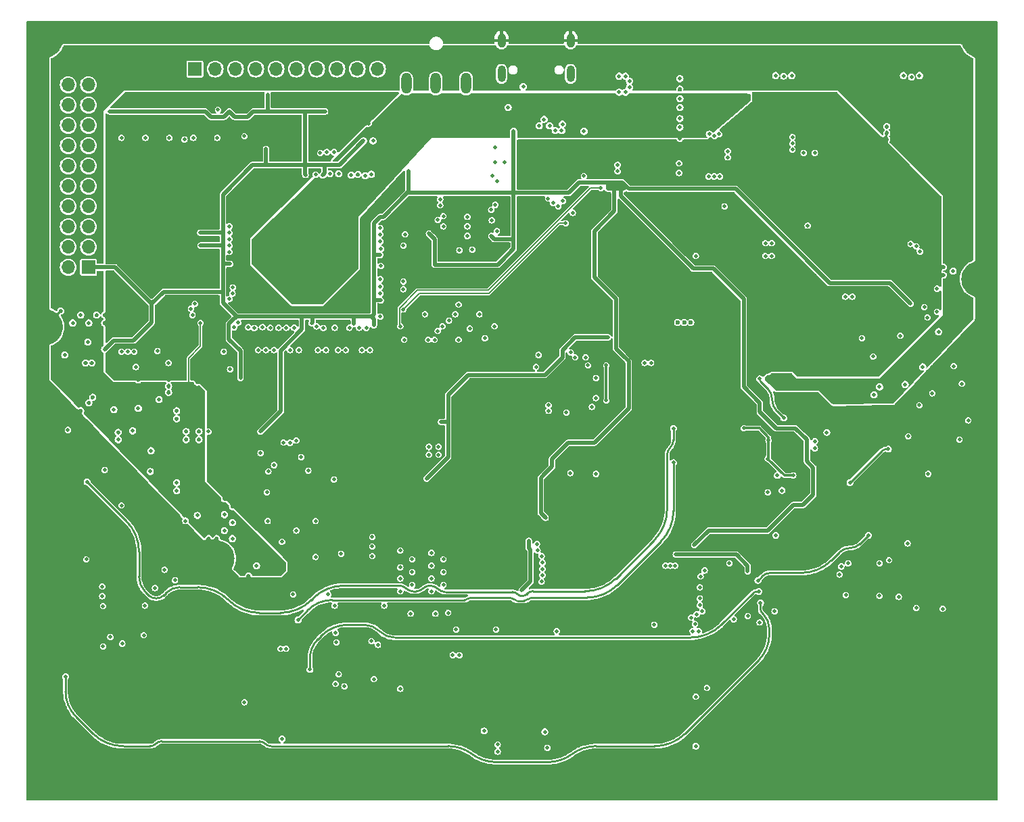
<source format=gbr>
%TF.GenerationSoftware,KiCad,Pcbnew,8.0.1*%
%TF.CreationDate,2024-03-24T21:42:04-04:00*%
%TF.ProjectId,VNA,564e412e-6b69-4636-9164-5f7063625858,rev?*%
%TF.SameCoordinates,PX535a28cPY8422900*%
%TF.FileFunction,Copper,L5,Inr*%
%TF.FilePolarity,Positive*%
%FSLAX46Y46*%
G04 Gerber Fmt 4.6, Leading zero omitted, Abs format (unit mm)*
G04 Created by KiCad (PCBNEW 8.0.1) date 2024-03-24 21:42:04*
%MOMM*%
%LPD*%
G01*
G04 APERTURE LIST*
%TA.AperFunction,ComponentPad*%
%ADD10R,1.700000X1.700000*%
%TD*%
%TA.AperFunction,ComponentPad*%
%ADD11O,1.700000X1.700000*%
%TD*%
%TA.AperFunction,ComponentPad*%
%ADD12O,1.000000X2.100000*%
%TD*%
%TA.AperFunction,ComponentPad*%
%ADD13O,1.000000X1.800000*%
%TD*%
%TA.AperFunction,ComponentPad*%
%ADD14O,1.308000X2.616000*%
%TD*%
%TA.AperFunction,ViaPad*%
%ADD15C,0.500000*%
%TD*%
%TA.AperFunction,ViaPad*%
%ADD16C,4.500000*%
%TD*%
%TA.AperFunction,ViaPad*%
%ADD17C,0.600000*%
%TD*%
%TA.AperFunction,Conductor*%
%ADD18C,0.220000*%
%TD*%
%TA.AperFunction,Conductor*%
%ADD19C,0.150000*%
%TD*%
%TA.AperFunction,Conductor*%
%ADD20C,0.500000*%
%TD*%
%TA.AperFunction,Conductor*%
%ADD21C,0.200000*%
%TD*%
%TA.AperFunction,Conductor*%
%ADD22C,0.300000*%
%TD*%
G04 APERTURE END LIST*
D10*
X21298900Y89803600D03*
D11*
X23838900Y89803600D03*
X26378900Y89803600D03*
X28918900Y89803600D03*
X31458900Y89803600D03*
X33998900Y89803600D03*
X36538900Y89803600D03*
X39078900Y89803600D03*
X41618900Y89803600D03*
X44158900Y89803600D03*
D12*
X68318900Y89198600D03*
D13*
X68318900Y93378600D03*
D12*
X59678900Y89198600D03*
D13*
X59678900Y93378600D03*
D14*
X47750000Y88000000D03*
X55250000Y88000000D03*
X51450000Y88000000D03*
D10*
X7973900Y64978600D03*
D11*
X5433900Y64978600D03*
X7973900Y67518600D03*
X5433900Y67518600D03*
X7973900Y70058600D03*
X5433900Y70058600D03*
X7973900Y72598600D03*
X5433900Y72598600D03*
X7973900Y75138600D03*
X5433900Y75138600D03*
X7973900Y77678600D03*
X5433900Y77678600D03*
X7973900Y80218600D03*
X5433900Y80218600D03*
X7973900Y82758600D03*
X5433900Y82758600D03*
X7973900Y85298600D03*
X5433900Y85298600D03*
X7973900Y87838600D03*
X5433900Y87838600D03*
D15*
X121000000Y15000000D03*
D16*
X2500000Y28500000D03*
D15*
X121000000Y86000000D03*
X2000000Y12000000D03*
X95000000Y33000000D03*
X94550000Y30750000D03*
X56000000Y25000000D03*
X94000000Y61000000D03*
X58000000Y95000000D03*
X101000000Y0D03*
X53000000Y10000000D03*
X44750000Y45825000D03*
X68050000Y51450000D03*
X59000000Y0D03*
X99000000Y48000000D03*
X121000000Y6000000D03*
X94700000Y22050000D03*
X108000000Y39000000D03*
X21800000Y43400000D03*
X95000000Y42000000D03*
X37000000Y0D03*
X1000000Y34000000D03*
X63100000Y55200000D03*
X110900000Y8000000D03*
X98000000Y4750000D03*
X84000000Y95000000D03*
X25000000Y32000000D03*
X10000000Y95000000D03*
X1000000Y53000000D03*
X11000000Y95000000D03*
X8000000Y94000000D03*
X41000000Y44000000D03*
X26000000Y42000000D03*
X24000000Y-1000000D03*
X66900000Y7000000D03*
X38600000Y44800000D03*
X27000000Y95000000D03*
X109000000Y5700000D03*
X53000000Y53000000D03*
X64300000Y6100000D03*
X61600000Y28400000D03*
X25000000Y95000000D03*
X70000000Y20000000D03*
X99000000Y54000000D03*
X34100000Y19975000D03*
X17000000Y94000000D03*
X36000000Y48000000D03*
X75000000Y2000000D03*
X89000000Y95000000D03*
X24000000Y47000000D03*
X2000000Y84000000D03*
X74400000Y49300000D03*
X120000000Y34000000D03*
X16000000Y30000000D03*
X120000000Y15000000D03*
X1000000Y6000000D03*
X70000000Y61000000D03*
X78000000Y43000000D03*
X2000000Y73000000D03*
X47000000Y10000000D03*
X64000000Y59000000D03*
X2000000Y36000000D03*
X89200000Y24400000D03*
X75000000Y13000000D03*
X9050000Y5225000D03*
X2000000Y61000000D03*
X61000000Y47000000D03*
X77000000Y62000000D03*
D16*
X32500000Y13500000D03*
D15*
X57000000Y53000000D03*
X100975000Y64000000D03*
X120000000Y32000000D03*
X120000000Y72000000D03*
X30968900Y60193600D03*
X25000000Y38000000D03*
X26000000Y12000000D03*
X99000000Y53000000D03*
X1000000Y61000000D03*
X22000000Y4800000D03*
X100000000Y46000000D03*
X79000000Y62000000D03*
X26000000Y-1000000D03*
X79100000Y54900000D03*
X110700000Y12000000D03*
X74000000Y-1000000D03*
X42418900Y60233600D03*
X78000000Y41000000D03*
X54000000Y53000000D03*
X57000000Y9000000D03*
D16*
X97500000Y62500000D03*
D15*
X120000000Y88000000D03*
X7900000Y55600000D03*
X110800000Y4000000D03*
X9000000Y35500000D03*
X97000000Y60000000D03*
X43800000Y5800000D03*
X2000000Y63000000D03*
X105000000Y26900000D03*
X55925000Y39000000D03*
X55650000Y45525000D03*
X26300000Y6600000D03*
X2000000Y42000000D03*
X46700000Y37950000D03*
X64000000Y41000000D03*
X85000000Y48000000D03*
X78000000Y44000000D03*
X102000000Y-1000000D03*
X98000000Y24000000D03*
X121000000Y72000000D03*
X104700000Y57600000D03*
X72000000Y62000000D03*
X16700000Y51100000D03*
X75000000Y41000000D03*
X98000000Y-1000000D03*
X91000000Y0D03*
X114500000Y41000000D03*
X73000000Y15200000D03*
X80000000Y48000000D03*
X90600000Y13400000D03*
X43000000Y36000000D03*
X14000000Y59000000D03*
X12800000Y8700000D03*
X63000000Y94000000D03*
X62700000Y77800000D03*
X97300000Y7050000D03*
X119000000Y18000000D03*
X104000000Y95000000D03*
X120000000Y79000000D03*
X108200000Y20200000D03*
X16000000Y28000000D03*
X85400000Y6100000D03*
X61600000Y32000000D03*
X110800000Y11000000D03*
D16*
X95500000Y12500000D03*
D15*
X23000000Y52000000D03*
X8000000Y35500000D03*
X12100000Y13200000D03*
X40500000Y28800000D03*
X109200000Y4000000D03*
X51300000Y60300000D03*
X14200000Y47300000D03*
X86800000Y23200000D03*
X100000000Y1000000D03*
X26000000Y25000000D03*
X108125000Y41350000D03*
X20000000Y95000000D03*
X71000000Y0D03*
X28000000Y4700000D03*
D16*
X119500000Y93500000D03*
D15*
X67000000Y95000000D03*
X97000000Y2000000D03*
X46000000Y52000000D03*
X93000000Y4550000D03*
X2000000Y52000000D03*
X62000000Y95000000D03*
X37000000Y94000000D03*
X25000000Y22000000D03*
X85000000Y49000000D03*
X33000000Y0D03*
X47000000Y53000000D03*
X76000000Y8000000D03*
X120000000Y87000000D03*
X74000000Y62000000D03*
X107000000Y65000000D03*
X41700000Y76600000D03*
X64300000Y45300000D03*
X67225000Y4050000D03*
X75000000Y62000000D03*
X36000000Y95000000D03*
X42000000Y46000000D03*
X2000000Y81000000D03*
X110800000Y1000000D03*
X54700000Y6100000D03*
X2000000Y38000000D03*
X116000000Y1000000D03*
X69000000Y27000000D03*
X29246018Y52246018D03*
X1000000Y90000000D03*
X93000000Y2000000D03*
X7900000Y38925000D03*
X43600000Y80800000D03*
X63900000Y77800000D03*
X26900000Y80800000D03*
X102200000Y35900000D03*
X103900000Y57200000D03*
X24700000Y6400000D03*
X107975000Y43025000D03*
X2000000Y44000000D03*
X63000000Y0D03*
X67500000Y75400000D03*
X47100000Y19400000D03*
X96000000Y49000000D03*
X93000000Y62000000D03*
X36800000Y5800000D03*
X105000000Y33000000D03*
X2000000Y15000000D03*
X94100000Y49000000D03*
X116000000Y2000000D03*
X73000000Y34000000D03*
X1000000Y50000000D03*
X66300000Y76600000D03*
X61700000Y6200000D03*
X57700000Y2400000D03*
X22000000Y17000000D03*
X76000000Y59800000D03*
X33000000Y94000000D03*
X9000000Y7200000D03*
X46300000Y44100000D03*
X37800000Y5800000D03*
X27000000Y7500000D03*
X92000000Y51900000D03*
X89000000Y94000000D03*
X69000000Y41000000D03*
X39000000Y95000000D03*
X38700000Y36700000D03*
X96000000Y43000000D03*
X90000000Y46543600D03*
X91000000Y48000000D03*
X39000000Y48000000D03*
X29000000Y8000000D03*
X44000000Y42000000D03*
X1000000Y18000000D03*
X95000000Y10000000D03*
X20200000Y44400000D03*
X105000000Y41000000D03*
X50000000Y94000000D03*
X64000000Y1000000D03*
X97000000Y42000000D03*
X59000000Y21000000D03*
X33000000Y53000000D03*
X97000000Y21000000D03*
X120000000Y76000000D03*
X108225000Y31050000D03*
X24000000Y49000000D03*
X57000000Y25000000D03*
X22500000Y12900000D03*
X66000000Y2200000D03*
X118000000Y24000000D03*
X47000000Y32000000D03*
X85000000Y0D03*
X44000000Y8000000D03*
X47850000Y48100000D03*
X55000000Y54000000D03*
X98000000Y13000000D03*
X71100000Y44000000D03*
X103000000Y33000000D03*
X44000000Y51000000D03*
X35800000Y4200000D03*
X61000000Y94000000D03*
X56000000Y95000000D03*
X58000000Y1000000D03*
X72100000Y4200000D03*
X47000000Y94000000D03*
X120000000Y39000000D03*
X54000000Y15500000D03*
X10500000Y9300000D03*
X42700000Y49600000D03*
X103000000Y0D03*
X85700000Y80600000D03*
X41000000Y43000000D03*
X121000000Y30000000D03*
X78000000Y12000000D03*
X41000000Y41000000D03*
X96000000Y34000000D03*
X73100000Y29800000D03*
X110000000Y38000000D03*
X46625000Y40325000D03*
X2000000Y6000000D03*
X24000000Y4800000D03*
X28200000Y34200000D03*
X57000000Y16000000D03*
X56000000Y8000000D03*
X90500000Y5350000D03*
X22000000Y1000000D03*
X62000000Y60000000D03*
X84000000Y-1000000D03*
X65000000Y95000000D03*
X60000000Y31000000D03*
X89600000Y12300000D03*
X28000000Y1000000D03*
X121000000Y71000000D03*
X17900000Y9900000D03*
X81100000Y4200000D03*
X94000000Y-1000000D03*
X63000000Y58000000D03*
X89000000Y0D03*
X3000000Y4000000D03*
X27618900Y69843600D03*
X43000000Y51500000D03*
X42100000Y36000000D03*
X98000000Y31000000D03*
X108800000Y78500000D03*
X2000000Y43000000D03*
X48150000Y39575000D03*
X116500000Y41200000D03*
X6200000Y7800000D03*
X59000000Y16000000D03*
X99000000Y0D03*
X13000000Y11400000D03*
X92250000Y25100000D03*
X93000000Y11000000D03*
X37700000Y20800000D03*
X56000000Y9000000D03*
X85700000Y79800000D03*
X5000000Y30000000D03*
X107050000Y31075000D03*
X40000000Y94000000D03*
X12800000Y10600000D03*
X44000000Y41000000D03*
X102500000Y21000000D03*
X121000000Y59000000D03*
X19000000Y94000000D03*
X120000000Y7000000D03*
X92000000Y11000000D03*
X47000000Y2000000D03*
X11600000Y12400000D03*
X59000000Y54000000D03*
X76000000Y41000000D03*
X52988900Y15833600D03*
X32500000Y20800000D03*
X51800000Y5800000D03*
X36000000Y47000000D03*
X60000000Y54000000D03*
X48000000Y31800000D03*
X42000000Y43000000D03*
X43900000Y34000000D03*
X53425000Y35950000D03*
X69000000Y14000000D03*
X103000000Y31400000D03*
X61000000Y58000000D03*
X76000000Y10000000D03*
X60100000Y36000000D03*
X107900000Y80200000D03*
X48000000Y94000000D03*
X106000000Y38000000D03*
X69000000Y23000000D03*
X75000000Y14000000D03*
X82148900Y22043600D03*
X73000000Y14000000D03*
X15000000Y37000000D03*
X105688900Y69433600D03*
X106700000Y14250000D03*
X12500000Y20600000D03*
X100650000Y31100000D03*
X56000000Y17000000D03*
X92000000Y33000000D03*
X96000000Y33000000D03*
X85000000Y33000000D03*
X24000000Y46000000D03*
X83000000Y13000000D03*
X62218900Y70503600D03*
X65500000Y34500000D03*
X89000000Y34000000D03*
X120000000Y57000000D03*
X14000000Y5800000D03*
X44800000Y34900000D03*
X97600000Y77500000D03*
X98000000Y29000000D03*
X93000000Y0D03*
X38000000Y1000000D03*
X78000000Y11000000D03*
X52000000Y12000000D03*
X70000000Y26000000D03*
X14000000Y95000000D03*
X86000000Y49000000D03*
X36000000Y8000000D03*
X71000000Y13000000D03*
X39000000Y0D03*
X117000000Y-1000000D03*
X95000000Y43000000D03*
X65138900Y70503600D03*
X34700000Y40200000D03*
X103000000Y95000000D03*
X98200000Y82400000D03*
X61000000Y53000000D03*
X74000000Y9000000D03*
X26000000Y17000000D03*
X112000000Y48700000D03*
X39000000Y9000000D03*
X69000000Y26000000D03*
X121000000Y25000000D03*
X120000000Y36000000D03*
X59000000Y15000000D03*
X102900000Y38750000D03*
X32200000Y31600000D03*
X76100000Y4200000D03*
X83000000Y34000000D03*
X120000000Y29000000D03*
X106000000Y64000000D03*
X21800000Y44400000D03*
X121000000Y49000000D03*
X66000000Y-1000000D03*
X59000000Y23000000D03*
X55000000Y11000000D03*
X80000000Y95000000D03*
X98000000Y6400000D03*
X83000000Y14000000D03*
X49350000Y38225000D03*
X6000000Y58000000D03*
X98000000Y11000000D03*
X28000000Y95000000D03*
X73000000Y61000000D03*
X28000000Y26300000D03*
X94800000Y72800000D03*
X52400000Y68900000D03*
X42000000Y37000000D03*
X43000000Y34000000D03*
X41000000Y95000000D03*
X48525000Y38775000D03*
X111000000Y28000000D03*
X110000000Y65000000D03*
X65100000Y77800000D03*
X58000000Y11000000D03*
X52000000Y1000000D03*
X55825000Y36425000D03*
X11000000Y7000000D03*
X1000000Y3000000D03*
X27000000Y2000000D03*
X105000000Y34000000D03*
X81000000Y11000000D03*
X33800000Y4200000D03*
X98000000Y55000000D03*
X90000000Y45643600D03*
X56200000Y2900000D03*
X70000000Y94000000D03*
X110000000Y89000000D03*
D16*
X119500000Y21500000D03*
D15*
X27000000Y14000000D03*
X62000000Y58000000D03*
X41000000Y42000000D03*
X5000000Y3000000D03*
X34000000Y11000000D03*
X71000000Y80300000D03*
X112500000Y23600000D03*
X102000000Y14200000D03*
X98000000Y14000000D03*
X120000000Y68000000D03*
X73800000Y69200000D03*
X26000000Y31000000D03*
X99000000Y49000000D03*
X104000000Y33000000D03*
X27000000Y16000000D03*
X61000000Y45000000D03*
X65000000Y2000000D03*
X61000000Y0D03*
X74000000Y41000000D03*
X2000000Y7000000D03*
X41000000Y45000000D03*
X82000000Y48000000D03*
X89200000Y25600000D03*
X93028900Y44763600D03*
X20000000Y4800000D03*
X121000000Y54000000D03*
X97000000Y34000000D03*
X111200000Y37800000D03*
X60000000Y95000000D03*
X88000000Y13000000D03*
X2000000Y8000000D03*
X82000000Y1000000D03*
X36000000Y1000000D03*
X54600000Y4000000D03*
X75000000Y33000000D03*
X68300000Y38000000D03*
X109000000Y33000000D03*
X108500000Y11000000D03*
X16000000Y35000000D03*
X102025000Y64975000D03*
X70000000Y23000000D03*
X50000000Y53000000D03*
X2000000Y22000000D03*
X73000000Y42000000D03*
X81000000Y14000000D03*
X84700000Y74000000D03*
X82000000Y87300000D03*
X121000000Y85000000D03*
X53500000Y34000000D03*
X121000000Y13000000D03*
X121000000Y75000000D03*
X92450000Y19000000D03*
X1000000Y88000000D03*
X53000000Y9000000D03*
X25000000Y39000000D03*
X97000000Y22000000D03*
X48000000Y-1000000D03*
X99000000Y57000000D03*
X94250000Y47900000D03*
X90600000Y15600000D03*
X1000000Y36000000D03*
X62700000Y76600000D03*
X104000000Y64000000D03*
X12000000Y59000000D03*
X29000000Y22800000D03*
X29000000Y23800000D03*
X58000000Y53000000D03*
X16000000Y31000000D03*
X2000000Y19000000D03*
X26000000Y39000000D03*
X53800000Y5900000D03*
X81000000Y94000000D03*
X53000000Y11500000D03*
X8000000Y48000000D03*
X2000000Y90000000D03*
X97000000Y0D03*
X11200000Y8000000D03*
X41668900Y62323600D03*
X25000000Y17000000D03*
X90000000Y15000000D03*
X95900000Y60300000D03*
X94000000Y19000000D03*
X45300000Y36500000D03*
X92100000Y14900000D03*
X99000000Y58000000D03*
X56050000Y40750000D03*
X44000000Y94000000D03*
X93000000Y12000000D03*
X1000000Y65000000D03*
X22000000Y54000000D03*
X103650000Y37125000D03*
X25000000Y44000000D03*
X121000000Y42000000D03*
X108000000Y15500000D03*
X95000000Y4750000D03*
X117000000Y3000000D03*
X43000000Y9000000D03*
X35800000Y5800000D03*
X102900000Y8250000D03*
X65000000Y60000000D03*
X98000000Y16000000D03*
X56000000Y-1000000D03*
X105000000Y36000000D03*
X96000000Y48000000D03*
X96000000Y1000000D03*
X97000000Y15000000D03*
X46000000Y53000000D03*
X56675000Y37100000D03*
X18000000Y95000000D03*
X8400000Y53000000D03*
X82000000Y11000000D03*
X121000000Y60000000D03*
X83000000Y0D03*
X31000000Y2000000D03*
X94000000Y4550000D03*
X51000000Y95000000D03*
X83000000Y49000000D03*
X120000000Y56000000D03*
X64000000Y61000000D03*
X83000000Y94000000D03*
X79000000Y13000000D03*
X55675000Y47575000D03*
X14200000Y51700000D03*
X44800000Y5800000D03*
X80000000Y59800000D03*
X54275000Y41250000D03*
X108500000Y45200000D03*
X94525000Y37825000D03*
X51000000Y32000000D03*
X2000000Y40000000D03*
X1000000Y8000000D03*
X82000000Y88600000D03*
X77000000Y33000000D03*
X46400000Y35800000D03*
X41000000Y0D03*
X53675000Y45500000D03*
X89000000Y15000000D03*
X14100000Y12800000D03*
X79500000Y5800000D03*
X78000000Y94000000D03*
X45925000Y38675000D03*
X60700000Y27500000D03*
X16400000Y4200000D03*
X1000000Y80000000D03*
X1000000Y89000000D03*
X41100000Y49500000D03*
X1000000Y17000000D03*
X59625000Y3675000D03*
X86000000Y17300000D03*
X34000000Y5900000D03*
X70000000Y13000000D03*
X26000000Y37000000D03*
X67500000Y77800000D03*
X63000000Y2000000D03*
X121000000Y5000000D03*
X67800000Y2700000D03*
X68700000Y3200000D03*
X55325000Y38125000D03*
X113600000Y52500000D03*
X63100000Y45300000D03*
X88000000Y95000000D03*
X61250000Y20600000D03*
X21000000Y2000000D03*
X69000000Y61000000D03*
X73100000Y4200000D03*
X1000000Y49000000D03*
X82000000Y95000000D03*
X1000000Y54000000D03*
X96000000Y32000000D03*
X112000000Y28000000D03*
X73000000Y0D03*
X24000000Y1000000D03*
X44000000Y10000000D03*
X2000000Y45000000D03*
X89018900Y42083600D03*
X82000000Y62000000D03*
X49700000Y35500000D03*
X120000000Y4000000D03*
X57875000Y6150000D03*
X89978900Y43243600D03*
X95000000Y15000000D03*
X1000000Y87000000D03*
X64950000Y22900000D03*
X2000000Y80000000D03*
X19900000Y66600000D03*
X11448900Y61313600D03*
X51000000Y31000000D03*
X86000000Y33000000D03*
X41300000Y15100000D03*
X86000000Y-1000000D03*
X34800000Y4200000D03*
X50800000Y4200000D03*
X74000000Y10000000D03*
X26000000Y41000000D03*
X86000000Y4500000D03*
X121000000Y82000000D03*
X42000000Y50400000D03*
X1000000Y16000000D03*
X1000000Y4000000D03*
X74000000Y33000000D03*
X86000000Y1000000D03*
X37000000Y48000000D03*
X61000000Y54000000D03*
X72000000Y61000000D03*
X57000000Y0D03*
X30000000Y14000000D03*
X63000000Y60000000D03*
X12500000Y21500000D03*
X30000000Y8000000D03*
X12800000Y4000000D03*
X1000000Y12000000D03*
X114400000Y56900000D03*
X98000000Y25000000D03*
X110800000Y3000000D03*
X105000000Y45000000D03*
X94000000Y18000000D03*
X119000000Y4000000D03*
X58000000Y94000000D03*
X41038900Y60603600D03*
X121000000Y18000000D03*
X116000000Y0D03*
X61000000Y95000000D03*
X109500000Y14400000D03*
X85700000Y79000000D03*
X121000000Y26000000D03*
X9000000Y94000000D03*
X54000000Y9000000D03*
X57000000Y2000000D03*
X52600000Y22700000D03*
X81000000Y12000000D03*
X67600000Y32700000D03*
X1000000Y64000000D03*
X65000000Y94000000D03*
X72500000Y5800000D03*
X82100000Y4200000D03*
X44500000Y49900000D03*
X41000000Y47000000D03*
X52900000Y5800000D03*
X97500000Y36325000D03*
X48700000Y42500000D03*
X11200000Y4000000D03*
X55500000Y34000000D03*
X79100000Y4200000D03*
X80000000Y9000000D03*
X54000000Y10000000D03*
X55900000Y5000000D03*
X104100000Y9950000D03*
X32000000Y94000000D03*
X20200000Y43400000D03*
D16*
X107500000Y35500000D03*
D15*
X115700000Y41200000D03*
X1000000Y78000000D03*
X74000000Y34000000D03*
X89000000Y8000000D03*
X71100000Y4200000D03*
X103000000Y94000000D03*
X79000000Y44000000D03*
X120000000Y16000000D03*
X121000000Y87000000D03*
X112000000Y89000000D03*
X78000000Y47000000D03*
X62000000Y59000000D03*
X49300000Y32800000D03*
X40000000Y-1000000D03*
X94000000Y15000000D03*
X63900000Y76600000D03*
X89000000Y49000000D03*
X2000000Y51000000D03*
X121000000Y35000000D03*
D16*
X78000000Y500000D03*
D15*
X120000000Y47000000D03*
X80450000Y44900000D03*
X57600000Y36700000D03*
X36800000Y4200000D03*
X21000000Y56000000D03*
X94000000Y21000000D03*
X75000000Y9000000D03*
X65200000Y5900000D03*
X104148900Y51623600D03*
X121000000Y44000000D03*
X69000000Y0D03*
X84800000Y78200000D03*
X107500000Y13950000D03*
X20000000Y54000000D03*
X112000000Y64000000D03*
X62058900Y73003600D03*
X12800000Y2000000D03*
X21000000Y21000000D03*
X69500000Y5900000D03*
X98500000Y77000000D03*
X54975000Y46225000D03*
X104000000Y-1000000D03*
X98000000Y18000000D03*
X78000000Y45000000D03*
X120000000Y44000000D03*
X56000000Y53000000D03*
X121000000Y74000000D03*
X18000000Y49300000D03*
X121000000Y8000000D03*
X60100000Y34600000D03*
X82200000Y37400000D03*
X10500000Y10700000D03*
X112000000Y30000000D03*
X2000000Y88000000D03*
X28000000Y50000000D03*
X70000000Y-1000000D03*
X103898900Y46803600D03*
X8400000Y7800000D03*
X120000000Y83000000D03*
X98000000Y30000000D03*
X73000000Y12000000D03*
X47350000Y46125000D03*
X101000000Y2000000D03*
X107900000Y79400000D03*
X32000000Y95000000D03*
X1000000Y85000000D03*
X60000000Y2200000D03*
X6600000Y22600000D03*
X78000000Y62000000D03*
X100000000Y33000000D03*
X39900000Y84600000D03*
X95000000Y49000000D03*
X40000000Y9000000D03*
X65000000Y62000000D03*
X90000000Y33000000D03*
X51200000Y46800000D03*
X87000000Y15000000D03*
X25000000Y94000000D03*
X34000000Y10000000D03*
X23000000Y51000000D03*
X38900000Y24000000D03*
X9825000Y4800000D03*
X57000000Y21000000D03*
X109700000Y57600000D03*
X85000000Y61000000D03*
X26000000Y18000000D03*
X104100000Y25100000D03*
X23000000Y31000000D03*
X6600000Y25000000D03*
X42200000Y16000000D03*
X100900000Y8300000D03*
X120000000Y81000000D03*
X66300000Y75400000D03*
X2000000Y9000000D03*
X88000000Y33000000D03*
X1000000Y15000000D03*
X1000000Y62000000D03*
X9000000Y59000000D03*
X100900000Y5950000D03*
X2000000Y16000000D03*
X99000000Y45500000D03*
X2000000Y48000000D03*
X52600000Y20100000D03*
X45000000Y53000000D03*
X64000000Y95000000D03*
X53675000Y38525000D03*
X98000000Y20000000D03*
X120000000Y46000000D03*
X79000000Y34000000D03*
X1000000Y19000000D03*
X79000000Y9000000D03*
X30000000Y8900000D03*
X10000000Y28000000D03*
X37000000Y2000000D03*
X44225000Y44700000D03*
X120000000Y45000000D03*
X97000000Y41000000D03*
X1000000Y75000000D03*
X15000000Y59000000D03*
X120000000Y55000000D03*
X63350000Y22900000D03*
X75100000Y4200000D03*
X26000000Y26000000D03*
D16*
X26500000Y48000000D03*
D15*
X120000000Y30000000D03*
X66850000Y50250000D03*
X99000000Y60000000D03*
X105000000Y35000000D03*
X116000000Y33000000D03*
X89848900Y17543600D03*
X26000000Y43000000D03*
X18300000Y9000000D03*
X86000000Y48000000D03*
X53000000Y2000000D03*
X108000000Y65000000D03*
X99000000Y4950000D03*
X23000000Y95000000D03*
X78000000Y14000000D03*
X98000000Y12000000D03*
X99000000Y55000000D03*
X117000000Y95000000D03*
X121000000Y16000000D03*
X42000000Y48700000D03*
X121000000Y52000000D03*
X102000000Y1000000D03*
X70000000Y16000000D03*
X116000000Y35000000D03*
X76500000Y5800000D03*
X105000000Y47000000D03*
X101000000Y94000000D03*
X69000000Y17000000D03*
X84000000Y48000000D03*
X73000000Y41000000D03*
X68050000Y50250000D03*
X41000000Y39000000D03*
X85700000Y78200000D03*
X75000000Y59800000D03*
X104000000Y45000000D03*
X1000000Y41000000D03*
X74000000Y1000000D03*
X20000000Y1000000D03*
X81000000Y8000000D03*
X45000000Y95000000D03*
X33800000Y35500000D03*
X41000000Y2000000D03*
X121000000Y4000000D03*
X44800000Y23900000D03*
X45725000Y41000000D03*
X27288900Y72353600D03*
X21500000Y20000000D03*
X6600000Y9600000D03*
X35200000Y24500000D03*
X99800000Y23200000D03*
X73000000Y2000000D03*
X56000000Y10000000D03*
X19000000Y47000000D03*
X3600000Y22100000D03*
X95000000Y2000000D03*
X6000000Y2000000D03*
X11000000Y58000000D03*
X74400000Y51700000D03*
X94000000Y7900000D03*
X2000000Y17000000D03*
X102000000Y95000000D03*
X89000000Y2000000D03*
X89000000Y48000000D03*
X69250000Y50250000D03*
X50000000Y32000000D03*
X83900000Y79800000D03*
X106000000Y39600000D03*
X107400000Y55400000D03*
X121000000Y90000000D03*
X10000000Y58000000D03*
X96000000Y16000000D03*
X37000000Y95000000D03*
X67000000Y61000000D03*
X121000000Y39000000D03*
X39000000Y10000000D03*
X90200000Y37400000D03*
X109000000Y7500000D03*
X65000000Y7600000D03*
X8300000Y5700000D03*
X28000000Y-1000000D03*
X19000000Y4800000D03*
X99000000Y56000000D03*
X38000000Y10000000D03*
X49875000Y48325000D03*
X49000000Y53000000D03*
X100000000Y14200000D03*
X120000000Y33000000D03*
X1000000Y69000000D03*
X107100000Y15900000D03*
X55000000Y8000000D03*
X83000000Y33000000D03*
X39000000Y47000000D03*
X68000000Y41000000D03*
X1000000Y73000000D03*
X88200000Y38300000D03*
X1000000Y67000000D03*
X116000000Y30000000D03*
X18000000Y50100000D03*
X44000000Y40000000D03*
X13500000Y4200000D03*
X70200000Y57100000D03*
X83100000Y4200000D03*
X85000000Y34000000D03*
X121000000Y69000000D03*
X100000000Y65000000D03*
X90000000Y62000000D03*
X105000000Y44000000D03*
X117000000Y37800000D03*
X107900000Y81800000D03*
X98000000Y33000000D03*
X83000000Y62000000D03*
X121000000Y29000000D03*
X97000000Y33000000D03*
X36200000Y26300000D03*
X50000000Y95000000D03*
X44500000Y37500000D03*
X59000000Y22000000D03*
X2000000Y11000000D03*
X6000000Y1000000D03*
X117000000Y20000000D03*
X121000000Y70000000D03*
X110600000Y20200000D03*
X61000000Y7000000D03*
X47000000Y33400000D03*
X6000000Y95000000D03*
X40400000Y16000000D03*
X30000000Y1000000D03*
X106000000Y46000000D03*
X1000000Y32000000D03*
X90000000Y49000000D03*
X46000000Y9000000D03*
X100000000Y48000000D03*
X121000000Y32000000D03*
X54700000Y48025000D03*
X2000000Y46000000D03*
X106000000Y33000000D03*
X49000000Y31000000D03*
X11200000Y1000000D03*
X19000000Y56000000D03*
X52400000Y30300000D03*
X41000000Y9000000D03*
X107400000Y18000000D03*
X95900000Y55500000D03*
X80000000Y94000000D03*
X120000000Y13000000D03*
X89500000Y14500000D03*
X6600000Y16300000D03*
X23000000Y94000000D03*
X38000000Y47000000D03*
X108500000Y10000000D03*
X5000000Y2000000D03*
X91000000Y34000000D03*
X108000000Y17000000D03*
X1000000Y10000000D03*
X74400000Y44900000D03*
X121000000Y34000000D03*
X66000000Y61000000D03*
X26000000Y40000000D03*
X99000000Y34000000D03*
X99000000Y47000000D03*
X102750000Y42575000D03*
X121000000Y53000000D03*
X42000000Y39000000D03*
X60000000Y47000000D03*
X24000000Y51000000D03*
X88200000Y37400000D03*
X88500000Y13500000D03*
X36000000Y-1000000D03*
X2000000Y10000000D03*
X41000000Y46000000D03*
X37000000Y10000000D03*
X83700000Y5800000D03*
X94800000Y71500000D03*
X100000000Y16300000D03*
X110000000Y64000000D03*
X25000000Y42000000D03*
X89000000Y33000000D03*
X71000000Y94000000D03*
X1000000Y83000000D03*
X104000000Y46000000D03*
X83900000Y77400000D03*
X69000000Y15000000D03*
X98000000Y21000000D03*
X110000000Y35000000D03*
X35000000Y0D03*
X48100000Y30800000D03*
X57000000Y54000000D03*
X121000000Y51000000D03*
X38000000Y80800000D03*
X77000000Y34000000D03*
X102300000Y7450000D03*
X95000000Y55000000D03*
X88100000Y8000000D03*
X80000000Y10000000D03*
X105000000Y37000000D03*
X94000000Y89000000D03*
X96300000Y36325000D03*
X23000000Y54000000D03*
X121000000Y12000000D03*
X26000000Y33000000D03*
X88000000Y94000000D03*
X36000000Y9000000D03*
X87000000Y94000000D03*
X12000000Y94000000D03*
X81000000Y61000000D03*
X84000000Y62000000D03*
X95125000Y27375000D03*
X33000000Y2000000D03*
X66200000Y57000000D03*
X1000000Y38000000D03*
X120000000Y60000000D03*
X44100000Y38700000D03*
X104100000Y26000000D03*
X11600000Y21500000D03*
X54325000Y40300000D03*
X26000000Y94000000D03*
X97000000Y49000000D03*
X95300000Y29350000D03*
X55000000Y0D03*
X121000000Y36000000D03*
X47500000Y35500000D03*
X16000000Y13100000D03*
X55000000Y95000000D03*
X88000000Y-1000000D03*
X2000000Y47000000D03*
X2000000Y39000000D03*
X12800000Y9700000D03*
X54150000Y39325000D03*
X83000000Y5800000D03*
X105100000Y11650000D03*
X28000000Y94000000D03*
X102800000Y12300000D03*
X65700000Y44000000D03*
X62000000Y1000000D03*
X120000000Y31000000D03*
X95000000Y48000000D03*
X31000000Y0D03*
X95025000Y32000000D03*
X56000000Y26000000D03*
X113600000Y41500000D03*
X109200000Y5000000D03*
X19000000Y23000000D03*
X101000000Y14200000D03*
X60300000Y6200000D03*
X53800000Y4200000D03*
X69000000Y95000000D03*
X38800000Y5800000D03*
X30000000Y94000000D03*
X20300000Y8500000D03*
X72000000Y42000000D03*
X91100000Y13900000D03*
X77000000Y12000000D03*
X74000000Y95000000D03*
X11600000Y20600000D03*
X60050000Y20600000D03*
X21000000Y55000000D03*
X34000000Y95000000D03*
X101000000Y47000000D03*
X53000000Y0D03*
X36250000Y13975000D03*
X107400000Y19000000D03*
X95700000Y7050000D03*
X61000000Y57000000D03*
X7000000Y47000000D03*
X99400000Y76500000D03*
X60000000Y57000000D03*
X27000000Y84900000D03*
X33000000Y95000000D03*
X40400000Y16900000D03*
X78000000Y8000000D03*
X21000000Y53000000D03*
X121000000Y68000000D03*
X20000000Y21500000D03*
X91000000Y33000000D03*
X47500000Y11000000D03*
X121000000Y61000000D03*
X56000000Y11000000D03*
X105900000Y25100000D03*
X69900000Y44000000D03*
X79000000Y33000000D03*
X1000000Y48000000D03*
X78000000Y42000000D03*
X1000000Y11000000D03*
X121000000Y48000000D03*
X34800000Y5800000D03*
X112400000Y52500000D03*
X102900000Y54300000D03*
X19000000Y24000000D03*
X104000000Y94000000D03*
X60700000Y28400000D03*
X2000000Y69000000D03*
X90000000Y1000000D03*
X120000000Y11000000D03*
X2000000Y87000000D03*
X121000000Y46000000D03*
X69000000Y25000000D03*
X52000000Y54000000D03*
X1000000Y66000000D03*
X14500000Y4200000D03*
X32800000Y4200000D03*
X100300000Y7600000D03*
X94000000Y17000000D03*
X15000000Y13100000D03*
X103175000Y63975000D03*
X32600000Y6600000D03*
X25000000Y50000000D03*
X83900000Y79000000D03*
X77000000Y14000000D03*
X23000000Y53000000D03*
X1000000Y20000000D03*
X54225000Y44725000D03*
X118000000Y19000000D03*
X121000000Y17000000D03*
X2000000Y25000000D03*
X42000000Y94000000D03*
X74000000Y42000000D03*
X68000000Y95000000D03*
X24050000Y7050000D03*
X106000000Y42000000D03*
X40500000Y86400000D03*
X64000000Y94000000D03*
X25000000Y34000000D03*
X116000000Y26000000D03*
X99000000Y33000000D03*
X81000000Y49000000D03*
X88000000Y1000000D03*
X113000000Y64000000D03*
X57000000Y23000000D03*
X42000000Y9000000D03*
X57100000Y5800000D03*
X91600000Y14400000D03*
X120000000Y51000000D03*
X16000000Y94000000D03*
X97000000Y29000000D03*
X2000000Y74000000D03*
X29000000Y94000000D03*
X69000000Y13000000D03*
X7000000Y59000000D03*
X42000000Y44000000D03*
X6600000Y20000000D03*
X54000000Y95000000D03*
X64300000Y33600000D03*
X57500000Y34000000D03*
X70000000Y29000000D03*
X1000000Y91000000D03*
X102000000Y94000000D03*
X73000000Y10000000D03*
X70300000Y4100000D03*
X76000000Y9000000D03*
X73000000Y94000000D03*
X16100000Y12100000D03*
X19000000Y7300000D03*
X73500000Y5800000D03*
X57000000Y22000000D03*
X98000000Y58900000D03*
X83900000Y78200000D03*
X45675000Y43050000D03*
X2000000Y70000000D03*
X49000000Y54000000D03*
X91100000Y4850000D03*
X10000000Y34000000D03*
X68000000Y62000000D03*
X73100000Y29000000D03*
X39000000Y49000000D03*
X86000000Y61000000D03*
X49000000Y32000000D03*
X43000000Y8000000D03*
X80000000Y62000000D03*
X120000000Y35000000D03*
X20000000Y57000000D03*
X68600000Y6100000D03*
X48000000Y1000000D03*
X46475000Y41475000D03*
X29025000Y4675000D03*
X44700000Y73700000D03*
D16*
X2500000Y57500000D03*
D15*
X28000000Y38100000D03*
X59000000Y95000000D03*
X13000000Y94000000D03*
X66150000Y3725000D03*
X40500000Y30000000D03*
X88000000Y48000000D03*
X72000000Y41000000D03*
X2000000Y35000000D03*
X76000000Y13000000D03*
X57000000Y11000000D03*
X88200000Y29650000D03*
X121000000Y76000000D03*
X102000000Y34000000D03*
X70000000Y42000000D03*
X29500000Y43300000D03*
X7800000Y40500000D03*
X42000000Y10000000D03*
X108848900Y69303600D03*
X1000000Y76000000D03*
X79000000Y42000000D03*
X97000000Y30000000D03*
X25000000Y18000000D03*
X120000000Y49000000D03*
X120000000Y27000000D03*
X41000000Y83000000D03*
X104000000Y1000000D03*
X98000000Y19000000D03*
X31800000Y4200000D03*
X87000000Y14000000D03*
X41000000Y40000000D03*
X57650000Y45500000D03*
X58000000Y54000000D03*
X56700000Y4500000D03*
X25000000Y4800000D03*
X109200000Y3000000D03*
X104248900Y70793600D03*
X102000000Y20000000D03*
X25000000Y20000000D03*
X38000000Y49000000D03*
X86600000Y38300000D03*
X81825000Y41000000D03*
X56000000Y21000000D03*
X37000000Y49000000D03*
X46475000Y42625000D03*
X107700000Y61300000D03*
X100950000Y65000000D03*
X74000000Y8000000D03*
X43600000Y48800000D03*
X98000000Y56000000D03*
X51000000Y2000000D03*
X97000000Y28000000D03*
X29000000Y95000000D03*
X48000000Y53000000D03*
X114500000Y42000000D03*
X25000000Y16000000D03*
X40400000Y15100000D03*
X36800000Y8000000D03*
X79000000Y61000000D03*
X91000000Y51900000D03*
X92000000Y62000000D03*
X116000000Y28000000D03*
X121000000Y7000000D03*
X100000000Y-1000000D03*
X93000000Y61000000D03*
X76000000Y34000000D03*
X50600000Y65600000D03*
X33300000Y20800000D03*
X75500000Y16500000D03*
X13400000Y20600000D03*
X16000000Y32000000D03*
X49000000Y2000000D03*
X46700000Y45100000D03*
X76000000Y42000000D03*
X100000000Y34000000D03*
X71000000Y42000000D03*
X27400000Y39400000D03*
X62000000Y-1000000D03*
X82000000Y82500000D03*
X51000000Y12500000D03*
X69500000Y3700000D03*
X22000000Y27000000D03*
X82700000Y19700000D03*
X2000000Y66000000D03*
X100500000Y38850000D03*
X120000000Y38000000D03*
X25000000Y15000000D03*
X59700000Y67200000D03*
X81900000Y6900000D03*
X26000000Y38000000D03*
X16000000Y33000000D03*
X16000000Y34000000D03*
X82000000Y83600000D03*
X112700000Y42000000D03*
X60000000Y55000000D03*
X59000000Y53000000D03*
X96000000Y4750000D03*
X95000000Y0D03*
X109100000Y11650000D03*
X50000000Y-1000000D03*
X54000000Y1000000D03*
X108700000Y15100000D03*
X41800000Y4200000D03*
X39800000Y4200000D03*
X93000000Y51900000D03*
X104000000Y65000000D03*
X92000000Y12000000D03*
X12000000Y58000000D03*
X2000000Y67000000D03*
X120000000Y12000000D03*
X92000000Y4650000D03*
X2000000Y65000000D03*
X55000000Y2000000D03*
X67000000Y62000000D03*
X101600000Y6650000D03*
X106000000Y65000000D03*
X70000000Y22000000D03*
X64000000Y7800000D03*
D16*
X2500000Y93500000D03*
D15*
X66118900Y71153600D03*
X80000000Y46000000D03*
X55400000Y3500000D03*
X69250000Y49050000D03*
X45000000Y51000000D03*
X120000000Y53000000D03*
X68000000Y42000000D03*
X93000000Y14000000D03*
X26000000Y4600000D03*
X79000000Y14000000D03*
X15000000Y95000000D03*
X41000000Y38000000D03*
X45800000Y5800000D03*
X60000000Y-1000000D03*
X33000000Y11000000D03*
X50600000Y66800000D03*
X77000000Y8000000D03*
X120000000Y9000000D03*
X19500000Y6400000D03*
X20700000Y7600000D03*
X71000000Y14000000D03*
X27000000Y65000000D03*
X57000000Y26000000D03*
X9750000Y6525000D03*
X2000000Y49000000D03*
X87000000Y48000000D03*
X110800000Y10000000D03*
X32200000Y76700000D03*
X1000000Y52000000D03*
X110000000Y28000000D03*
X34000000Y94000000D03*
X17400000Y60700000D03*
X37000000Y47000000D03*
X90100000Y12900000D03*
X82500000Y7500000D03*
X44418900Y64283600D03*
X112000000Y31000000D03*
X77000000Y94000000D03*
X72000000Y1000000D03*
X66000000Y60000000D03*
X92420950Y23647957D03*
X12800000Y1000000D03*
X107200000Y78500000D03*
X75000000Y10000000D03*
X67125000Y5100000D03*
X35000000Y10000000D03*
X102000000Y53800000D03*
X30000000Y15000000D03*
X26000000Y14000000D03*
X76000000Y61000000D03*
X97000000Y43000000D03*
X116000000Y29000000D03*
X108000000Y38000000D03*
X20000000Y94000000D03*
X81000000Y9000000D03*
X36000000Y10000000D03*
X96000000Y10000000D03*
X100000000Y5350000D03*
X29500000Y42500000D03*
X1000000Y43000000D03*
X22450000Y7050000D03*
X82800000Y16100000D03*
X83900000Y6600000D03*
X10000000Y94000000D03*
X86200000Y6600000D03*
X120000000Y73000000D03*
X41000000Y48000000D03*
X108850000Y40725000D03*
X1000000Y55000000D03*
X86000000Y94000000D03*
X47100000Y21600000D03*
X75000000Y61000000D03*
X20000000Y55000000D03*
X32600000Y35500000D03*
X47000000Y52000000D03*
X78000000Y46000000D03*
X98900000Y6600000D03*
X11000000Y94000000D03*
X11600000Y37000000D03*
X107850000Y54625000D03*
X85700000Y77400000D03*
X101700000Y21400000D03*
X87000000Y2000000D03*
X13400000Y21500000D03*
X40800000Y4200000D03*
X48000000Y8000000D03*
X107000000Y50000000D03*
X120000000Y75000000D03*
X66850000Y49050000D03*
X46800000Y5800000D03*
X70000000Y25000000D03*
X86000000Y34000000D03*
X28000000Y14000000D03*
X77000000Y10000000D03*
X84000000Y34000000D03*
X111488900Y70923600D03*
X1000000Y81000000D03*
X60000000Y46000000D03*
X48000000Y54000000D03*
X46000000Y10000000D03*
X45800000Y4200000D03*
X23000000Y2000000D03*
X48700000Y41400000D03*
X57000000Y95000000D03*
X83000000Y95000000D03*
X61700000Y7800000D03*
X1000000Y37000000D03*
X43400000Y37000000D03*
X42000000Y8000000D03*
X96000000Y42000000D03*
X23250000Y7050000D03*
X121000000Y84000000D03*
X68650000Y49650000D03*
X4000000Y26000000D03*
X61600000Y27500000D03*
X121000000Y66000000D03*
X71000000Y95000000D03*
X81200000Y6375000D03*
X60500000Y85000000D03*
X82000000Y34000000D03*
X88000000Y61000000D03*
X38000000Y95000000D03*
X89000000Y8900000D03*
X105000000Y64000000D03*
X112000000Y35000000D03*
X88000000Y15000000D03*
X69000000Y21000000D03*
X105500000Y32275000D03*
X80000000Y12000000D03*
X75000000Y42000000D03*
X1000000Y22000000D03*
X92000000Y-1000000D03*
X87400000Y5300000D03*
X49000000Y95000000D03*
X94000000Y6650000D03*
X84000000Y94000000D03*
X68000000Y1000000D03*
X99400000Y77500000D03*
X61500000Y36000000D03*
X105000000Y65000000D03*
X68050000Y49050000D03*
X80000000Y11000000D03*
X92000000Y6550000D03*
X82000000Y15000000D03*
X79000000Y95000000D03*
X62000000Y56000000D03*
X36000000Y94000000D03*
X55000000Y15000000D03*
X1000000Y26000000D03*
X1000000Y70000000D03*
X72000000Y13000000D03*
X29000000Y14000000D03*
X54000000Y11000000D03*
X94000000Y10000000D03*
X98000000Y57000000D03*
X53000000Y94000000D03*
X77000000Y43000000D03*
X2000000Y23000000D03*
X72000000Y94000000D03*
X102500000Y10500000D03*
X93000000Y6650000D03*
X69000000Y2000000D03*
D16*
X119500000Y63500000D03*
D15*
X57000000Y27000000D03*
X46000000Y94000000D03*
X47000000Y8000000D03*
X120000000Y52000000D03*
X83300000Y37400000D03*
X58000000Y-1000000D03*
X26000000Y20000000D03*
X2000000Y32000000D03*
X5000000Y-1000000D03*
X68000000Y-1000000D03*
X53000000Y54000000D03*
X92700000Y15500000D03*
X82000000Y33000000D03*
X2000000Y37000000D03*
X59000000Y55000000D03*
X12500000Y19700000D03*
X10000000Y31000000D03*
X33300000Y6200000D03*
X64428900Y56993600D03*
X66900000Y44000000D03*
X36000000Y50000000D03*
X74500000Y5800000D03*
X31000000Y94000000D03*
X65000000Y0D03*
X58100000Y44625000D03*
X48800000Y48275000D03*
X40000000Y1000000D03*
X25000000Y41000000D03*
X46000000Y27400000D03*
X96000000Y-1000000D03*
X56900000Y7700000D03*
X106400000Y13050000D03*
X26000000Y21000000D03*
X52058900Y94093600D03*
X18000000Y1000000D03*
X11200000Y2000000D03*
X47000000Y95000000D03*
X98000000Y47000000D03*
X27508900Y58083600D03*
X47100000Y20400000D03*
X98000000Y32000000D03*
X67000000Y94000000D03*
X90000000Y-1000000D03*
X14200000Y50900000D03*
X7000000Y95000000D03*
X40000000Y95000000D03*
X61000000Y46000000D03*
X22000000Y52000000D03*
X96000000Y15000000D03*
X11300000Y11500000D03*
X88000000Y49000000D03*
X94000000Y63000000D03*
X75000000Y12000000D03*
X99700000Y7000000D03*
X2000000Y14000000D03*
X11138900Y69243600D03*
X36200000Y24500000D03*
X34000000Y1000000D03*
X121000000Y57000000D03*
X76000000Y94000000D03*
X96800000Y82400000D03*
X83000000Y15000000D03*
X3000000Y32000000D03*
X18000000Y4800000D03*
X120000000Y89000000D03*
X87000000Y49000000D03*
X120000000Y37000000D03*
X41000000Y8000000D03*
X13000000Y58000000D03*
X91848900Y17413600D03*
X30800000Y22800000D03*
X13400000Y38000000D03*
X120000000Y90000000D03*
X21000000Y94000000D03*
D16*
X2500000Y500000D03*
D15*
X121000000Y83000000D03*
X41800000Y5800000D03*
X52825000Y38200000D03*
X83000000Y2000000D03*
X121000000Y88000000D03*
X81000000Y59800000D03*
X25000000Y51000000D03*
X42000000Y95000000D03*
X11600000Y38000000D03*
X97000000Y17000000D03*
X120000000Y6000000D03*
X70000000Y15000000D03*
X94000000Y1000000D03*
X81438900Y41933600D03*
X106000000Y39000000D03*
X46000000Y95000000D03*
X51000000Y53000000D03*
X82000000Y10000000D03*
X82000000Y13000000D03*
X66000000Y7300000D03*
X25500000Y73700000D03*
X84800000Y80600000D03*
X118000000Y3000000D03*
X24000000Y94000000D03*
X79000000Y43000000D03*
X2000000Y77000000D03*
X103000000Y35000000D03*
X48125000Y40450000D03*
X120000000Y14000000D03*
X81000000Y0D03*
X98848200Y44751800D03*
X71000000Y41000000D03*
X29000000Y48000000D03*
X47800000Y4200000D03*
X26000000Y45000000D03*
X25000000Y36000000D03*
X15875000Y5925000D03*
X76000000Y14000000D03*
X45900000Y34100000D03*
X86000000Y14000000D03*
X13000000Y95000000D03*
X35000000Y9000000D03*
X121000000Y43000000D03*
X121000000Y38000000D03*
X39000000Y8000000D03*
X97000000Y24000000D03*
X79100000Y54100000D03*
D16*
X44000000Y500000D03*
D15*
X108500000Y44400000D03*
X44000000Y35900000D03*
X45100000Y32600000D03*
X105900000Y12150000D03*
X97000000Y20000000D03*
X6000000Y94000000D03*
X13658900Y60813600D03*
X45000000Y34000000D03*
X35000000Y95000000D03*
X26000000Y44000000D03*
X42000000Y45000000D03*
X57800000Y7800000D03*
X118500000Y55600000D03*
X92000000Y13000000D03*
X61600000Y31000000D03*
X120000000Y25000000D03*
X42000000Y42000000D03*
X120000000Y86000000D03*
X25000000Y43000000D03*
X1000000Y79000000D03*
X21000000Y4800000D03*
X95900000Y54500000D03*
X1000000Y39000000D03*
X75500000Y5800000D03*
X13000000Y7000000D03*
X76000000Y33000000D03*
X106425000Y31500000D03*
X109000000Y64000000D03*
X68200000Y4625000D03*
X95225000Y22450000D03*
X120000000Y5000000D03*
X35000000Y94000000D03*
X38000000Y57800000D03*
X10000000Y29000000D03*
X25000000Y40000000D03*
X112000000Y29000000D03*
X24000000Y26000000D03*
X56000000Y14500000D03*
X18578900Y65603600D03*
X42200000Y15100000D03*
X120000000Y42000000D03*
X60800000Y35300000D03*
X41000000Y94000000D03*
X24000000Y53000000D03*
X52800000Y4200000D03*
X1000000Y77000000D03*
X55000000Y94000000D03*
X79000000Y47000000D03*
X95000000Y6550000D03*
X2000000Y53000000D03*
X80000000Y13000000D03*
X2000000Y75000000D03*
X82000000Y94000000D03*
X51800000Y4200000D03*
X82000000Y9000000D03*
X7600000Y6400000D03*
X116000000Y27000000D03*
X84800000Y79800000D03*
X26000000Y35000000D03*
X40000000Y8000000D03*
X121000000Y10000000D03*
X1000000Y72000000D03*
X97000000Y25000000D03*
X10500000Y10000000D03*
X68650000Y50850000D03*
X74000000Y13000000D03*
X43000000Y10000000D03*
X112000000Y34000000D03*
X121000000Y27000000D03*
X23000000Y4800000D03*
X63900000Y80200000D03*
X117000000Y23000000D03*
X54500000Y34000000D03*
X121000000Y79000000D03*
X86000000Y15000000D03*
X81600000Y15900000D03*
X6200000Y10300000D03*
X56300000Y39850000D03*
X93000000Y33000000D03*
X55400000Y6600000D03*
X57850000Y38750000D03*
X25000000Y45000000D03*
X66300000Y77800000D03*
X56750000Y41600000D03*
X72000000Y-1000000D03*
X106000000Y45000000D03*
X75500000Y17300000D03*
X93000000Y48525000D03*
X62700000Y79000000D03*
X12800000Y3000000D03*
X1000000Y14000000D03*
X23000000Y26000000D03*
X97000000Y16000000D03*
X42800000Y5800000D03*
X61000000Y2000000D03*
X1000000Y82000000D03*
X54725000Y36100000D03*
X20000000Y56000000D03*
X121000000Y73000000D03*
X79100000Y55700000D03*
X65100000Y76600000D03*
X29000000Y2000000D03*
X62000000Y2200000D03*
X97000000Y10000000D03*
X27000000Y13000000D03*
X29000000Y13000000D03*
X15000000Y94000000D03*
X104100000Y26900000D03*
X2000000Y50000000D03*
X71000000Y2000000D03*
X10000000Y27000000D03*
X26000000Y16000000D03*
X82000000Y8000000D03*
X38000000Y94000000D03*
X84700000Y69200000D03*
X11700000Y44300000D03*
X65100000Y80200000D03*
X66300000Y80200000D03*
X84700000Y75600000D03*
X21600000Y33900000D03*
X105900000Y26900000D03*
X54350000Y43625000D03*
X14000000Y94000000D03*
X69000000Y42000000D03*
X64000000Y2200000D03*
X75000000Y34000000D03*
X2000000Y34000000D03*
X65100000Y79000000D03*
X82000000Y14000000D03*
X73800000Y15200000D03*
X47400000Y66900000D03*
X67500000Y76600000D03*
X105375000Y57525000D03*
X102000000Y33000000D03*
X44000000Y35000000D03*
X112000000Y37000000D03*
X56000000Y22000000D03*
X65000000Y41000000D03*
X10000000Y35000000D03*
X26000000Y24000000D03*
X103900000Y56400000D03*
X48725000Y45500000D03*
X18000000Y94000000D03*
X54000000Y54000000D03*
X120000000Y58000000D03*
X45000000Y9000000D03*
X97000000Y31000000D03*
X103000000Y34000000D03*
X82000000Y-1000000D03*
X12800000Y13900000D03*
X39000000Y2000000D03*
X27000000Y0D03*
X4500000Y59500000D03*
X25000000Y2000000D03*
X17500000Y6400000D03*
X31000000Y95000000D03*
X71000000Y62000000D03*
X94000000Y34000000D03*
X110000000Y34000000D03*
X108348900Y71643600D03*
X85000000Y95000000D03*
X67450000Y50850000D03*
X74000000Y11000000D03*
X35000000Y48000000D03*
X94800000Y70200000D03*
X85000000Y62000000D03*
X50500000Y34500000D03*
X56000000Y20000000D03*
X79000000Y10000000D03*
X15500000Y4200000D03*
X36000000Y21500000D03*
X121000000Y28000000D03*
X59000000Y17000000D03*
X39800000Y5800000D03*
X83900000Y80600000D03*
X78000000Y61000000D03*
X69250000Y51450000D03*
X19500000Y10300000D03*
X38500000Y28000000D03*
X88000000Y23200000D03*
X85198900Y41993600D03*
X1000000Y23000000D03*
D16*
X61500000Y42500000D03*
D15*
X46000000Y8000000D03*
X108800000Y12550000D03*
X121000000Y31000000D03*
X121000000Y9000000D03*
X63100000Y5000000D03*
X88600000Y23800000D03*
X45700000Y42050000D03*
X4550000Y10125000D03*
X1000000Y21000000D03*
X105900000Y26000000D03*
X64148900Y72133600D03*
X120000000Y50000000D03*
X24000000Y95000000D03*
X96500000Y7050000D03*
X25000000Y0D03*
X28200000Y35800000D03*
X105000000Y42000000D03*
X82000000Y12000000D03*
X52000000Y95000000D03*
X1000000Y45000000D03*
X88000000Y14000000D03*
X114700000Y24300000D03*
X84000000Y1000000D03*
X120000000Y10000000D03*
X73000000Y8000000D03*
X16000000Y26000000D03*
X60625000Y3675000D03*
X120000000Y48000000D03*
X120000000Y59000000D03*
X97000000Y23000000D03*
X60000000Y45000000D03*
X60000000Y1000000D03*
X114000000Y65000000D03*
X77000000Y9000000D03*
X77000000Y11000000D03*
X53000000Y32000000D03*
X8000000Y95000000D03*
X6600000Y18700000D03*
X80375000Y5975000D03*
X6000000Y0D03*
X1000000Y47000000D03*
X8000000Y58000000D03*
X92000000Y61000000D03*
X97000000Y4750000D03*
X110500000Y57600000D03*
X78000000Y34000000D03*
X82000000Y61000000D03*
X80100000Y4200000D03*
X67450000Y49650000D03*
X25000000Y37000000D03*
X2000000Y83000000D03*
X7000000Y94000000D03*
X4200000Y14000000D03*
X94050000Y36700000D03*
X70500000Y5800000D03*
X102300000Y13200000D03*
X16500000Y6400000D03*
X22000000Y94000000D03*
X91000000Y61000000D03*
X18500000Y6400000D03*
X52000000Y53000000D03*
X16000000Y29000000D03*
X77000000Y13000000D03*
X6000000Y14000000D03*
X67700000Y6500000D03*
X11000000Y59000000D03*
X50000000Y1000000D03*
X27000000Y4600000D03*
X15500000Y14800000D03*
X1000000Y68000000D03*
X10000000Y59000000D03*
X73000000Y95000000D03*
X2000000Y54000000D03*
X42200000Y16900000D03*
X60100000Y72000000D03*
X69000000Y30000000D03*
X70000000Y17000000D03*
X103068900Y45963600D03*
X48800000Y5800000D03*
X55000000Y53000000D03*
X107000000Y64000000D03*
X66000000Y1000000D03*
X63900000Y79000000D03*
X51000000Y0D03*
X81000000Y62000000D03*
X74125000Y37375000D03*
X70000000Y27000000D03*
X2000000Y62000000D03*
X13000000Y59000000D03*
X63178900Y71493600D03*
X11175000Y5825000D03*
X28000000Y13000000D03*
X99000000Y2000000D03*
X50000000Y31000000D03*
X75000000Y0D03*
X1000000Y60000000D03*
X66000000Y95000000D03*
X41300000Y16000000D03*
X2000000Y64000000D03*
X93400000Y16200000D03*
X91000000Y62000000D03*
X87000000Y61000000D03*
X120000000Y80000000D03*
X49000000Y94000000D03*
X52000000Y31000000D03*
X16000000Y27000000D03*
X112700000Y41000000D03*
X14500000Y14700000D03*
X120000000Y18000000D03*
X22000000Y-1000000D03*
X10000000Y30000000D03*
X5500000Y8500000D03*
X46600000Y47525000D03*
X18600000Y8200000D03*
X54150000Y42775000D03*
X1000000Y63000000D03*
X121000000Y55000000D03*
X24000000Y31000000D03*
X81000000Y47000000D03*
X39300000Y80800000D03*
X119000000Y25000000D03*
X44000000Y43000000D03*
X73000000Y13000000D03*
X120000000Y26000000D03*
X101000000Y34000000D03*
X26000000Y36000000D03*
X1000000Y33000000D03*
X110000000Y13700000D03*
X83000000Y61000000D03*
X57000000Y17000000D03*
X56850000Y43425000D03*
X57000000Y14500000D03*
X120000000Y8000000D03*
X46100000Y31900000D03*
X76000000Y95000000D03*
X31000000Y8000000D03*
X75000000Y95000000D03*
X60650000Y20600000D03*
X49800000Y5800000D03*
X38000000Y-1000000D03*
X45000000Y52000000D03*
X121000000Y41000000D03*
X88000000Y24400000D03*
X94100000Y54500000D03*
X99000000Y59000000D03*
X1000000Y31000000D03*
X70000000Y95000000D03*
X56100000Y7100000D03*
X42000000Y47000000D03*
X56100000Y44725000D03*
X120000000Y78000000D03*
X121000000Y45000000D03*
X105000000Y46000000D03*
X117000000Y38700000D03*
X2000000Y13000000D03*
X50000000Y54000000D03*
X49800000Y4200000D03*
X46000000Y33000000D03*
X43800000Y4200000D03*
X112000000Y32000000D03*
X87000000Y62000000D03*
X40800000Y5800000D03*
X30800000Y23800000D03*
X44000000Y52000000D03*
X120000000Y40000000D03*
X66850000Y51450000D03*
X108500000Y61300000D03*
X52300000Y48325000D03*
X109000000Y65000000D03*
X103175000Y65000000D03*
X52000000Y-1000000D03*
X82200000Y38300000D03*
X101100000Y54300000D03*
X57125000Y46275000D03*
X60700000Y26600000D03*
X63000000Y59000000D03*
X3600000Y20100000D03*
X86800000Y24400000D03*
X109000000Y16800000D03*
X101000000Y95000000D03*
X2000000Y89000000D03*
X5000000Y95000000D03*
X63000000Y61000000D03*
X1000000Y25000000D03*
X72200000Y69200000D03*
X51500000Y34000000D03*
X2000000Y86000000D03*
X10000000Y26000000D03*
X98000000Y22000000D03*
X43000000Y38000000D03*
X68000000Y61000000D03*
X107400000Y20000000D03*
X56075000Y43675000D03*
X79000000Y11000000D03*
X98000000Y53000000D03*
X16600000Y11300000D03*
X18000000Y-1000000D03*
X56475000Y46950000D03*
X31008900Y73733600D03*
X61500000Y34600000D03*
X2000000Y4000000D03*
X77000000Y61000000D03*
X77500000Y5800000D03*
X1000000Y40000000D03*
X47000000Y13400000D03*
X69000000Y16000000D03*
X35200000Y26300000D03*
X2000000Y68000000D03*
X88000000Y25600000D03*
X56500000Y5400000D03*
X76000000Y62000000D03*
X106400000Y78500000D03*
X106000000Y47000000D03*
X90000000Y34000000D03*
X2000000Y20000000D03*
X84000000Y15000000D03*
X84000000Y33000000D03*
X62000000Y57000000D03*
X28400000Y45200000D03*
X116000000Y32000000D03*
X121000000Y50000000D03*
X107900000Y81000000D03*
X29998900Y7067600D03*
X94000000Y20000000D03*
X1000000Y44000000D03*
X27200000Y6600000D03*
X83100000Y8100000D03*
X62700000Y80200000D03*
X16000000Y95000000D03*
X110800000Y9000000D03*
X84000000Y61000000D03*
X35700000Y25400000D03*
X26000000Y15000000D03*
X24000000Y52000000D03*
X44500000Y55900000D03*
X13400000Y19700000D03*
X38500000Y39500000D03*
X29900000Y4400000D03*
X37000000Y9000000D03*
X2000000Y78000000D03*
X13000000Y6000000D03*
X89900000Y8000000D03*
X110800000Y5000000D03*
X107000000Y38000000D03*
D16*
X24000000Y28500000D03*
D15*
X90200000Y38200000D03*
X120000000Y54000000D03*
X10575000Y4450000D03*
X103500000Y9050000D03*
X22000000Y53000000D03*
X98000000Y58000000D03*
X107900000Y82600000D03*
X7800000Y8400000D03*
X99000000Y52000000D03*
X78000000Y13000000D03*
X80000000Y61000000D03*
X1000000Y5000000D03*
X25500000Y6500000D03*
D16*
X70500000Y32500000D03*
D15*
X57325000Y37875000D03*
X39000000Y94000000D03*
X30800000Y4200000D03*
X45900000Y51100000D03*
X91000000Y12000000D03*
X1000000Y42000000D03*
X104000000Y34000000D03*
X65000000Y61000000D03*
X25668900Y63173600D03*
X87000000Y34000000D03*
X101500000Y9000000D03*
X87400000Y23800000D03*
X106000000Y44000000D03*
X121000000Y40000000D03*
X98000000Y17000000D03*
X26000000Y95000000D03*
X2000000Y24000000D03*
X51000000Y54000000D03*
X57000000Y94000000D03*
X62000000Y55000000D03*
X60300000Y7800000D03*
X116000000Y37000000D03*
X23000000Y0D03*
X115000000Y65000000D03*
X2000000Y72000000D03*
X94800000Y74200000D03*
X63000000Y95000000D03*
X69000000Y62000000D03*
X59000000Y41500000D03*
X1000000Y7000000D03*
X44800000Y4200000D03*
X61000000Y59000000D03*
X84000000Y14000000D03*
X56000000Y54000000D03*
X78000000Y9000000D03*
X84700000Y72400000D03*
X107000000Y39000000D03*
X96000000Y89000000D03*
X42800000Y4200000D03*
X81000000Y15000000D03*
X116000000Y36000000D03*
X112000000Y36000000D03*
X108000000Y33000000D03*
X98000000Y52000000D03*
X40000000Y49000000D03*
X58000000Y14500000D03*
X19000000Y0D03*
X97500000Y82400000D03*
X74000000Y12000000D03*
X85400000Y6900000D03*
X74600000Y69200000D03*
X38000000Y8000000D03*
X64000000Y-1000000D03*
X105000000Y95000000D03*
X53800000Y48275000D03*
X94225000Y45875000D03*
X1000000Y35000000D03*
X73000000Y9000000D03*
X113000000Y65000000D03*
X14000000Y58000000D03*
X38800000Y4200000D03*
X5900000Y12000000D03*
X108200000Y13350000D03*
X45525000Y46750000D03*
X45000000Y8000000D03*
X64150000Y22900000D03*
X29000000Y49000000D03*
X103328900Y51623600D03*
X56500000Y34000000D03*
X92000000Y34000000D03*
X12000000Y95000000D03*
X88000000Y62000000D03*
X56000000Y23000000D03*
X111000000Y6000000D03*
X32000000Y1000000D03*
X61500000Y26600000D03*
X81000000Y2000000D03*
X103000000Y11300000D03*
X53000000Y95000000D03*
X80000000Y8000000D03*
X105000000Y94000000D03*
X70000000Y1000000D03*
X29000000Y47000000D03*
X112000000Y65000000D03*
X69000000Y28000000D03*
X44000000Y95000000D03*
X56000000Y94000000D03*
X97000000Y18000000D03*
X2000000Y71000000D03*
X2000000Y18000000D03*
X108000000Y64000000D03*
X121000000Y11000000D03*
X1000000Y71000000D03*
X54000000Y94000000D03*
X69000000Y20000000D03*
X20000000Y-1000000D03*
X106000000Y43000000D03*
X79000000Y12000000D03*
X38000000Y48000000D03*
X75000000Y11000000D03*
X93025000Y47575000D03*
X49000000Y0D03*
X118500000Y54500000D03*
X1000000Y9000000D03*
X58425000Y40550000D03*
X2000000Y41000000D03*
X75000000Y94000000D03*
X24000000Y50000000D03*
X21800000Y6500000D03*
X93000000Y13000000D03*
X2000000Y85000000D03*
X48800000Y4200000D03*
X64000000Y60000000D03*
X22000000Y19000000D03*
X52000000Y32000000D03*
X88600000Y25000000D03*
X91500000Y79000000D03*
X21000000Y0D03*
X94100000Y55500000D03*
X67000000Y41000000D03*
X73000000Y11000000D03*
X79000000Y45000000D03*
X105000000Y26000000D03*
X22000000Y18000000D03*
X56000000Y27000000D03*
X97000000Y32000000D03*
X120000000Y28000000D03*
X43000000Y94000000D03*
X57000000Y20000000D03*
X35000000Y49000000D03*
X97600000Y76500000D03*
X102025000Y63975000D03*
X62700000Y75400000D03*
X74000000Y14000000D03*
X38000000Y9000000D03*
X11200000Y3000000D03*
X121000000Y89000000D03*
X110400000Y12900000D03*
X13400000Y37000000D03*
X80000000Y14000000D03*
X102000000Y9700000D03*
X66000000Y42000000D03*
X57475000Y4000000D03*
X30000000Y95000000D03*
X70000000Y41000000D03*
X121000000Y67000000D03*
X92000000Y1000000D03*
X40000000Y46000000D03*
X19900000Y9400000D03*
X38738900Y59773600D03*
X116200000Y64500000D03*
X21100000Y6900000D03*
X42700000Y35000000D03*
X45000000Y10000000D03*
X54000000Y-1000000D03*
X76200000Y69200000D03*
X10000000Y33000000D03*
X98000000Y49000000D03*
X98000000Y1000000D03*
D16*
X119500000Y500000D03*
D15*
X69000000Y29000000D03*
X25000000Y19000000D03*
X89000000Y7100000D03*
X121000000Y78000000D03*
X60000000Y56000000D03*
X65025000Y3650000D03*
X69000000Y22000000D03*
X75000000Y8000000D03*
X29000000Y0D03*
X44100000Y43900000D03*
X1000000Y84000000D03*
X121000000Y77000000D03*
X11600000Y19700000D03*
X71500000Y5800000D03*
X87000000Y33000000D03*
X28038900Y74063600D03*
X8500000Y48700000D03*
X104000000Y36000000D03*
X74000000Y94000000D03*
X56000000Y16000000D03*
X48000000Y95000000D03*
X10000000Y32000000D03*
X98000000Y15000000D03*
X5900000Y13000000D03*
X84300000Y38300000D03*
X107000000Y33000000D03*
X98000000Y48000000D03*
X56825000Y42400000D03*
X86000000Y95000000D03*
X42000000Y38000000D03*
X62500000Y27500000D03*
X48000000Y33000000D03*
X86600000Y37400000D03*
X91000000Y2000000D03*
X66000000Y62000000D03*
X89000000Y14000000D03*
X120000000Y84000000D03*
X87000000Y95000000D03*
X109200000Y2000000D03*
X120000000Y69000000D03*
X42000000Y41000000D03*
X48000000Y43825000D03*
X46800000Y4200000D03*
X112000000Y33000000D03*
X75400000Y69200000D03*
X6950000Y38200000D03*
X87400000Y25000000D03*
X67000000Y2000000D03*
X58375000Y43675000D03*
X76000000Y11000000D03*
X79000000Y46000000D03*
X19000000Y95000000D03*
X60000000Y53000000D03*
X30000000Y-1000000D03*
X74100000Y4200000D03*
X82000000Y86100000D03*
X66000000Y5600000D03*
X7600000Y53000000D03*
X38800000Y43800000D03*
X78000000Y10000000D03*
X77100000Y4200000D03*
X79000000Y8000000D03*
X84100000Y4200000D03*
X105000000Y43000000D03*
X100000000Y47000000D03*
X76725000Y37500000D03*
X56875000Y40725000D03*
X120000000Y43000000D03*
X6900000Y7100000D03*
X110800000Y2000000D03*
X108000000Y78500000D03*
X113600000Y23800000D03*
X98000000Y28000000D03*
X115000000Y64000000D03*
X115600000Y25000000D03*
X121000000Y47000000D03*
X13400000Y12200000D03*
X53000000Y8000000D03*
X43000000Y83000000D03*
X121000000Y80000000D03*
X4975000Y9350000D03*
X28000000Y15000000D03*
X17100000Y10500000D03*
X105000000Y38600000D03*
X15000000Y5800000D03*
X78100000Y4200000D03*
X44000000Y33000000D03*
X65000000Y42000000D03*
X21000000Y15500000D03*
X67000000Y0D03*
X85000000Y94000000D03*
X90000000Y48000000D03*
X86000000Y62000000D03*
X98000000Y60000000D03*
X89200000Y23200000D03*
X37800000Y4200000D03*
X76000000Y12000000D03*
X87000000Y0D03*
X66300000Y79000000D03*
X98000000Y23000000D03*
X45000000Y94000000D03*
X24000000Y48000000D03*
X94000000Y62000000D03*
X114000000Y64000000D03*
D16*
X50000000Y10000000D03*
D15*
X47200000Y31200000D03*
X111000000Y65000000D03*
X50000000Y13000000D03*
X42000000Y40000000D03*
X120000000Y67000000D03*
X47000000Y9000000D03*
X91300000Y29650000D03*
X95000000Y41000000D03*
X101000000Y33000000D03*
X79000000Y48000000D03*
X10600000Y8500000D03*
X67500000Y79000000D03*
X21000000Y95000000D03*
X68700000Y44000000D03*
X2000000Y82000000D03*
X121000000Y58000000D03*
X117000000Y2000000D03*
X67500000Y80200000D03*
X35000000Y2000000D03*
X120000000Y70000000D03*
X6600000Y23800000D03*
X22000000Y15500000D03*
X1000000Y51000000D03*
X41300000Y16900000D03*
X11150000Y47150000D03*
X109200000Y1000000D03*
X56000000Y1000000D03*
X2000000Y5000000D03*
X3600000Y18300000D03*
X78500000Y5800000D03*
X61000000Y56000000D03*
X61000000Y55000000D03*
X25000000Y26000000D03*
X35000000Y11000000D03*
X39000000Y50000000D03*
X121000000Y56000000D03*
X29000000Y27600000D03*
X42900000Y47700000D03*
X40000000Y48000000D03*
X109100000Y8300000D03*
X19000000Y46000000D03*
X25000000Y25000000D03*
X120000000Y82000000D03*
X58225000Y39625000D03*
X79000000Y94000000D03*
X2000000Y21000000D03*
X50800000Y5800000D03*
X48000000Y52000000D03*
X116000000Y31000000D03*
X27000000Y94000000D03*
X105000000Y25100000D03*
X48350000Y44925000D03*
X92000000Y49000000D03*
X58450000Y3725000D03*
X102750000Y39450000D03*
X84700000Y70800000D03*
X47725000Y37325000D03*
X97000000Y48000000D03*
X110000000Y36000000D03*
X73000000Y69200000D03*
X111000000Y64000000D03*
X98000000Y34000000D03*
X96000000Y41000000D03*
X3000000Y25000000D03*
X109000000Y6600000D03*
X17000000Y95000000D03*
X109400000Y20200000D03*
X78000000Y95000000D03*
X2000000Y79000000D03*
X27000000Y15000000D03*
X108500000Y9000000D03*
X5000000Y27000000D03*
X19900000Y68600000D03*
X37000000Y50000000D03*
X99000000Y32000000D03*
X30000000Y13000000D03*
X62000000Y94000000D03*
X3600000Y16300000D03*
X111000000Y7000000D03*
X47000000Y0D03*
X14600000Y54300000D03*
X89000000Y61000000D03*
X101100000Y53300000D03*
X121000000Y91000000D03*
X65100000Y75400000D03*
X1000000Y46000000D03*
X26000000Y1000000D03*
X77000000Y42000000D03*
X17100000Y4700000D03*
X4000000Y3000000D03*
X120000000Y74000000D03*
X9000000Y95000000D03*
X84500000Y5800000D03*
X47800000Y5800000D03*
X88000000Y34000000D03*
X59000000Y2000000D03*
X81000000Y10000000D03*
X121000000Y81000000D03*
X82000000Y85000000D03*
X120000000Y17000000D03*
X19000000Y22000000D03*
X120000000Y85000000D03*
X29000000Y15000000D03*
X51200000Y37200000D03*
X71800000Y80000000D03*
X81000000Y13000000D03*
X62500000Y28400000D03*
X54000000Y8000000D03*
X84800000Y77400000D03*
D16*
X55500000Y30500000D03*
D15*
X32000000Y-1000000D03*
X44000000Y9000000D03*
X55000000Y10000000D03*
X102900000Y53300000D03*
X120000000Y71000000D03*
X81900000Y19700000D03*
X52000000Y8000000D03*
X85100000Y4300000D03*
X47000000Y54000000D03*
X110000000Y33000000D03*
X22000000Y30000000D03*
X4000000Y31000000D03*
X16868900Y69003600D03*
X4300000Y12000000D03*
X72000000Y95000000D03*
X72000000Y14000000D03*
X63500000Y33600000D03*
X34000000Y-1000000D03*
X4325000Y11125000D03*
X40500000Y31200000D03*
X70000000Y62000000D03*
X13600000Y14400000D03*
X10425000Y6125000D03*
X26000000Y19000000D03*
X1000000Y74000000D03*
X45700000Y39900000D03*
X70000000Y21000000D03*
X1000000Y86000000D03*
X105600000Y78500000D03*
X78000000Y33000000D03*
X40000000Y10000000D03*
X52500000Y34000000D03*
X40000000Y47000000D03*
X43000000Y95000000D03*
X98000000Y54000000D03*
X93000000Y34000000D03*
X60000000Y32000000D03*
X2000000Y33000000D03*
X86700000Y4900000D03*
X121000000Y33000000D03*
X72200000Y15200000D03*
X77000000Y41000000D03*
X70000000Y28000000D03*
X36000000Y49000000D03*
X116000000Y34000000D03*
X121000000Y14000000D03*
D16*
X70500000Y10000000D03*
D15*
X41000000Y10000000D03*
X1000000Y24000000D03*
X46700000Y39000000D03*
X5950000Y11150000D03*
X109000000Y38000000D03*
X4300000Y13000000D03*
X21600000Y50600000D03*
X35000000Y50000000D03*
X7200000Y9000000D03*
X110000000Y37000000D03*
X81000000Y95000000D03*
X120000000Y41000000D03*
X1000000Y13000000D03*
X19000000Y55000000D03*
X50898900Y94073600D03*
X70000000Y14000000D03*
X71000000Y61000000D03*
X2000000Y76000000D03*
X85000000Y2000000D03*
X77000000Y95000000D03*
X120000000Y77000000D03*
X12900000Y7900000D03*
X55000000Y9000000D03*
X86800000Y25600000D03*
X48600000Y35500000D03*
X66000000Y94000000D03*
X13168900Y65733600D03*
X73100000Y28200000D03*
X12500000Y37500000D03*
X84800000Y79000000D03*
X121000000Y37000000D03*
X63900000Y75400000D03*
X97000000Y19000000D03*
X104700000Y10850000D03*
X25000000Y21000000D03*
X104000000Y35000000D03*
X22000000Y95000000D03*
X95000000Y46100000D03*
X92000000Y51000000D03*
X94800000Y37025000D03*
X94000000Y31400000D03*
X22000000Y58000000D03*
X31700000Y27300000D03*
X21800000Y48600000D03*
X94000000Y51000000D03*
X113500000Y79000000D03*
X30700000Y27300000D03*
X111400000Y80100000D03*
X93000000Y51000000D03*
X101600000Y49700000D03*
X21800000Y49300000D03*
X102400000Y49700000D03*
X112500000Y79000000D03*
X31100000Y27900000D03*
X111400000Y81200000D03*
X94800000Y51000000D03*
X21800000Y47900000D03*
X100800000Y49700000D03*
X112500000Y80100000D03*
X111400000Y79000000D03*
X84000000Y11200000D03*
X17400000Y61900000D03*
X30400000Y86600000D03*
X65400000Y4800000D03*
X61200000Y82000000D03*
X73000000Y74800000D03*
X44498900Y66513600D03*
X73000000Y75600000D03*
X37600000Y84500000D03*
X50600000Y69200000D03*
X65000000Y39000000D03*
X41200000Y57900000D03*
X73800000Y75600000D03*
X35100000Y84500000D03*
X44558900Y60823600D03*
X22000000Y67700000D03*
X13600000Y84500000D03*
X29500000Y44400000D03*
X23000000Y44400000D03*
X34698900Y57443600D03*
X30200000Y79800000D03*
X27000000Y51100000D03*
X37268900Y76513600D03*
X25700000Y65400000D03*
X31600000Y84500000D03*
X61200000Y72000000D03*
X19600000Y84500000D03*
X22600000Y84500000D03*
X110900000Y60400000D03*
X48000000Y77000000D03*
X59700000Y65800000D03*
X21960000Y69303600D03*
X10600000Y84500000D03*
X66600000Y19400000D03*
X10000000Y54700000D03*
X93100000Y45800000D03*
X98700000Y39900000D03*
X65200000Y33600000D03*
X74600000Y74800000D03*
X83800000Y30200000D03*
X35148900Y76543600D03*
X73800000Y74800000D03*
X75300000Y75100000D03*
X25600000Y84500000D03*
X16600000Y84500000D03*
X35891250Y57991250D03*
X74600000Y75600000D03*
X28600000Y84500000D03*
X42400000Y80800000D03*
X43700000Y57700000D03*
X44512650Y71287350D03*
X51300000Y65300000D03*
X75000000Y53800000D03*
X58400000Y68900000D03*
X74200000Y77000000D03*
X67300000Y82900000D03*
X92700000Y68000000D03*
X70000000Y76400000D03*
X92700000Y66400000D03*
X98900000Y42300000D03*
X65700000Y82700000D03*
X98900000Y43200000D03*
X93500000Y66400000D03*
X93500000Y68000000D03*
X74200000Y77800000D03*
X7800000Y38100000D03*
X81200000Y44800000D03*
X103300000Y38000000D03*
X108100000Y42200000D03*
X34200000Y20800000D03*
X81200000Y40500000D03*
X5400000Y44600000D03*
X19000000Y38000000D03*
X17500000Y27100000D03*
X7700000Y28400000D03*
X9800000Y17500000D03*
X19000000Y37000000D03*
X114900000Y22200000D03*
X109600000Y56400000D03*
X102700000Y61300000D03*
X110500000Y30400000D03*
X118100000Y45800000D03*
X102200000Y27500000D03*
X116300000Y52600000D03*
X103600000Y61300000D03*
X38900000Y12800000D03*
X38700000Y38400000D03*
X47000000Y12200000D03*
X32700000Y17200000D03*
X32000000Y17200000D03*
X39600000Y29100000D03*
X38800000Y22600000D03*
X52300000Y57600000D03*
X39200000Y54600000D03*
X50100000Y59100000D03*
X41848900Y57403600D03*
X53900000Y59100000D03*
X40628900Y57403600D03*
X40200000Y54600000D03*
X51700000Y57000000D03*
X42758900Y57363600D03*
X54300000Y60300000D03*
X47500000Y55900000D03*
X43200000Y54600000D03*
X42200000Y54600000D03*
X51300000Y55900000D03*
D17*
X83361400Y58073600D03*
D15*
X81400000Y27600000D03*
X80200000Y27600000D03*
X80800000Y27600000D03*
D17*
X82546400Y58073600D03*
X81731400Y58073600D03*
D15*
X34300000Y54600000D03*
X71500000Y39100000D03*
X33708900Y57413600D03*
X47000000Y29500000D03*
X48500000Y28400000D03*
X33200000Y54600000D03*
X43500000Y31200000D03*
X32748900Y57403600D03*
X47000000Y27400000D03*
X43500000Y30000000D03*
X48500000Y26800000D03*
X31768900Y57393600D03*
X31200000Y54600000D03*
X47000000Y26000000D03*
X43500000Y28800000D03*
X48500000Y25200000D03*
X30728900Y57403600D03*
X30200000Y54600000D03*
X47000000Y24400000D03*
X29750000Y57482500D03*
X53000000Y21700000D03*
X5100000Y13700000D03*
X92100000Y22950000D03*
X105600000Y31400000D03*
X91775000Y25750000D03*
X47400000Y62225000D03*
X83900000Y20300000D03*
X84800000Y21900000D03*
X44498900Y63483600D03*
X47400000Y63200000D03*
X84100000Y21500000D03*
X44498900Y62573600D03*
X83400000Y21100000D03*
X44568900Y67283600D03*
X84600000Y26263600D03*
X47400000Y67700000D03*
X85100000Y27000000D03*
X44568900Y65143600D03*
X84500000Y23500000D03*
X35700000Y14600000D03*
X91900000Y24375000D03*
X92000000Y20500000D03*
X88200000Y27900000D03*
X10000000Y39600000D03*
X15700000Y39400000D03*
X34000000Y43277818D03*
X27968900Y57473600D03*
X25998900Y61703600D03*
X12900000Y54400000D03*
X26208900Y57473600D03*
X32398900Y43033600D03*
X9800000Y22534600D03*
X9700000Y25000000D03*
X14892300Y18892300D03*
X15050000Y22600000D03*
X10700000Y18665400D03*
X9700000Y23800000D03*
X16300000Y24800000D03*
X5000000Y54000000D03*
X110600000Y43800000D03*
X117000000Y43400000D03*
X102775000Y23925000D03*
X107000000Y27900000D03*
X111600000Y22300000D03*
X106975000Y23825000D03*
X103065400Y27900000D03*
X109400000Y23700000D03*
X108200000Y28300000D03*
X33203556Y42996443D03*
X26698900Y58043600D03*
X113000000Y58700000D03*
X43700000Y13400000D03*
X39300000Y14000000D03*
X45000000Y22600000D03*
X39011090Y17988909D03*
X44200000Y17700000D03*
X89300000Y86400000D03*
X38700000Y63100000D03*
X41000000Y65800000D03*
X35700000Y74000000D03*
X88400000Y86400000D03*
X82000000Y81100000D03*
X87500000Y86400000D03*
X90200000Y86400000D03*
X29100000Y66100000D03*
X87500000Y85500000D03*
X35200000Y60800000D03*
X43400000Y18150000D03*
X38900000Y19200000D03*
X35500000Y39500000D03*
X31200000Y40200000D03*
X42618900Y76443600D03*
X67350000Y73283600D03*
X40878900Y76523600D03*
X66128900Y73033600D03*
X66788900Y72613600D03*
X43378900Y76623600D03*
X26028900Y62453600D03*
X12100000Y54400000D03*
X25600000Y61000000D03*
X13700000Y54400000D03*
X112048900Y66933600D03*
X112600000Y60000000D03*
X114200000Y62300000D03*
X110900000Y67900000D03*
X37700000Y54600000D03*
X50600000Y42500000D03*
X38798900Y57403600D03*
X51800000Y42500000D03*
X34600000Y41200000D03*
X51800000Y41500000D03*
X37368900Y57383600D03*
X36700000Y54600000D03*
X50600000Y41500000D03*
X33600000Y24000000D03*
X36400000Y28700000D03*
X29500000Y41700000D03*
X24900000Y54400000D03*
X30300000Y36800000D03*
X25700000Y52200000D03*
X16600000Y54500000D03*
X21300000Y60400000D03*
X20800000Y59800000D03*
X18000000Y53000000D03*
X44498900Y68200000D03*
X106200000Y53800000D03*
X104800000Y56100000D03*
X47600000Y69100000D03*
X12100000Y35150000D03*
X13900000Y52500000D03*
X11700000Y43400000D03*
X16800000Y48400000D03*
X12200000Y17850000D03*
X102000000Y26500000D03*
X106300000Y49000000D03*
X110200000Y50300000D03*
X112000000Y47700000D03*
X113100000Y39100000D03*
X40000000Y12500000D03*
X30400000Y33200000D03*
X38000000Y24000000D03*
X32200000Y30600000D03*
X30500000Y39400000D03*
X51400000Y21600000D03*
X28728900Y57383600D03*
X48300000Y21600000D03*
X29200000Y54600000D03*
X21000000Y59000000D03*
X20100000Y33200000D03*
X78800000Y20200000D03*
X44508900Y61700000D03*
X85400000Y12300000D03*
X68300000Y39200000D03*
X36518900Y57573600D03*
X58900000Y80000000D03*
X52000000Y72750000D03*
X58900000Y72800000D03*
X47400000Y59700000D03*
X67700000Y70500000D03*
X67200000Y82100000D03*
X59100000Y75800000D03*
X96100000Y80500000D03*
X96100000Y81300000D03*
X86900000Y81650000D03*
X81900000Y78000000D03*
X88000000Y78750000D03*
X88000000Y79500000D03*
X96100000Y79700000D03*
X74400000Y86900000D03*
X75200000Y88900000D03*
X87000000Y76350000D03*
X75700000Y88300000D03*
X75700000Y87500000D03*
X85700000Y81650000D03*
X74400000Y88900000D03*
X86300000Y76350000D03*
X75200000Y86900000D03*
X86338900Y81433600D03*
X85600000Y76350000D03*
X65507650Y73592350D03*
X65000000Y83500000D03*
X58900000Y78100000D03*
X58371443Y72171443D03*
X52400000Y71400000D03*
X47000000Y57600000D03*
X72100000Y74900000D03*
X66400000Y82100000D03*
X58500000Y76400000D03*
X62400000Y87600000D03*
X64400000Y82700000D03*
X60100000Y78100000D03*
X58471443Y70871443D03*
X51700000Y70900000D03*
X59100000Y69500000D03*
X44500000Y69100000D03*
X68600000Y71800000D03*
X52000000Y73500000D03*
X20000000Y81000000D03*
X24200000Y84700000D03*
X25600000Y69300000D03*
X25600000Y70100000D03*
X25600000Y68500000D03*
X25600000Y66900000D03*
X25600000Y67700000D03*
X57500000Y6900000D03*
X32200000Y5900000D03*
X54400000Y67100000D03*
X55400000Y71300000D03*
X55400000Y68900000D03*
X44498900Y69903600D03*
X52400000Y70100000D03*
X44500000Y58800000D03*
X55400000Y70100000D03*
X56000000Y67200000D03*
X114200000Y59400000D03*
X111600000Y67600000D03*
X93000000Y36800000D03*
X84000000Y66400000D03*
X36400000Y76600000D03*
X27500000Y81400000D03*
X36986250Y79286250D03*
X24100000Y81200000D03*
X21100000Y81200000D03*
X37800000Y79400000D03*
X38200000Y76700000D03*
X18100000Y81200000D03*
X15100000Y81200000D03*
X38700000Y79400000D03*
X39300000Y76700000D03*
X12100000Y81200000D03*
X98000000Y70200000D03*
X98898900Y79300000D03*
X97500000Y79300000D03*
X70000000Y82000000D03*
X81900000Y76800000D03*
X87600000Y72600000D03*
X50900000Y29200000D03*
X64100000Y30300000D03*
X52400000Y28400000D03*
X64200000Y29500000D03*
X64700000Y28800000D03*
X50900000Y27600000D03*
X52400000Y26800000D03*
X64800000Y28000000D03*
X64700000Y25600000D03*
X50900000Y24400000D03*
X64800000Y26400000D03*
X52400000Y25200000D03*
X64800000Y27200000D03*
X50900000Y26000000D03*
X36400000Y33200000D03*
X34000000Y32000000D03*
X13500000Y44500000D03*
X15800000Y42000000D03*
X113600000Y49200000D03*
X117300000Y50400000D03*
X63100000Y30700000D03*
X62200000Y24500000D03*
X53578900Y16413600D03*
X59190246Y4309640D03*
X59200000Y5200000D03*
X54400000Y16400000D03*
X59000000Y19600000D03*
X54000000Y19600000D03*
X84000000Y5000000D03*
X65100000Y6800000D03*
X111000000Y88800000D03*
X100400000Y44300000D03*
X90018900Y44823600D03*
X93100000Y43300000D03*
X96200000Y38900000D03*
X93000000Y41000000D03*
X94200000Y38900000D03*
X95000000Y88900000D03*
X18800000Y25800000D03*
X27500000Y10500000D03*
X72800000Y52700000D03*
X72800000Y48300000D03*
X78400000Y53000000D03*
X65562700Y47700000D03*
X77600000Y53000000D03*
X64000000Y52500000D03*
X65562700Y47000000D03*
X67800000Y46800000D03*
X64300000Y54000000D03*
X84500000Y24900000D03*
X84500000Y22650000D03*
X81500000Y29000000D03*
X93860000Y21900000D03*
X90487300Y27600000D03*
X82200000Y29000000D03*
X90487300Y26900000D03*
X88750000Y20900000D03*
X84400000Y19400000D03*
X83600000Y19400000D03*
X90500000Y21300000D03*
X58800000Y57600000D03*
X68338900Y54303600D03*
X71500000Y48600000D03*
X56900000Y59100000D03*
X50500000Y55900000D03*
X71000000Y47500000D03*
X70200000Y53700000D03*
X55700000Y57300000D03*
X57600000Y56100000D03*
X68900000Y53700000D03*
X71500000Y51100000D03*
X54300000Y55900000D03*
X53100000Y58300000D03*
X70500000Y52700000D03*
X73000000Y56200000D03*
X67300000Y53700000D03*
X50300000Y38500000D03*
X72200000Y56200000D03*
X52100000Y45600000D03*
X64600000Y51500000D03*
D18*
X92000000Y50900000D02*
X92000000Y51000000D01*
X92070710Y50729290D02*
X92948959Y49851041D01*
X95000000Y46100000D02*
X94151040Y46948960D01*
X92000000Y50900000D02*
G75*
G03*
X92070714Y50729294I241400J0D01*
G01*
X92948959Y49851041D02*
G75*
G02*
X93549994Y48400000I-1451059J-1451041D01*
G01*
X93550000Y48400000D02*
G75*
G03*
X94151036Y46948956I2052100J0D01*
G01*
D19*
X20500000Y53600000D02*
X20500000Y50400000D01*
X21600000Y49300000D02*
X21800000Y49300000D01*
X22000000Y58000000D02*
X22000000Y55100000D01*
X22000000Y55100000D02*
X20500000Y53600000D01*
X20500000Y50400000D02*
X21600000Y49300000D01*
D20*
X22000000Y67700000D02*
X24800000Y67700000D01*
X51300000Y68500000D02*
X51300000Y65300000D01*
X74000000Y54800000D02*
X74000000Y61000000D01*
X24800000Y65300000D02*
X24800000Y67700000D01*
X73000000Y75600000D02*
X74600000Y75600000D01*
X35100000Y76592500D02*
X35100000Y77800000D01*
X22600000Y84500000D02*
X23300000Y83800000D01*
X30100000Y77800000D02*
X35100000Y77800000D01*
X26500000Y58800000D02*
X24800000Y60500000D01*
X74600000Y73900000D02*
X74600000Y74800000D01*
X30400000Y86600000D02*
X30400000Y84500000D01*
X24800000Y60500000D02*
X24800000Y61900000D01*
X44482500Y60900000D02*
X43700000Y60900000D01*
X34800000Y58800000D02*
X26500000Y58800000D01*
X74600000Y74800000D02*
X75000000Y74800000D01*
X66000000Y40000000D02*
X66000000Y41000000D01*
X73000000Y75600000D02*
X69400000Y75600000D01*
X35100000Y77800000D02*
X37500000Y77800000D01*
X64600000Y34219243D02*
X64600000Y38600000D01*
X90000000Y50000000D02*
X90000000Y61000000D01*
X43700000Y66500000D02*
X43700000Y60900000D01*
X59700000Y65800000D02*
X61200000Y67300000D01*
X41200000Y58800000D02*
X36000000Y58800000D01*
X108300000Y63000000D02*
X100800000Y63000000D01*
X83800000Y30200000D02*
X85600000Y32000000D01*
X83700000Y64800000D02*
X74600000Y73900000D01*
X15900000Y58100000D02*
X13600000Y55800000D01*
X61200000Y82000000D02*
X61200000Y74300000D01*
X71300000Y43000000D02*
X75600000Y47300000D01*
X94100000Y44800000D02*
X93100000Y45800000D01*
X44512650Y71287350D02*
X44887350Y71287350D01*
X10600000Y84500000D02*
X13600000Y84500000D01*
X73800000Y72000000D02*
X73800000Y74800000D01*
X96200000Y35200000D02*
X97425000Y35200000D01*
X35891250Y57991250D02*
X36000000Y58100000D01*
X43700000Y57700000D02*
X43700000Y58500000D01*
X32050000Y54550000D02*
X32050000Y46950000D01*
X30400000Y84500000D02*
X28600000Y84500000D01*
X35100000Y84500000D02*
X35100000Y77800000D01*
X24800000Y67700000D02*
X24800000Y74100000D01*
X61200000Y74300000D02*
X47900000Y74300000D01*
X64600000Y38600000D02*
X65000000Y39000000D01*
X74800000Y75600000D02*
X75300000Y75100000D01*
X24800000Y74100000D02*
X28500000Y77800000D01*
X36000000Y58100000D02*
X36000000Y58800000D01*
X19600000Y84500000D02*
X22600000Y84500000D01*
X24900000Y65400000D02*
X24800000Y65300000D01*
X37600000Y84500000D02*
X35100000Y84500000D01*
X24900000Y83800000D02*
X25600000Y84500000D01*
X65000000Y39000000D02*
X66000000Y40000000D01*
X26250000Y58550000D02*
X26500000Y58800000D01*
X96500000Y44800000D02*
X94100000Y44800000D01*
X26230756Y58550000D02*
X26250000Y58550000D01*
X11330000Y64970000D02*
X15900000Y60400000D01*
X25550000Y55950000D02*
X25550000Y57869243D01*
X74600000Y75600000D02*
X74800000Y75600000D01*
X93100000Y45800000D02*
X92000000Y46900000D01*
X75600000Y53200000D02*
X75000000Y53800000D01*
X43700000Y70474700D02*
X43700000Y66500000D01*
X97900000Y40700000D02*
X97900000Y43400000D01*
X25550000Y57869243D02*
X26230756Y58550000D01*
X66000000Y41000000D02*
X68000000Y43000000D01*
X73000000Y75200000D02*
X75200000Y75200000D01*
X85600000Y32000000D02*
X93000000Y32000000D01*
X30200000Y79800000D02*
X30200000Y77900000D01*
X34698900Y58698900D02*
X34800000Y58800000D01*
X92000000Y46900000D02*
X92000000Y48000000D01*
X35148900Y76543600D02*
X35100000Y76592500D01*
X44558900Y60823600D02*
X44482500Y60900000D01*
X75600000Y74800000D02*
X75300000Y75100000D01*
X17400000Y61900000D02*
X15900000Y60400000D01*
X75200000Y75200000D02*
X75300000Y75100000D01*
X21960000Y69303600D02*
X24800000Y69303600D01*
X61200000Y74300000D02*
X61200000Y72000000D01*
X98700000Y39900000D02*
X97900000Y40700000D01*
X36000000Y58800000D02*
X34800000Y58800000D01*
X16600000Y84500000D02*
X19600000Y84500000D01*
D21*
X10600000Y84500000D02*
X13600000Y84500000D01*
D20*
X75000000Y74800000D02*
X75300000Y75100000D01*
X73000000Y75200000D02*
X73000000Y75600000D01*
X34698900Y57443600D02*
X34698900Y57198900D01*
X71300000Y69500000D02*
X73800000Y72000000D01*
X28500000Y77800000D02*
X30100000Y77800000D01*
X39400000Y77800000D02*
X37500000Y77800000D01*
X51300000Y65300000D02*
X59200000Y65300000D01*
X31600000Y84500000D02*
X30400000Y84500000D01*
X35100000Y84500000D02*
X31600000Y84500000D01*
X15900000Y60400000D02*
X15900000Y58100000D01*
X13600000Y84500000D02*
X19600000Y84500000D01*
X34698900Y57198900D02*
X32050000Y54550000D01*
X58400000Y68900000D02*
X58800000Y68500000D01*
X7970000Y64970000D02*
X11330000Y64970000D01*
X64950000Y33869243D02*
X64600000Y34219243D01*
X43700000Y60900000D02*
X43700000Y59100000D01*
X86200000Y64800000D02*
X83700000Y64800000D01*
X69400000Y75600000D02*
X68100000Y74300000D01*
X26300000Y83800000D02*
X27900000Y83800000D01*
X71300000Y63700000D02*
X71300000Y69500000D01*
X75600000Y47300000D02*
X75600000Y53200000D01*
X44887350Y71287350D02*
X47900000Y74300000D01*
X97900000Y43400000D02*
X96500000Y44800000D01*
X23300000Y83800000D02*
X24900000Y83800000D01*
X68100000Y74300000D02*
X61200000Y74300000D01*
X17400000Y61900000D02*
X24800000Y61900000D01*
X27000000Y54500000D02*
X25550000Y55950000D01*
X44498900Y66513600D02*
X44485300Y66500000D01*
X44485300Y66500000D02*
X43700000Y66500000D01*
X73000000Y74800000D02*
X73000000Y75200000D01*
X64950000Y33850000D02*
X64950000Y33869243D01*
X90000000Y61000000D02*
X86200000Y64800000D01*
X48000000Y74400000D02*
X48000000Y77000000D01*
X42400000Y80800000D02*
X39400000Y77800000D01*
X32050000Y46950000D02*
X29500000Y44400000D01*
X93000000Y32000000D02*
X96200000Y35200000D01*
X27900000Y83800000D02*
X28600000Y84500000D01*
X100800000Y63000000D02*
X89000000Y74800000D01*
X43400000Y58800000D02*
X41200000Y58800000D01*
X98700000Y36475000D02*
X98700000Y39900000D01*
X44512650Y71287350D02*
X43700000Y70474700D01*
X68000000Y43000000D02*
X71300000Y43000000D01*
X97425000Y35200000D02*
X98700000Y36475000D01*
X47900000Y74300000D02*
X48000000Y74400000D01*
X61200000Y67300000D02*
X61200000Y68500000D01*
X27000000Y51100000D02*
X27000000Y54500000D01*
X89000000Y74800000D02*
X75600000Y74800000D01*
X41200000Y57900000D02*
X41200000Y58800000D01*
X37268900Y76513600D02*
X37500000Y76744700D01*
X25700000Y65400000D02*
X24900000Y65400000D01*
X58800000Y68500000D02*
X61200000Y68500000D01*
X50600000Y69200000D02*
X51300000Y68500000D01*
X25600000Y84500000D02*
X26300000Y83800000D01*
X13600000Y55800000D02*
X11100000Y55800000D01*
X30200000Y77900000D02*
X30100000Y77800000D01*
X61200000Y68500000D02*
X61200000Y72000000D01*
X73000000Y74800000D02*
X73800000Y74800000D01*
X11100000Y55800000D02*
X10000000Y54700000D01*
X74000000Y61000000D02*
X71300000Y63700000D01*
X65200000Y33600000D02*
X64950000Y33850000D01*
X34698900Y57443600D02*
X34698900Y58698900D01*
X92000000Y48000000D02*
X90000000Y50000000D01*
X37500000Y76744700D02*
X37500000Y77800000D01*
X59200000Y65300000D02*
X59700000Y65800000D01*
X43700000Y58500000D02*
X43400000Y58800000D01*
X110900000Y60400000D02*
X108300000Y63000000D01*
X43700000Y59100000D02*
X43400000Y58800000D01*
X24800000Y61900000D02*
X24800000Y65300000D01*
X75000000Y53800000D02*
X74000000Y54800000D01*
X73800000Y74800000D02*
X74600000Y74800000D01*
D18*
X32023854Y21700000D02*
X29353963Y21700000D01*
X39931781Y25100000D02*
X46905025Y25100000D01*
X48594974Y24400000D02*
X49005025Y24400000D01*
X61046446Y24300000D02*
X52665685Y24300000D01*
X50750000Y25100000D02*
X50694974Y25100000D01*
X14300000Y29346037D02*
X14300000Y26231371D01*
X17699999Y24200001D02*
X17388908Y23888909D01*
X80400000Y34653964D02*
X80400000Y41434315D01*
X25506207Y23293793D02*
X25493792Y23306208D01*
X61652512Y24047488D02*
X61650000Y24050000D01*
X15511091Y23888909D02*
X15100000Y24300000D01*
X70146036Y24400000D02*
X63624264Y24400000D01*
X81200000Y43365686D02*
X81200000Y44800000D01*
X21646036Y24900000D02*
X19389949Y24900000D01*
X62847487Y24047488D02*
X62900000Y24100000D01*
X35871610Y23293794D02*
X36084025Y23506208D01*
X78806207Y30806208D02*
X73993792Y25993793D01*
X12706207Y33193793D02*
X7800000Y38100000D01*
X51700000Y24700000D02*
X51688908Y24711092D01*
X15511091Y23888909D02*
G75*
G03*
X16450000Y23499995I938909J938891D01*
G01*
X73993792Y25993793D02*
G75*
G02*
X70146036Y24399990I-3847792J3847807D01*
G01*
X61649999Y24049999D02*
G75*
G03*
X61046446Y24299977I-603499J-603499D01*
G01*
X12706206Y33193792D02*
G75*
G02*
X14300010Y29346037I-3847806J-3847792D01*
G01*
X19389949Y24900000D02*
G75*
G03*
X17699986Y24200014I-49J-2389900D01*
G01*
X35871610Y23293794D02*
G75*
G02*
X32023854Y21700049I-3847710J3847806D01*
G01*
X51688908Y24711092D02*
G75*
G03*
X50750000Y25100005I-938908J-938892D01*
G01*
X51700000Y24700000D02*
G75*
G03*
X52665685Y24299994I965700J965700D01*
G01*
X14300000Y26231371D02*
G75*
G03*
X15100009Y24300009I2731400J29D01*
G01*
X80800000Y42400000D02*
G75*
G03*
X80399994Y41434315I965700J-965700D01*
G01*
X47750000Y24750000D02*
G75*
G03*
X48594974Y24399990I845000J845000D01*
G01*
X47750000Y24750000D02*
G75*
G03*
X46905025Y25100010I-845000J-845000D01*
G01*
X25506208Y23293794D02*
G75*
G03*
X29353963Y21699990I3847792J3847806D01*
G01*
X62847486Y24047489D02*
G75*
G02*
X62250000Y23800009I-597486J597511D01*
G01*
X17388908Y23888909D02*
G75*
G02*
X16450000Y23499996I-938908J938891D01*
G01*
X49850000Y24750000D02*
G75*
G02*
X49005025Y24399990I-845000J845000D01*
G01*
X25493791Y23306207D02*
G75*
G03*
X21646036Y24900010I-3847791J-3847807D01*
G01*
X63624264Y24400000D02*
G75*
G03*
X62900011Y24099989I36J-1024300D01*
G01*
X80400000Y34653964D02*
G75*
G02*
X78806200Y30806215I-5441600J36D01*
G01*
X81200000Y43365686D02*
G75*
G02*
X80799996Y42400004I-1365700J14D01*
G01*
X50694974Y25100000D02*
G75*
G03*
X49850007Y24749993I26J-1195000D01*
G01*
X39931781Y25100000D02*
G75*
G03*
X36084045Y23506188I19J-5441500D01*
G01*
X61652512Y24047488D02*
G75*
G03*
X62250000Y23800008I597488J597512D01*
G01*
X107800000Y42200000D02*
X108100000Y42200000D01*
X107287867Y41987868D02*
X103300000Y38000000D01*
X107800000Y42200000D02*
G75*
G03*
X107287860Y41987875I0J-724300D01*
G01*
X63482842Y23600000D02*
X70346036Y23600000D01*
X55812132Y23600000D02*
X60717157Y23600000D01*
X35450000Y22050000D02*
X34200000Y20800000D01*
X79606207Y30606208D02*
X74193792Y25193793D01*
X55087867Y23300000D02*
X38467766Y23300000D01*
X81200000Y34453964D02*
X81200000Y40500000D01*
X61682842Y23200000D02*
X62517157Y23200000D01*
X74193792Y25193793D02*
G75*
G02*
X70346036Y23599990I-3847792J3847807D01*
G01*
X55812132Y23600000D02*
G75*
G03*
X55449991Y23450009I-32J-512100D01*
G01*
X63000000Y23400000D02*
G75*
G02*
X62517157Y23200047I-482800J482900D01*
G01*
X61200000Y23400000D02*
G75*
G03*
X60717157Y23599982I-482800J-482800D01*
G01*
X38467766Y23300000D02*
G75*
G03*
X35450010Y22049990I34J-4267800D01*
G01*
X81200000Y34453964D02*
G75*
G02*
X79606200Y30606215I-5441600J36D01*
G01*
X63482842Y23600000D02*
G75*
G03*
X62999987Y23400013I-42J-682800D01*
G01*
X55449999Y23450001D02*
G75*
G02*
X55087867Y23300014I-362099J362099D01*
G01*
X61200000Y23400000D02*
G75*
G03*
X61682842Y23200018I482800J482800D01*
G01*
X15675735Y5000000D02*
X12353963Y5000000D01*
X8506207Y6593793D02*
X6408147Y8691853D01*
X53000000Y5000000D02*
X30824264Y5000000D01*
X92100000Y22950000D02*
X92059619Y22909619D01*
X92059619Y22181067D02*
X92059619Y22909619D01*
X78846036Y5000000D02*
X71500000Y5000000D01*
X91891852Y15791853D02*
X82693792Y6593793D01*
X93200000Y19668630D02*
X93200000Y18950000D01*
X29375735Y5600000D02*
X17124264Y5600000D01*
X65500000Y3000000D02*
X59000000Y3000000D01*
X92229809Y21770191D02*
X92400000Y21600000D01*
X5100000Y11850000D02*
X5100000Y13700000D01*
X93200000Y18950000D02*
G75*
G02*
X91891854Y15791851I-4466300J0D01*
G01*
X30099999Y5299999D02*
G75*
G03*
X29375735Y5600014I-724299J-724299D01*
G01*
X92400000Y21600000D02*
G75*
G02*
X93200012Y19668630I-1931400J-1931400D01*
G01*
X56000000Y4000000D02*
G75*
G03*
X53000000Y5000000I-3000000J-4000000D01*
G01*
X68500000Y4000000D02*
G75*
G02*
X65500000Y3000000I-3000000J4000000D01*
G01*
X82693792Y6593793D02*
G75*
G02*
X78846036Y4999990I-3847792J3847807D01*
G01*
X12353963Y5000000D02*
G75*
G02*
X8506215Y6593801I37J5441600D01*
G01*
X6408147Y8691853D02*
G75*
G02*
X5100002Y11850000I3158153J3158147D01*
G01*
X92059619Y22181067D02*
G75*
G03*
X92229823Y21770205I581081J33D01*
G01*
X71500000Y5000000D02*
G75*
G03*
X68500000Y4000000I0J-5000000D01*
G01*
X17124264Y5600000D02*
G75*
G03*
X16400011Y5299989I36J-1024300D01*
G01*
X30824264Y5000000D02*
G75*
G02*
X30100011Y5300011I36J1024300D01*
G01*
X59000000Y3000000D02*
G75*
G02*
X56000000Y4000000I0J5000000D01*
G01*
X16399999Y5300001D02*
G75*
G02*
X15675735Y4999986I-724299J724299D01*
G01*
X104530330Y30330331D02*
X105600000Y31400000D01*
X100949999Y28250001D02*
X101969669Y29269670D01*
X92250000Y26225000D02*
X91775000Y25750000D01*
X93396751Y26700000D02*
X97207968Y26700000D01*
X103250000Y29800000D02*
G75*
G03*
X104530339Y30330322I0J1810700D01*
G01*
X97207968Y26700000D02*
G75*
G03*
X100950009Y28249991I32J5292000D01*
G01*
X101969669Y29269670D02*
G75*
G02*
X103250000Y29799989I1280331J-1280370D01*
G01*
X93396751Y26700000D02*
G75*
G03*
X92249985Y26225015I-51J-1621700D01*
G01*
X83346036Y18600000D02*
X46331370Y18600000D01*
X91189383Y24189385D02*
X87193792Y20193793D01*
X37100000Y18800000D02*
X36689949Y18389950D01*
X42468629Y20200000D02*
X40479898Y20200000D01*
X91637499Y24375000D02*
X91900000Y24375000D01*
X35700000Y16000000D02*
X35700000Y14600000D01*
X46331370Y18600000D02*
G75*
G02*
X44400009Y19400009I30J2731400D01*
G01*
X91637499Y24375000D02*
G75*
G03*
X91189390Y24189378I1J-633700D01*
G01*
X40479898Y20200000D02*
G75*
G03*
X37100000Y18800000I2J-4779900D01*
G01*
X36689949Y18389950D02*
G75*
G03*
X35700000Y16000000I2389951J-2389950D01*
G01*
X87193792Y20193793D02*
G75*
G02*
X83346036Y18599990I-3847792J3847807D01*
G01*
X44400000Y19400000D02*
G75*
G03*
X42468629Y20200012I-1931400J-1931400D01*
G01*
D19*
X47400000Y59700000D02*
X49400000Y61700000D01*
X58100000Y61700000D02*
X66900000Y70500000D01*
X66900000Y70500000D02*
X67700000Y70500000D01*
X49400000Y61700000D02*
X58100000Y61700000D01*
X70800000Y74900000D02*
X58000000Y62100000D01*
X46900000Y57700000D02*
X46900000Y59871756D01*
X47000000Y57600000D02*
X46900000Y57700000D01*
X49128243Y62100000D02*
X58000000Y62100000D01*
X72100000Y74900000D02*
X70800000Y74900000D01*
X46900000Y59871756D02*
X49128243Y62100000D01*
D20*
X62200000Y24500000D02*
X63300000Y25600000D01*
X63300000Y25600000D02*
X63300000Y29600000D01*
X63300000Y29600000D02*
X63100000Y29800000D01*
X63100000Y29800000D02*
X63100000Y30700000D01*
D22*
X95100000Y38900000D02*
X96200000Y38900000D01*
X91958900Y44823600D02*
X90018900Y44823600D01*
X93100000Y43682500D02*
X91958900Y44823600D01*
X93100000Y41100000D02*
X93000000Y41000000D01*
X93000000Y41000000D02*
X95100000Y38900000D01*
X93100000Y43300000D02*
X93100000Y43682500D01*
X93100000Y43300000D02*
X93100000Y41100000D01*
X72800000Y52700000D02*
X72800000Y48300000D01*
D20*
X81500000Y29000000D02*
X82200000Y29000000D01*
X82200000Y29000000D02*
X89087300Y29000000D01*
X89087300Y29000000D02*
X90487300Y27600000D01*
X90487300Y27600000D02*
X90487300Y26900000D01*
X64600000Y51500000D02*
X55500000Y51500000D01*
X52100000Y45600000D02*
X52900000Y45600000D01*
X73000000Y56200000D02*
X72200000Y56200000D01*
X53000000Y49000000D02*
X53000000Y45500000D01*
X67300000Y54600000D02*
X67300000Y53700000D01*
X65100000Y51500000D02*
X64600000Y51500000D01*
X55500000Y51500000D02*
X53000000Y49000000D01*
X67300000Y53700000D02*
X65100000Y51500000D01*
X53000000Y41200000D02*
X50300000Y38500000D01*
X68900000Y56200000D02*
X67300000Y54600000D01*
X72200000Y56200000D02*
X68900000Y56200000D01*
X52900000Y45600000D02*
X53000000Y45500000D01*
X53000000Y45500000D02*
X53000000Y41200000D01*
%TA.AperFunction,Conductor*%
G36*
X46623849Y24789815D02*
G01*
X46669604Y24737011D01*
X46679548Y24667853D01*
X46667295Y24629208D01*
X46657155Y24609305D01*
X46614352Y24525302D01*
X46614352Y24525301D01*
X46594508Y24400004D01*
X46594508Y24399997D01*
X46614352Y24274700D01*
X46614352Y24274699D01*
X46632805Y24238483D01*
X46671950Y24161658D01*
X46671952Y24161656D01*
X46671954Y24161653D01*
X46761652Y24071955D01*
X46761654Y24071954D01*
X46761658Y24071950D01*
X46874696Y24014354D01*
X46874697Y24014354D01*
X46874699Y24014353D01*
X46999997Y23994508D01*
X47000000Y23994508D01*
X47000003Y23994508D01*
X47125300Y24014353D01*
X47125301Y24014353D01*
X47125302Y24014354D01*
X47125304Y24014354D01*
X47238342Y24071950D01*
X47328050Y24161658D01*
X47385646Y24274696D01*
X47385646Y24274698D01*
X47385647Y24274699D01*
X47385647Y24274700D01*
X47406212Y24404544D01*
X47436141Y24467679D01*
X47495452Y24504611D01*
X47565315Y24503613D01*
X47610451Y24478369D01*
X47613430Y24475756D01*
X47613438Y24475748D01*
X47699876Y24409421D01*
X47767917Y24357210D01*
X47767920Y24357209D01*
X47767923Y24357206D01*
X47936558Y24259843D01*
X47936567Y24259839D01*
X47936571Y24259837D01*
X48116454Y24185325D01*
X48116463Y24185321D01*
X48275865Y24142608D01*
X48304548Y24134922D01*
X48497606Y24109502D01*
X48546731Y24109502D01*
X48546741Y24109500D01*
X48594968Y24109500D01*
X48646191Y24109499D01*
X48646194Y24109500D01*
X48953646Y24109500D01*
X48953683Y24109490D01*
X49005031Y24109491D01*
X49005031Y24109490D01*
X49102394Y24109492D01*
X49295453Y24134912D01*
X49483543Y24185314D01*
X49663445Y24259834D01*
X49832082Y24357198D01*
X49986568Y24475740D01*
X50026597Y24515769D01*
X50051989Y24541160D01*
X50059090Y24547725D01*
X50155935Y24630439D01*
X50171643Y24641852D01*
X50276049Y24705832D01*
X50293360Y24714652D01*
X50385228Y24752705D01*
X50454697Y24760174D01*
X50517176Y24728899D01*
X50552828Y24668810D01*
X50550334Y24598985D01*
X50543165Y24581850D01*
X50514353Y24525305D01*
X50514352Y24525301D01*
X50494508Y24400004D01*
X50494508Y24399997D01*
X50514352Y24274700D01*
X50514352Y24274699D01*
X50532805Y24238483D01*
X50571950Y24161658D01*
X50571952Y24161656D01*
X50571954Y24161653D01*
X50661652Y24071955D01*
X50661654Y24071954D01*
X50661658Y24071950D01*
X50774696Y24014354D01*
X50774697Y24014354D01*
X50774699Y24014353D01*
X50899997Y23994508D01*
X50900000Y23994508D01*
X50900003Y23994508D01*
X51025300Y24014353D01*
X51025301Y24014353D01*
X51025302Y24014354D01*
X51025304Y24014354D01*
X51138342Y24071950D01*
X51228050Y24161658D01*
X51285646Y24274696D01*
X51305492Y24400000D01*
X51305491Y24400004D01*
X51306207Y24404522D01*
X51336136Y24467657D01*
X51395448Y24504589D01*
X51465310Y24503591D01*
X51516367Y24472801D01*
X51553030Y24436134D01*
X51553178Y24436001D01*
X51571338Y24417840D01*
X51571342Y24417837D01*
X51571347Y24417832D01*
X51743586Y24285668D01*
X51931603Y24177115D01*
X52132179Y24094032D01*
X52341885Y24037840D01*
X52530224Y24013044D01*
X52557129Y24009501D01*
X52557130Y24009501D01*
X52612998Y24009501D01*
X52613006Y24009500D01*
X52627440Y24009500D01*
X52665682Y24009500D01*
X52716905Y24009500D01*
X55336495Y24009500D01*
X55403534Y23989815D01*
X55449289Y23937011D01*
X55459233Y23867853D01*
X55430208Y23804297D01*
X55395473Y23777116D01*
X55395616Y23776883D01*
X55393592Y23775644D01*
X55392791Y23775016D01*
X55391471Y23774344D01*
X55391458Y23774336D01*
X55289251Y23700081D01*
X55289249Y23700078D01*
X55280808Y23691637D01*
X55280804Y23691632D01*
X55250327Y23661158D01*
X55238136Y23650468D01*
X55211640Y23630137D01*
X55183602Y23613951D01*
X55170544Y23608543D01*
X55160323Y23604309D01*
X55129058Y23595933D01*
X55095841Y23591561D01*
X55079653Y23590501D01*
X55025539Y23590504D01*
X55025495Y23590500D01*
X38519139Y23590500D01*
X38519095Y23590513D01*
X38443196Y23590513D01*
X38376157Y23610198D01*
X38330402Y23663002D01*
X38320458Y23732160D01*
X38332710Y23770806D01*
X38385646Y23874696D01*
X38385646Y23874698D01*
X38385647Y23874700D01*
X38405492Y23999997D01*
X38405492Y24000004D01*
X38385647Y24125301D01*
X38385647Y24125302D01*
X38372316Y24151465D01*
X38328050Y24238342D01*
X38328046Y24238346D01*
X38328045Y24238348D01*
X38235167Y24331226D01*
X38201682Y24392549D01*
X38206666Y24462241D01*
X38248538Y24518174D01*
X38279929Y24535242D01*
X38295911Y24541138D01*
X38335446Y24555724D01*
X38344694Y24558730D01*
X38724630Y24665885D01*
X38734049Y24668146D01*
X39068950Y24734763D01*
X39121204Y24745157D01*
X39130820Y24746680D01*
X39522815Y24793077D01*
X39532479Y24793838D01*
X39928626Y24809404D01*
X39933495Y24809500D01*
X46556810Y24809500D01*
X46623849Y24789815D01*
G37*
%TD.AperFunction*%
%TA.AperFunction,Conductor*%
G36*
X20262021Y43641284D02*
G01*
X20280111Y43631821D01*
X20280113Y43631821D01*
X20280114Y43631820D01*
X20285715Y43630176D01*
X20317823Y43615514D01*
X20332838Y43605864D01*
X20347088Y43596706D01*
X20373759Y43573595D01*
X20396551Y43547292D01*
X20415631Y43517604D01*
X20430087Y43485952D01*
X20440030Y43452090D01*
X20444983Y43417647D01*
X20444983Y43382354D01*
X20440031Y43347914D01*
X20430087Y43314049D01*
X20415633Y43282400D01*
X20396552Y43252710D01*
X20373762Y43226409D01*
X20347087Y43203296D01*
X20317819Y43184487D01*
X20285720Y43169827D01*
X20259570Y43162148D01*
X20252336Y43160024D01*
X20217399Y43155000D01*
X20182600Y43155000D01*
X20147666Y43160023D01*
X20114283Y43169825D01*
X20082176Y43184488D01*
X20052908Y43203298D01*
X20026236Y43226409D01*
X20003446Y43252710D01*
X19984367Y43282396D01*
X19969909Y43314056D01*
X19959967Y43347916D01*
X19956711Y43370566D01*
X19955016Y43382359D01*
X19955016Y43417647D01*
X19957772Y43436819D01*
X19959968Y43452089D01*
X19969909Y43485946D01*
X19984366Y43517604D01*
X20003441Y43547286D01*
X20026239Y43573596D01*
X20052903Y43596700D01*
X20082180Y43615516D01*
X20114288Y43630177D01*
X20119885Y43631820D01*
X20129133Y43635083D01*
X20140620Y43639135D01*
X20140623Y43639137D01*
X20140639Y43639142D01*
X20155256Y43645197D01*
X20155260Y43645199D01*
X20156714Y43645801D01*
X20157014Y43645075D01*
X20223350Y43653975D01*
X20262021Y43641284D01*
G37*
%TD.AperFunction*%
%TA.AperFunction,Conductor*%
G36*
X21862021Y43641284D02*
G01*
X21880111Y43631821D01*
X21880113Y43631821D01*
X21880114Y43631820D01*
X21885715Y43630176D01*
X21917823Y43615514D01*
X21932838Y43605864D01*
X21947088Y43596706D01*
X21973759Y43573595D01*
X21996551Y43547292D01*
X22015631Y43517604D01*
X22030087Y43485952D01*
X22040031Y43452085D01*
X22044982Y43417646D01*
X22044982Y43382356D01*
X22040031Y43347917D01*
X22030087Y43314049D01*
X22015633Y43282400D01*
X21996552Y43252710D01*
X21973762Y43226409D01*
X21947087Y43203296D01*
X21917819Y43184487D01*
X21885720Y43169827D01*
X21859570Y43162148D01*
X21852336Y43160024D01*
X21817399Y43155000D01*
X21782600Y43155000D01*
X21747666Y43160023D01*
X21714283Y43169825D01*
X21682176Y43184488D01*
X21652908Y43203298D01*
X21626236Y43226409D01*
X21603446Y43252710D01*
X21584367Y43282396D01*
X21569909Y43314056D01*
X21559967Y43347916D01*
X21556711Y43370566D01*
X21555016Y43382359D01*
X21555016Y43417647D01*
X21557772Y43436819D01*
X21559968Y43452089D01*
X21569909Y43485946D01*
X21584366Y43517604D01*
X21603441Y43547286D01*
X21626239Y43573596D01*
X21652903Y43596700D01*
X21682180Y43615516D01*
X21714288Y43630177D01*
X21719885Y43631820D01*
X21729133Y43635083D01*
X21740620Y43639135D01*
X21740623Y43639137D01*
X21740639Y43639142D01*
X21755256Y43645197D01*
X21755260Y43645199D01*
X21756714Y43645801D01*
X21757014Y43645075D01*
X21823350Y43653975D01*
X21862021Y43641284D01*
G37*
%TD.AperFunction*%
%TA.AperFunction,Conductor*%
G36*
X11752332Y44539979D02*
G01*
X11785711Y44530178D01*
X11785715Y44530177D01*
X11817823Y44515514D01*
X11841960Y44500002D01*
X11841959Y44500002D01*
X11841962Y44500001D01*
X11847096Y44496701D01*
X11873758Y44473597D01*
X11896556Y44447286D01*
X11915635Y44417599D01*
X11930087Y44385953D01*
X11940030Y44352088D01*
X11944982Y44317645D01*
X11944982Y44282353D01*
X11940031Y44247916D01*
X11930087Y44214049D01*
X11915633Y44182400D01*
X11896552Y44152710D01*
X11873762Y44126409D01*
X11847090Y44103297D01*
X11818818Y44085128D01*
X11784606Y44057558D01*
X11782135Y44055337D01*
X11781542Y44055997D01*
X11723517Y44024329D01*
X11653827Y44029331D01*
X11611086Y44056270D01*
X11581175Y44085132D01*
X11552908Y44103298D01*
X11526235Y44126410D01*
X11503446Y44152710D01*
X11484367Y44182396D01*
X11469909Y44214056D01*
X11459967Y44247918D01*
X11458850Y44255686D01*
X11456512Y44271952D01*
X11455016Y44282359D01*
X11455016Y44317647D01*
X11459367Y44347914D01*
X11459967Y44352086D01*
X11469909Y44385946D01*
X11484366Y44417604D01*
X11503441Y44447286D01*
X11526239Y44473596D01*
X11552904Y44496701D01*
X11582176Y44515514D01*
X11614281Y44530176D01*
X11647672Y44539980D01*
X11682601Y44545000D01*
X11717401Y44545000D01*
X11752332Y44539979D01*
G37*
%TD.AperFunction*%
%TA.AperFunction,Conductor*%
G36*
X20252331Y44639979D02*
G01*
X20285715Y44630177D01*
X20317822Y44615515D01*
X20341967Y44599997D01*
X20347087Y44596707D01*
X20373761Y44573594D01*
X20396552Y44547292D01*
X20415631Y44517604D01*
X20430087Y44485952D01*
X20440030Y44452090D01*
X20444983Y44417647D01*
X20444983Y44382354D01*
X20440031Y44347914D01*
X20430087Y44314049D01*
X20415633Y44282400D01*
X20396552Y44252710D01*
X20373762Y44226409D01*
X20347088Y44203296D01*
X20317819Y44184486D01*
X20285727Y44169828D01*
X20280097Y44168175D01*
X20259379Y44160866D01*
X20259356Y44160857D01*
X20243282Y44154198D01*
X20243008Y44154858D01*
X20176376Y44146068D01*
X20137979Y44158716D01*
X20119887Y44168180D01*
X20119885Y44168181D01*
X20114277Y44169827D01*
X20082176Y44184488D01*
X20052909Y44203297D01*
X20026236Y44226409D01*
X20003446Y44252710D01*
X19984367Y44282396D01*
X19969909Y44314056D01*
X19959967Y44347916D01*
X19955625Y44378124D01*
X19955016Y44382359D01*
X19955016Y44417647D01*
X19959277Y44447289D01*
X19959968Y44452089D01*
X19969909Y44485946D01*
X19984366Y44517604D01*
X20003441Y44547286D01*
X20026239Y44573596D01*
X20052904Y44596701D01*
X20082179Y44615515D01*
X20114281Y44630176D01*
X20147672Y44639980D01*
X20182601Y44645000D01*
X20217401Y44645000D01*
X20252331Y44639979D01*
G37*
%TD.AperFunction*%
%TA.AperFunction,Conductor*%
G36*
X21852331Y44639979D02*
G01*
X21885715Y44630177D01*
X21917822Y44615515D01*
X21941967Y44599997D01*
X21947087Y44596707D01*
X21973761Y44573594D01*
X21996552Y44547292D01*
X22015631Y44517604D01*
X22030087Y44485952D01*
X22040031Y44452085D01*
X22044982Y44417646D01*
X22044982Y44382356D01*
X22040031Y44347917D01*
X22030087Y44314049D01*
X22015633Y44282400D01*
X21996552Y44252710D01*
X21973762Y44226409D01*
X21947088Y44203296D01*
X21917819Y44184486D01*
X21885727Y44169828D01*
X21880097Y44168175D01*
X21859379Y44160866D01*
X21859356Y44160857D01*
X21843282Y44154198D01*
X21843008Y44154858D01*
X21776376Y44146068D01*
X21737979Y44158716D01*
X21719887Y44168180D01*
X21719885Y44168181D01*
X21714277Y44169827D01*
X21682176Y44184488D01*
X21652909Y44203297D01*
X21626236Y44226409D01*
X21603446Y44252710D01*
X21584367Y44282396D01*
X21569909Y44314056D01*
X21559967Y44347916D01*
X21555625Y44378124D01*
X21555016Y44382359D01*
X21555016Y44417647D01*
X21559277Y44447289D01*
X21559968Y44452089D01*
X21569909Y44485946D01*
X21584366Y44517604D01*
X21603441Y44547286D01*
X21626239Y44573596D01*
X21652904Y44596701D01*
X21682179Y44615515D01*
X21714281Y44630176D01*
X21747672Y44639980D01*
X21782601Y44645000D01*
X21817401Y44645000D01*
X21852331Y44639979D01*
G37*
%TD.AperFunction*%
%TA.AperFunction,Conductor*%
G36*
X19062021Y46241284D02*
G01*
X19080111Y46231821D01*
X19080113Y46231821D01*
X19080114Y46231820D01*
X19085715Y46230176D01*
X19117823Y46215514D01*
X19133417Y46205492D01*
X19147088Y46196706D01*
X19173759Y46173595D01*
X19196551Y46147292D01*
X19215631Y46117604D01*
X19230087Y46085952D01*
X19240031Y46052085D01*
X19244982Y46017646D01*
X19244982Y45982356D01*
X19240031Y45947917D01*
X19230087Y45914049D01*
X19215633Y45882400D01*
X19196552Y45852710D01*
X19173762Y45826409D01*
X19147087Y45803296D01*
X19117819Y45784487D01*
X19085720Y45769827D01*
X19059570Y45762148D01*
X19052336Y45760024D01*
X19017399Y45755000D01*
X18982600Y45755000D01*
X18947666Y45760023D01*
X18914283Y45769825D01*
X18882176Y45784488D01*
X18852908Y45803298D01*
X18826236Y45826409D01*
X18803446Y45852710D01*
X18784367Y45882396D01*
X18769909Y45914056D01*
X18759967Y45947916D01*
X18756332Y45973206D01*
X18755016Y45982359D01*
X18755016Y46017647D01*
X18757992Y46038348D01*
X18759967Y46052086D01*
X18769909Y46085946D01*
X18784366Y46117604D01*
X18803441Y46147286D01*
X18826239Y46173596D01*
X18852903Y46196700D01*
X18882180Y46215516D01*
X18914288Y46230177D01*
X18919885Y46231820D01*
X18929133Y46235083D01*
X18940620Y46239135D01*
X18940623Y46239137D01*
X18940639Y46239142D01*
X18955256Y46245197D01*
X18955260Y46245199D01*
X18956714Y46245801D01*
X18957014Y46245075D01*
X19023350Y46253975D01*
X19062021Y46241284D01*
G37*
%TD.AperFunction*%
%TA.AperFunction,Conductor*%
G36*
X19052331Y47239979D02*
G01*
X19085715Y47230177D01*
X19117821Y47215515D01*
X19147087Y47196707D01*
X19173761Y47173594D01*
X19175184Y47171952D01*
X19192913Y47151491D01*
X19196552Y47147292D01*
X19215631Y47117604D01*
X19230087Y47085952D01*
X19240031Y47052085D01*
X19244982Y47017646D01*
X19244982Y46982356D01*
X19240031Y46947917D01*
X19230087Y46914050D01*
X19225954Y46905000D01*
X19215633Y46882400D01*
X19196552Y46852710D01*
X19173762Y46826409D01*
X19147088Y46803296D01*
X19117819Y46784486D01*
X19085727Y46769828D01*
X19080097Y46768175D01*
X19059379Y46760866D01*
X19059356Y46760857D01*
X19043282Y46754198D01*
X19043008Y46754858D01*
X18976376Y46746068D01*
X18937979Y46758716D01*
X18919887Y46768180D01*
X18919885Y46768181D01*
X18914277Y46769827D01*
X18882176Y46784488D01*
X18852909Y46803297D01*
X18826236Y46826409D01*
X18814259Y46840231D01*
X18803445Y46852711D01*
X18784367Y46882396D01*
X18769909Y46914056D01*
X18759967Y46947916D01*
X18755016Y46982359D01*
X18755016Y47017647D01*
X18756089Y47025116D01*
X18759967Y47052086D01*
X18769909Y47085946D01*
X18784366Y47117604D01*
X18803443Y47147287D01*
X18826239Y47173596D01*
X18852904Y47196701D01*
X18882179Y47215515D01*
X18914281Y47230176D01*
X18947672Y47239980D01*
X18982601Y47245000D01*
X19017401Y47245000D01*
X19052331Y47239979D01*
G37*
%TD.AperFunction*%
%TA.AperFunction,Conductor*%
G36*
X8143141Y48250420D02*
G01*
X8199075Y48208550D01*
X8223494Y48143086D01*
X8223731Y48138674D01*
X8223775Y48137434D01*
X8223775Y48137432D01*
X8232678Y48099757D01*
X8234739Y48088889D01*
X8244982Y48017647D01*
X8244982Y47982354D01*
X8240031Y47947916D01*
X8230087Y47914049D01*
X8215633Y47882400D01*
X8196552Y47852710D01*
X8173762Y47826409D01*
X8147087Y47803296D01*
X8117819Y47784487D01*
X8085720Y47769827D01*
X8059570Y47762148D01*
X8052336Y47760024D01*
X8017399Y47755000D01*
X7982600Y47755000D01*
X7947666Y47760023D01*
X7914283Y47769825D01*
X7882176Y47784488D01*
X7852908Y47803298D01*
X7826236Y47826409D01*
X7803446Y47852710D01*
X7784367Y47882396D01*
X7769909Y47914056D01*
X7759967Y47947918D01*
X7759374Y47952041D01*
X7756512Y47971952D01*
X7755016Y47982359D01*
X7755016Y48017647D01*
X7756511Y48028050D01*
X7759967Y48052086D01*
X7769909Y48085946D01*
X7784371Y48117613D01*
X7803446Y48147293D01*
X7826234Y48173592D01*
X7852899Y48196699D01*
X7882178Y48215516D01*
X7914283Y48230176D01*
X7947669Y48239978D01*
X7982601Y48245000D01*
X8003541Y48245000D01*
X8047221Y48249696D01*
X8073454Y48255403D01*
X8143141Y48250420D01*
G37*
%TD.AperFunction*%
%TA.AperFunction,Conductor*%
G36*
X8552331Y48939979D02*
G01*
X8585715Y48930177D01*
X8617821Y48915515D01*
X8647087Y48896707D01*
X8673761Y48873594D01*
X8696552Y48847292D01*
X8715631Y48817604D01*
X8730087Y48785952D01*
X8740031Y48752085D01*
X8744982Y48717646D01*
X8744982Y48682356D01*
X8740031Y48647917D01*
X8730087Y48614049D01*
X8715633Y48582400D01*
X8696556Y48552715D01*
X8680840Y48534576D01*
X8680828Y48534563D01*
X8673756Y48526403D01*
X8647091Y48503299D01*
X8617821Y48484488D01*
X8585720Y48469827D01*
X8559570Y48462148D01*
X8552336Y48460024D01*
X8517399Y48455000D01*
X8496459Y48455000D01*
X8452781Y48450305D01*
X8426543Y48444597D01*
X8356852Y48449583D01*
X8300919Y48491456D01*
X8276504Y48556921D01*
X8276267Y48561347D01*
X8276223Y48562569D01*
X8276223Y48562573D01*
X8267316Y48600264D01*
X8265261Y48611101D01*
X8255016Y48682358D01*
X8255016Y48717648D01*
X8256117Y48725304D01*
X8259967Y48752086D01*
X8269909Y48785946D01*
X8284366Y48817604D01*
X8303441Y48847286D01*
X8326239Y48873596D01*
X8352904Y48896701D01*
X8382179Y48915515D01*
X8414281Y48930176D01*
X8447672Y48939980D01*
X8482601Y48945000D01*
X8517401Y48945000D01*
X8552331Y48939979D01*
G37*
%TD.AperFunction*%
%TA.AperFunction,Conductor*%
G36*
X18078265Y49599846D02*
G01*
X18110108Y49560094D01*
X18114238Y49551934D01*
X18114484Y49551446D01*
X18125677Y49529086D01*
X18134704Y49518669D01*
X18134710Y49518661D01*
X18176194Y49470783D01*
X18176207Y49470771D01*
X18188783Y49456258D01*
X18196553Y49447291D01*
X18215631Y49417604D01*
X18230086Y49385954D01*
X18240031Y49352085D01*
X18244982Y49317646D01*
X18244982Y49282356D01*
X18240031Y49247917D01*
X18230087Y49214049D01*
X18215633Y49182400D01*
X18196552Y49152710D01*
X18173762Y49126409D01*
X18147087Y49103296D01*
X18117819Y49084487D01*
X18085720Y49069827D01*
X18059570Y49062148D01*
X18052336Y49060024D01*
X18017399Y49055000D01*
X17982600Y49055000D01*
X17947666Y49060023D01*
X17914283Y49069825D01*
X17882176Y49084488D01*
X17852908Y49103298D01*
X17826236Y49126409D01*
X17803446Y49152710D01*
X17784367Y49182396D01*
X17769909Y49214056D01*
X17759967Y49247916D01*
X17755016Y49282359D01*
X17755016Y49317648D01*
X17759966Y49352081D01*
X17769911Y49385950D01*
X17778230Y49404164D01*
X17784369Y49417608D01*
X17803445Y49447291D01*
X17849486Y49500428D01*
X17854835Y49506215D01*
X17854847Y49506226D01*
X17857043Y49508455D01*
X17893486Y49568464D01*
X17945109Y49615546D01*
X18013992Y49627245D01*
X18078265Y49599846D01*
G37*
%TD.AperFunction*%
%TA.AperFunction,Conductor*%
G36*
X18084731Y50392115D02*
G01*
X18111115Y50356869D01*
X18124126Y50330877D01*
X18134722Y50318649D01*
X18134728Y50318641D01*
X18142974Y50309126D01*
X18142981Y50309118D01*
X18196550Y50247294D01*
X18215629Y50217606D01*
X18230086Y50185951D01*
X18240031Y50152084D01*
X18244982Y50117647D01*
X18244982Y50082356D01*
X18240031Y50047917D01*
X18230087Y50014049D01*
X18215632Y49982398D01*
X18196551Y49952709D01*
X18150509Y49899573D01*
X18145123Y49893744D01*
X18142934Y49891523D01*
X18142928Y49891515D01*
X18106498Y49831511D01*
X18054881Y49784422D01*
X17985999Y49772714D01*
X17921722Y49800106D01*
X17889618Y49840363D01*
X17886705Y49846183D01*
X17883184Y49853225D01*
X17883153Y49853280D01*
X17874334Y49870900D01*
X17862132Y49884982D01*
X17862130Y49884983D01*
X17860729Y49886600D01*
X17860727Y49886604D01*
X17857431Y49890408D01*
X17857430Y49890408D01*
X17856470Y49891515D01*
X17849489Y49899573D01*
X17823802Y49929219D01*
X17823800Y49929220D01*
X17803449Y49952707D01*
X17784370Y49982393D01*
X17769912Y50014049D01*
X17759967Y50047919D01*
X17755016Y50082358D01*
X17755016Y50117647D01*
X17756089Y50125116D01*
X17759967Y50152086D01*
X17769909Y50185946D01*
X17784367Y50217606D01*
X17803447Y50247293D01*
X17827192Y50274696D01*
X17857260Y50309396D01*
X17857259Y50309397D01*
X17872884Y50327428D01*
X17875005Y50337178D01*
X17881981Y50348472D01*
X17896953Y50370033D01*
X17896953Y50370034D01*
X17898379Y50372087D01*
X17952784Y50415926D01*
X18022253Y50423392D01*
X18084731Y50392115D01*
G37*
%TD.AperFunction*%
%TA.AperFunction,Conductor*%
G36*
X7652332Y53239979D02*
G01*
X7685713Y53230178D01*
X7717821Y53215514D01*
X7747092Y53196702D01*
X7773762Y53173593D01*
X7788764Y53156280D01*
X7788766Y53156278D01*
X7798764Y53145540D01*
X7806230Y53138074D01*
X7808430Y53135906D01*
X7808473Y53135864D01*
X7855719Y53107178D01*
X7902807Y53055559D01*
X7914512Y52986677D01*
X7887119Y52922401D01*
X7856272Y52897721D01*
X7857252Y52896167D01*
X7852099Y52892921D01*
X7788764Y52843723D01*
X7773765Y52826411D01*
X7747089Y52803296D01*
X7717819Y52784486D01*
X7685720Y52769827D01*
X7659570Y52762148D01*
X7652336Y52760024D01*
X7617399Y52755000D01*
X7582600Y52755000D01*
X7547666Y52760023D01*
X7514283Y52769825D01*
X7482176Y52784488D01*
X7452908Y52803298D01*
X7426236Y52826409D01*
X7403446Y52852710D01*
X7384367Y52882396D01*
X7369909Y52914056D01*
X7359967Y52947916D01*
X7355016Y52982359D01*
X7355016Y53017647D01*
X7357464Y53034676D01*
X7359967Y53052086D01*
X7369909Y53085946D01*
X7384371Y53117613D01*
X7403446Y53147293D01*
X7426234Y53173592D01*
X7452899Y53196699D01*
X7482178Y53215516D01*
X7514283Y53230176D01*
X7514287Y53230177D01*
X7547669Y53239979D01*
X7582601Y53245000D01*
X7617401Y53245000D01*
X7652332Y53239979D01*
G37*
%TD.AperFunction*%
%TA.AperFunction,Conductor*%
G36*
X8452331Y53239979D02*
G01*
X8485715Y53230177D01*
X8517821Y53215515D01*
X8547087Y53196707D01*
X8573761Y53173594D01*
X8596552Y53147292D01*
X8615629Y53117609D01*
X8630087Y53085952D01*
X8640031Y53052085D01*
X8644982Y53017646D01*
X8644982Y52982356D01*
X8640031Y52947917D01*
X8630087Y52914049D01*
X8615633Y52882400D01*
X8596552Y52852710D01*
X8573762Y52826409D01*
X8547087Y52803296D01*
X8517819Y52784487D01*
X8485720Y52769827D01*
X8459570Y52762148D01*
X8452336Y52760024D01*
X8417399Y52755000D01*
X8382600Y52755000D01*
X8347666Y52760023D01*
X8314283Y52769825D01*
X8282178Y52784487D01*
X8252906Y52803299D01*
X8226233Y52826411D01*
X8211226Y52843730D01*
X8201225Y52854471D01*
X8193822Y52861874D01*
X8193770Y52861926D01*
X8191528Y52864135D01*
X8182630Y52869538D01*
X8144278Y52892825D01*
X8097191Y52944445D01*
X8085487Y53013327D01*
X8112882Y53077603D01*
X8143802Y53102160D01*
X8142748Y53103833D01*
X8147904Y53107083D01*
X8147903Y53107083D01*
X8147908Y53107085D01*
X8211234Y53156278D01*
X8226233Y53173590D01*
X8252907Y53196703D01*
X8282177Y53215514D01*
X8314281Y53230176D01*
X8347673Y53239980D01*
X8382601Y53245000D01*
X8417401Y53245000D01*
X8452331Y53239979D01*
G37*
%TD.AperFunction*%
%TA.AperFunction,Conductor*%
G36*
X11179784Y64549815D02*
G01*
X11200426Y64533181D01*
X15463181Y60270426D01*
X15496666Y60209103D01*
X15499500Y60182745D01*
X15499500Y58317255D01*
X15479815Y58250216D01*
X15463181Y58229574D01*
X13470426Y56236819D01*
X13409103Y56203334D01*
X13382745Y56200500D01*
X11047273Y56200500D01*
X10945410Y56173207D01*
X10854087Y56120480D01*
X10854084Y56120478D01*
X10292181Y55558574D01*
X10230858Y55525089D01*
X10161166Y55530073D01*
X10105233Y55571945D01*
X10080816Y55637409D01*
X10080500Y55646255D01*
X10080500Y57511789D01*
X10079606Y57518904D01*
X10074115Y57562616D01*
X10065061Y57598085D01*
X10051541Y57635490D01*
X9994878Y57707279D01*
X9994876Y57707281D01*
X9994875Y57707282D01*
X9961801Y57733930D01*
X9950776Y57742813D01*
X9935524Y57750791D01*
X9925958Y57756351D01*
X9852909Y57803297D01*
X9826236Y57826409D01*
X9808449Y57846936D01*
X9803445Y57852711D01*
X9784367Y57882396D01*
X9769909Y57914056D01*
X9759967Y57947918D01*
X9759671Y57949975D01*
X9756512Y57971952D01*
X9755016Y57982359D01*
X9755016Y58017647D01*
X9757155Y58032526D01*
X9759967Y58052086D01*
X9769909Y58085946D01*
X9784371Y58117613D01*
X9803446Y58147293D01*
X9826234Y58173592D01*
X9852900Y58196699D01*
X9900687Y58227411D01*
X9918244Y58236793D01*
X9919095Y58237163D01*
X9926712Y58240478D01*
X9958188Y58259154D01*
X9990261Y58282657D01*
X10043183Y58357245D01*
X10064857Y58409571D01*
X10080379Y58487604D01*
X10080500Y58488210D01*
X10080500Y58511789D01*
X10077164Y58538343D01*
X10074115Y58562616D01*
X10065061Y58598085D01*
X10051541Y58635490D01*
X9994878Y58707279D01*
X9994876Y58707281D01*
X9994875Y58707282D01*
X9950777Y58742812D01*
X9950776Y58742813D01*
X9935524Y58750791D01*
X9925958Y58756351D01*
X9852909Y58803297D01*
X9826236Y58826409D01*
X9803446Y58852710D01*
X9784365Y58882401D01*
X9781364Y58888972D01*
X9754240Y58948366D01*
X9754239Y58948368D01*
X9754184Y58948488D01*
X9744240Y59017647D01*
X9754183Y59051511D01*
X9754239Y59051635D01*
X9754242Y59051638D01*
X9784370Y59117609D01*
X9803444Y59147289D01*
X9826238Y59173596D01*
X9852903Y59196701D01*
X9900693Y59227415D01*
X9918232Y59236788D01*
X9926712Y59240478D01*
X9958188Y59259154D01*
X9990261Y59282657D01*
X10043183Y59357245D01*
X10064857Y59409571D01*
X10079335Y59482356D01*
X10080500Y59488210D01*
X10080500Y64445500D01*
X10100185Y64512539D01*
X10152989Y64558294D01*
X10204500Y64569500D01*
X11112745Y64569500D01*
X11179784Y64549815D01*
G37*
%TD.AperFunction*%
%TA.AperFunction,Conductor*%
G36*
X9052331Y59239979D02*
G01*
X9085715Y59230177D01*
X9117822Y59215514D01*
X9147089Y59196705D01*
X9173762Y59173592D01*
X9196550Y59147293D01*
X9215631Y59117604D01*
X9245815Y59051513D01*
X9255759Y58982355D01*
X9245814Y58948486D01*
X9215632Y58882400D01*
X9196553Y58852713D01*
X9173763Y58826411D01*
X9147087Y58803296D01*
X9117819Y58784487D01*
X9085720Y58769827D01*
X9059570Y58762148D01*
X9052336Y58760024D01*
X9017399Y58755000D01*
X8982600Y58755000D01*
X8947666Y58760023D01*
X8914283Y58769825D01*
X8882176Y58784488D01*
X8852908Y58803298D01*
X8826236Y58826409D01*
X8803446Y58852710D01*
X8784367Y58882396D01*
X8769909Y58914056D01*
X8759967Y58947918D01*
X8759885Y58948486D01*
X8757512Y58964992D01*
X8755016Y58982359D01*
X8755016Y59017647D01*
X8759275Y59047273D01*
X8759967Y59052086D01*
X8769909Y59085946D01*
X8784371Y59117613D01*
X8803446Y59147293D01*
X8826234Y59173592D01*
X8852899Y59196699D01*
X8882178Y59215516D01*
X8914283Y59230176D01*
X8914287Y59230177D01*
X8947669Y59239979D01*
X8982601Y59245000D01*
X9017401Y59245000D01*
X9052331Y59239979D01*
G37*
%TD.AperFunction*%
%TA.AperFunction,Conductor*%
G36*
X34642539Y77379815D02*
G01*
X34688294Y77327011D01*
X34699500Y77275500D01*
X34699500Y76645227D01*
X34699500Y76539773D01*
X34712602Y76490875D01*
X34726793Y76437911D01*
X34751853Y76394508D01*
X34779520Y76346587D01*
X34779522Y76346585D01*
X34910052Y76216055D01*
X34910058Y76216050D01*
X34910558Y76215550D01*
X34910559Y76215550D01*
X34910561Y76215548D01*
X34954827Y76192994D01*
X34960522Y76189903D01*
X34994312Y76170393D01*
X34994317Y76170392D01*
X35001823Y76167282D01*
X35001808Y76167247D01*
X35016200Y76161722D01*
X35023594Y76157955D01*
X35023596Y76157954D01*
X35059110Y76152330D01*
X35071774Y76149638D01*
X35096173Y76143100D01*
X35107625Y76143100D01*
X35127020Y76141574D01*
X35148900Y76138108D01*
X35170779Y76141574D01*
X35190175Y76143100D01*
X35201625Y76143100D01*
X35201627Y76143100D01*
X35226025Y76149638D01*
X35238688Y76152330D01*
X35274204Y76157954D01*
X35281594Y76161720D01*
X35295988Y76167245D01*
X35295974Y76167280D01*
X35303479Y76170389D01*
X35303484Y76170392D01*
X35303488Y76170393D01*
X35337293Y76189913D01*
X35342958Y76192988D01*
X35387242Y76215550D01*
X35387747Y76216055D01*
X35394811Y76223120D01*
X35394813Y76223120D01*
X35469380Y76297687D01*
X35469380Y76297689D01*
X35476947Y76305255D01*
X35476947Y76305256D01*
X35476950Y76305258D01*
X35499512Y76349542D01*
X35502587Y76355207D01*
X35522107Y76389012D01*
X35522108Y76389016D01*
X35522111Y76389021D01*
X35525220Y76396526D01*
X35525255Y76396512D01*
X35530781Y76410908D01*
X35531815Y76412937D01*
X35534546Y76418296D01*
X35540170Y76453812D01*
X35542862Y76466475D01*
X35549400Y76490873D01*
X35549400Y76502325D01*
X35550927Y76521724D01*
X35553471Y76537782D01*
X35554392Y76543600D01*
X35554151Y76545119D01*
X35550927Y76565477D01*
X35549400Y76584876D01*
X35549400Y76596324D01*
X35549400Y76596327D01*
X35542862Y76620726D01*
X35540170Y76633390D01*
X35534546Y76668904D01*
X35534545Y76668906D01*
X35534545Y76668908D01*
X35530778Y76676300D01*
X35525253Y76690692D01*
X35525218Y76690677D01*
X35522108Y76698183D01*
X35522107Y76698188D01*
X35517113Y76706837D01*
X35500500Y76768838D01*
X35500500Y77275500D01*
X35520185Y77342539D01*
X35572989Y77388294D01*
X35624500Y77399500D01*
X36975500Y77399500D01*
X37042539Y77379815D01*
X37088294Y77327011D01*
X37099500Y77275500D01*
X37099500Y76961955D01*
X37079815Y76894916D01*
X37063185Y76874279D01*
X37004422Y76815515D01*
X36949724Y76760817D01*
X36888401Y76727333D01*
X36818709Y76732317D01*
X36762776Y76774189D01*
X36751561Y76792199D01*
X36728050Y76838342D01*
X36728046Y76838346D01*
X36728045Y76838348D01*
X36638347Y76928046D01*
X36638344Y76928048D01*
X36638342Y76928050D01*
X36525304Y76985646D01*
X36525303Y76985647D01*
X36525300Y76985648D01*
X36400003Y77005492D01*
X36399997Y77005492D01*
X36274699Y76985648D01*
X36274698Y76985648D01*
X36206574Y76950936D01*
X36161658Y76928050D01*
X36161657Y76928049D01*
X36161652Y76928046D01*
X36071954Y76838348D01*
X36071951Y76838343D01*
X36071950Y76838342D01*
X36065230Y76825153D01*
X36014352Y76725302D01*
X36014352Y76725301D01*
X35994508Y76600004D01*
X35994508Y76599997D01*
X36014352Y76474700D01*
X36014352Y76474699D01*
X36021733Y76460214D01*
X36058012Y76389012D01*
X36064817Y76375658D01*
X36077713Y76306989D01*
X36051437Y76242248D01*
X36040820Y76230505D01*
X28304132Y68700194D01*
X28303102Y68699185D01*
X28302396Y68698489D01*
X28256816Y68630793D01*
X28256815Y68630791D01*
X28235144Y68578473D01*
X28235141Y68578463D01*
X28219500Y68499830D01*
X28219500Y68499827D01*
X28219500Y65399586D01*
X28219500Y65399584D01*
X28219499Y65399584D01*
X28235141Y65320951D01*
X28235144Y65320941D01*
X28256813Y65268626D01*
X28256820Y65268613D01*
X28301363Y65201951D01*
X28301366Y65201947D01*
X33301946Y60201367D01*
X33301950Y60201364D01*
X33368612Y60156821D01*
X33368625Y60156814D01*
X33420940Y60135145D01*
X33420945Y60135143D01*
X33420949Y60135143D01*
X33420950Y60135142D01*
X33499583Y60119500D01*
X33499586Y60119500D01*
X37200416Y60119500D01*
X37253318Y60130024D01*
X37279055Y60135143D01*
X37331381Y60156817D01*
X37398050Y60201364D01*
X41898636Y64701950D01*
X41943183Y64768619D01*
X41964857Y64820945D01*
X41979490Y64894508D01*
X41980500Y64899584D01*
X41980500Y71139982D01*
X42000185Y71207021D01*
X42013434Y71224143D01*
X47384440Y77035104D01*
X47444399Y77070972D01*
X47514232Y77068732D01*
X47571769Y77029092D01*
X47598741Y76964638D01*
X47599500Y76950936D01*
X47599500Y74617255D01*
X47579815Y74550216D01*
X47563181Y74529574D01*
X44757776Y71724169D01*
X44696453Y71690684D01*
X44670095Y71687850D01*
X44572989Y71687850D01*
X44572973Y71687851D01*
X44565377Y71687851D01*
X44553919Y71687851D01*
X44534521Y71689378D01*
X44524276Y71691001D01*
X44512651Y71692842D01*
X44512649Y71692842D01*
X44501023Y71691001D01*
X44490778Y71689378D01*
X44471381Y71687851D01*
X44459920Y71687851D01*
X44435534Y71681317D01*
X44422848Y71678621D01*
X44387348Y71672997D01*
X44387340Y71672995D01*
X44379940Y71669224D01*
X44365555Y71663701D01*
X44365569Y71663667D01*
X44358065Y71660559D01*
X44324278Y71641052D01*
X44318575Y71637956D01*
X44274310Y71615402D01*
X44274305Y71615399D01*
X44266739Y71607832D01*
X43379522Y70720616D01*
X43379520Y70720613D01*
X43326793Y70629290D01*
X43320417Y70605492D01*
X43314720Y70584231D01*
X43314720Y70584230D01*
X43314719Y70584231D01*
X43299500Y70527431D01*
X43299500Y59324500D01*
X43279815Y59257461D01*
X43227011Y59211706D01*
X43175500Y59200500D01*
X26717255Y59200500D01*
X26650216Y59220185D01*
X26629574Y59236819D01*
X25479991Y60386402D01*
X25446506Y60447725D01*
X25451490Y60517417D01*
X25493362Y60573350D01*
X25558826Y60597767D01*
X25587068Y60596557D01*
X25600000Y60594508D01*
X25600000Y60594509D01*
X25600001Y60594508D01*
X25600003Y60594508D01*
X25725300Y60614353D01*
X25725301Y60614353D01*
X25725302Y60614354D01*
X25725304Y60614354D01*
X25838342Y60671950D01*
X25928050Y60761658D01*
X25985646Y60874696D01*
X25985646Y60874698D01*
X25985647Y60874699D01*
X25985647Y60874700D01*
X26005492Y60999997D01*
X26005492Y61000004D01*
X25985647Y61125301D01*
X25985646Y61125302D01*
X25985646Y61125304D01*
X25982646Y61131191D01*
X25969749Y61199857D01*
X25996023Y61264599D01*
X26053128Y61304858D01*
X26073724Y61309959D01*
X26124204Y61317954D01*
X26237242Y61375550D01*
X26326950Y61465258D01*
X26384546Y61578296D01*
X26384546Y61578298D01*
X26384547Y61578299D01*
X26384547Y61578300D01*
X26404392Y61703597D01*
X26404392Y61703604D01*
X26384547Y61828901D01*
X26384547Y61828902D01*
X26379221Y61839354D01*
X26326950Y61941942D01*
X26326946Y61941946D01*
X26326945Y61941948D01*
X26292973Y61975920D01*
X26259488Y62037243D01*
X26264472Y62106935D01*
X26292972Y62151281D01*
X26356950Y62215258D01*
X26414546Y62328296D01*
X26414546Y62328298D01*
X26414547Y62328299D01*
X26414547Y62328300D01*
X26434392Y62453597D01*
X26434392Y62453604D01*
X26414547Y62578901D01*
X26414547Y62578902D01*
X26414082Y62579815D01*
X26356950Y62691942D01*
X26356946Y62691946D01*
X26356945Y62691948D01*
X26267247Y62781646D01*
X26267244Y62781648D01*
X26267242Y62781650D01*
X26154204Y62839246D01*
X26154203Y62839247D01*
X26154200Y62839248D01*
X26028903Y62859092D01*
X26028897Y62859092D01*
X25903599Y62839248D01*
X25903598Y62839248D01*
X25850011Y62811943D01*
X25790558Y62781650D01*
X25790557Y62781649D01*
X25790552Y62781646D01*
X25700854Y62691948D01*
X25700851Y62691943D01*
X25700850Y62691942D01*
X25694521Y62679521D01*
X25643252Y62578902D01*
X25643252Y62578901D01*
X25623408Y62453604D01*
X25623408Y62453597D01*
X25643252Y62328300D01*
X25643252Y62328299D01*
X25657673Y62299997D01*
X25700850Y62215258D01*
X25700852Y62215256D01*
X25700854Y62215253D01*
X25734826Y62181281D01*
X25768311Y62119958D01*
X25763327Y62050266D01*
X25734826Y62005919D01*
X25670854Y61941948D01*
X25670851Y61941943D01*
X25670850Y61941942D01*
X25669016Y61938342D01*
X25613252Y61828902D01*
X25613252Y61828901D01*
X25593408Y61703604D01*
X25593408Y61703597D01*
X25613252Y61578300D01*
X25613253Y61578297D01*
X25613254Y61578296D01*
X25615088Y61574696D01*
X25616254Y61572409D01*
X25629150Y61503740D01*
X25602874Y61439000D01*
X25545768Y61398742D01*
X25525168Y61393641D01*
X25474698Y61385647D01*
X25380795Y61337801D01*
X25312125Y61324905D01*
X25247385Y61351182D01*
X25207128Y61408288D01*
X25200500Y61448286D01*
X25200500Y64875500D01*
X25220185Y64942539D01*
X25272989Y64988294D01*
X25324500Y64999500D01*
X25658725Y64999500D01*
X25678120Y64997974D01*
X25700000Y64994508D01*
X25721879Y64997974D01*
X25741275Y64999500D01*
X25752726Y64999500D01*
X25752727Y64999500D01*
X25777112Y65006034D01*
X25789795Y65008731D01*
X25825304Y65014354D01*
X25825306Y65014355D01*
X25832697Y65018121D01*
X25847094Y65023647D01*
X25847079Y65023683D01*
X25854584Y65026793D01*
X25854587Y65026793D01*
X25888376Y65046303D01*
X25894052Y65049384D01*
X25938342Y65071950D01*
X25938344Y65071952D01*
X25945911Y65079520D01*
X25945913Y65079520D01*
X26020480Y65154087D01*
X26020480Y65154089D01*
X26028048Y65161656D01*
X26028048Y65161657D01*
X26028050Y65161658D01*
X26050616Y65205948D01*
X26053697Y65211624D01*
X26073207Y65245413D01*
X26073207Y65245416D01*
X26076317Y65252921D01*
X26076353Y65252906D01*
X26081879Y65267303D01*
X26085645Y65274694D01*
X26085645Y65274695D01*
X26085646Y65274696D01*
X26091269Y65310205D01*
X26093966Y65322888D01*
X26100499Y65347271D01*
X26100500Y65347274D01*
X26100500Y65358725D01*
X26102027Y65378124D01*
X26103308Y65386208D01*
X26105492Y65400000D01*
X26105014Y65403015D01*
X26102027Y65421877D01*
X26100500Y65441276D01*
X26100500Y65452725D01*
X26100499Y65452729D01*
X26096770Y65466645D01*
X26093964Y65477118D01*
X26091270Y65489790D01*
X26085646Y65525304D01*
X26081875Y65532705D01*
X26076353Y65547093D01*
X26076318Y65547078D01*
X26073207Y65554589D01*
X26053701Y65588373D01*
X26050601Y65594082D01*
X26028051Y65638341D01*
X26027550Y65638842D01*
X26027547Y65638846D01*
X26027547Y65638845D01*
X26020480Y65645912D01*
X26020480Y65645913D01*
X25945913Y65720480D01*
X25945912Y65720481D01*
X25941587Y65724806D01*
X25941577Y65724815D01*
X25938342Y65728050D01*
X25921132Y65736819D01*
X25894061Y65750613D01*
X25888357Y65753710D01*
X25854589Y65773206D01*
X25847083Y65776315D01*
X25847097Y65776350D01*
X25832707Y65781874D01*
X25825306Y65785645D01*
X25825305Y65785646D01*
X25825304Y65785646D01*
X25789803Y65791270D01*
X25777116Y65793966D01*
X25752729Y65800500D01*
X25752727Y65800500D01*
X25741275Y65800500D01*
X25721879Y65802027D01*
X25700000Y65805492D01*
X25678120Y65802027D01*
X25658725Y65800500D01*
X25324500Y65800500D01*
X25257461Y65820185D01*
X25211706Y65872989D01*
X25200500Y65924500D01*
X25200500Y66451715D01*
X25220185Y66518754D01*
X25272989Y66564509D01*
X25342147Y66574453D01*
X25380795Y66562199D01*
X25474693Y66514355D01*
X25474699Y66514353D01*
X25599997Y66494508D01*
X25600000Y66494508D01*
X25600003Y66494508D01*
X25725300Y66514353D01*
X25725301Y66514353D01*
X25725302Y66514354D01*
X25725304Y66514354D01*
X25838342Y66571950D01*
X25928050Y66661658D01*
X25985646Y66774696D01*
X25985646Y66774698D01*
X25985647Y66774699D01*
X25985647Y66774700D01*
X26005492Y66899997D01*
X26005492Y66900004D01*
X25985647Y67025301D01*
X25985647Y67025302D01*
X25970982Y67054083D01*
X25928050Y67138342D01*
X25928046Y67138346D01*
X25928045Y67138348D01*
X25854074Y67212319D01*
X25820589Y67273642D01*
X25825573Y67343334D01*
X25854074Y67387681D01*
X25928045Y67461653D01*
X25928050Y67461658D01*
X25985646Y67574696D01*
X25985646Y67574698D01*
X25985647Y67574699D01*
X25985647Y67574700D01*
X26005492Y67699997D01*
X26005492Y67700004D01*
X25985647Y67825301D01*
X25985647Y67825302D01*
X25975959Y67844316D01*
X25928050Y67938342D01*
X25928046Y67938346D01*
X25928045Y67938348D01*
X25854074Y68012319D01*
X25820589Y68073642D01*
X25825573Y68143334D01*
X25854074Y68187681D01*
X25928045Y68261653D01*
X25928050Y68261658D01*
X25985646Y68374696D01*
X25985646Y68374698D01*
X25985647Y68374699D01*
X25985647Y68374700D01*
X26005492Y68499997D01*
X26005492Y68500004D01*
X25985647Y68625301D01*
X25985647Y68625302D01*
X25970980Y68654087D01*
X25928050Y68738342D01*
X25928046Y68738346D01*
X25928045Y68738348D01*
X25854074Y68812319D01*
X25820589Y68873642D01*
X25825573Y68943334D01*
X25854074Y68987681D01*
X25928045Y69061653D01*
X25928050Y69061658D01*
X25985646Y69174696D01*
X25985646Y69174698D01*
X25985647Y69174699D01*
X25985647Y69174700D01*
X26005492Y69299997D01*
X26005492Y69300004D01*
X25985647Y69425301D01*
X25985647Y69425302D01*
X25983811Y69428905D01*
X25928050Y69538342D01*
X25928046Y69538346D01*
X25928045Y69538348D01*
X25854074Y69612319D01*
X25820589Y69673642D01*
X25825573Y69743334D01*
X25854074Y69787681D01*
X25928045Y69861653D01*
X25928050Y69861658D01*
X25985646Y69974696D01*
X25985646Y69974698D01*
X25985647Y69974699D01*
X25985647Y69974700D01*
X26005492Y70099997D01*
X26005492Y70100004D01*
X25985647Y70225301D01*
X25985647Y70225302D01*
X25985646Y70225304D01*
X25928050Y70338342D01*
X25928046Y70338346D01*
X25928045Y70338348D01*
X25838347Y70428046D01*
X25838344Y70428048D01*
X25838342Y70428050D01*
X25725304Y70485646D01*
X25725303Y70485647D01*
X25725300Y70485648D01*
X25600003Y70505492D01*
X25599997Y70505492D01*
X25474699Y70485648D01*
X25474698Y70485648D01*
X25380795Y70437801D01*
X25312125Y70424905D01*
X25247385Y70451182D01*
X25207128Y70508288D01*
X25200500Y70548286D01*
X25200500Y73882745D01*
X25220185Y73949784D01*
X25236819Y73970426D01*
X28629574Y77363181D01*
X28690897Y77396666D01*
X28717255Y77399500D01*
X30047273Y77399500D01*
X30152727Y77399500D01*
X34575500Y77399500D01*
X34642539Y77379815D01*
G37*
%TD.AperFunction*%
%TA.AperFunction,Conductor*%
G36*
X10285703Y84247458D02*
G01*
X10292181Y84241426D01*
X10361152Y84172455D01*
X10361158Y84172450D01*
X10361659Y84171949D01*
X10387920Y84158569D01*
X10405928Y84149394D01*
X10411627Y84146299D01*
X10445411Y84126793D01*
X10452922Y84123682D01*
X10452907Y84123647D01*
X10467295Y84118125D01*
X10474696Y84114354D01*
X10510210Y84108730D01*
X10522882Y84106036D01*
X10547273Y84099500D01*
X10558725Y84099500D01*
X10578120Y84097974D01*
X10600000Y84094508D01*
X10621879Y84097974D01*
X10641275Y84099500D01*
X13547273Y84099500D01*
X13558725Y84099500D01*
X13578120Y84097974D01*
X13600000Y84094508D01*
X13621879Y84097974D01*
X13641275Y84099500D01*
X16547273Y84099500D01*
X16558725Y84099500D01*
X16578120Y84097974D01*
X16600000Y84094508D01*
X16621879Y84097974D01*
X16641275Y84099500D01*
X19547273Y84099500D01*
X19558725Y84099500D01*
X19578120Y84097974D01*
X19600000Y84094508D01*
X19621879Y84097974D01*
X19641275Y84099500D01*
X22382745Y84099500D01*
X22449784Y84079815D01*
X22470426Y84063181D01*
X22979519Y83554088D01*
X22979520Y83554087D01*
X23054087Y83479520D01*
X23145413Y83426793D01*
X23247273Y83399500D01*
X23247275Y83399500D01*
X24952725Y83399500D01*
X24952727Y83399500D01*
X25054588Y83426793D01*
X25145913Y83479520D01*
X25512319Y83845926D01*
X25573642Y83879411D01*
X25643334Y83874427D01*
X25687681Y83845926D01*
X25979519Y83554088D01*
X25979520Y83554087D01*
X26054087Y83479520D01*
X26145413Y83426793D01*
X26247273Y83399500D01*
X26247275Y83399500D01*
X27952725Y83399500D01*
X27952727Y83399500D01*
X28054588Y83426793D01*
X28145913Y83479520D01*
X28729574Y84063181D01*
X28790897Y84096666D01*
X28817255Y84099500D01*
X30347273Y84099500D01*
X31547273Y84099500D01*
X31558725Y84099500D01*
X31578120Y84097974D01*
X31600000Y84094508D01*
X31621879Y84097974D01*
X31641275Y84099500D01*
X34575500Y84099500D01*
X34642539Y84079815D01*
X34688294Y84027011D01*
X34699500Y83975500D01*
X34699500Y78324500D01*
X34679815Y78257461D01*
X34627011Y78211706D01*
X34575500Y78200500D01*
X30724500Y78200500D01*
X30657461Y78220185D01*
X30611706Y78272989D01*
X30600500Y78324500D01*
X30600500Y79758725D01*
X30602027Y79778124D01*
X30603219Y79785646D01*
X30605492Y79800000D01*
X30602026Y79821879D01*
X30600500Y79841276D01*
X30600500Y79852725D01*
X30600499Y79852729D01*
X30600498Y79852732D01*
X30593964Y79877119D01*
X30591270Y79889790D01*
X30585646Y79925304D01*
X30581875Y79932705D01*
X30576353Y79947093D01*
X30576318Y79947078D01*
X30573207Y79954589D01*
X30553701Y79988373D01*
X30550601Y79994082D01*
X30547587Y79999997D01*
X30528050Y80038342D01*
X30527550Y80038842D01*
X30527547Y80038846D01*
X30527547Y80038845D01*
X30520480Y80045912D01*
X30520480Y80045913D01*
X30445913Y80120480D01*
X30445912Y80120481D01*
X30441587Y80124806D01*
X30441577Y80124815D01*
X30438342Y80128050D01*
X30408346Y80143334D01*
X30394061Y80150613D01*
X30388357Y80153710D01*
X30354589Y80173206D01*
X30347083Y80176315D01*
X30347097Y80176350D01*
X30332707Y80181874D01*
X30325306Y80185645D01*
X30325305Y80185646D01*
X30325304Y80185646D01*
X30289803Y80191270D01*
X30277116Y80193966D01*
X30252729Y80200500D01*
X30252727Y80200500D01*
X30241275Y80200500D01*
X30221879Y80202027D01*
X30200000Y80205492D01*
X30178120Y80202027D01*
X30158725Y80200500D01*
X30147268Y80200500D01*
X30122881Y80193966D01*
X30110199Y80191271D01*
X30074695Y80185647D01*
X30067287Y80181872D01*
X30052906Y80176351D01*
X30052920Y80176317D01*
X30045408Y80173206D01*
X30011625Y80153702D01*
X30005926Y80150607D01*
X29961658Y80128051D01*
X29961655Y80128049D01*
X29954089Y80120482D01*
X29879515Y80045908D01*
X29871951Y80038345D01*
X29871949Y80038342D01*
X29849393Y79994074D01*
X29846298Y79988375D01*
X29826794Y79954592D01*
X29823683Y79947080D01*
X29823649Y79947094D01*
X29818128Y79932713D01*
X29814353Y79925305D01*
X29808729Y79889801D01*
X29806034Y79877119D01*
X29799500Y79852732D01*
X29799500Y79841276D01*
X29797973Y79821879D01*
X29794508Y79800000D01*
X29796781Y79785646D01*
X29797973Y79778124D01*
X29799500Y79758725D01*
X29799500Y78324500D01*
X29779815Y78257461D01*
X29727011Y78211706D01*
X29675500Y78200500D01*
X28447273Y78200500D01*
X28345410Y78173207D01*
X28254087Y78120480D01*
X28254084Y78120478D01*
X24479522Y74345916D01*
X24479520Y74345913D01*
X24426793Y74254588D01*
X24417654Y74220480D01*
X24417654Y74220479D01*
X24417653Y74220480D01*
X24399500Y74152729D01*
X24399500Y69828100D01*
X24379815Y69761061D01*
X24327011Y69715306D01*
X24275500Y69704100D01*
X22001275Y69704100D01*
X21981879Y69705627D01*
X21960000Y69709092D01*
X21938120Y69705627D01*
X21918725Y69704100D01*
X21907268Y69704100D01*
X21882881Y69697566D01*
X21870199Y69694871D01*
X21834695Y69689247D01*
X21827287Y69685472D01*
X21812906Y69679951D01*
X21812920Y69679917D01*
X21805408Y69676806D01*
X21771625Y69657302D01*
X21765926Y69654207D01*
X21721658Y69631651D01*
X21721655Y69631649D01*
X21714089Y69624082D01*
X21639515Y69549508D01*
X21631951Y69541945D01*
X21631949Y69541942D01*
X21609393Y69497674D01*
X21606298Y69491975D01*
X21586794Y69458192D01*
X21583683Y69450680D01*
X21583649Y69450694D01*
X21578128Y69436313D01*
X21574353Y69428905D01*
X21568729Y69393401D01*
X21566034Y69380719D01*
X21559500Y69356332D01*
X21559500Y69344876D01*
X21557973Y69325479D01*
X21554508Y69303600D01*
X21557709Y69283387D01*
X21557973Y69281724D01*
X21559500Y69262325D01*
X21559500Y69250871D01*
X21566034Y69226484D01*
X21568731Y69213795D01*
X21574354Y69178297D01*
X21574355Y69178294D01*
X21578126Y69170893D01*
X21583650Y69156503D01*
X21583685Y69156517D01*
X21586794Y69149011D01*
X21606290Y69115243D01*
X21609387Y69109539D01*
X21614248Y69100000D01*
X21631950Y69065258D01*
X21635185Y69062023D01*
X21635194Y69062013D01*
X21639519Y69057688D01*
X21639520Y69057687D01*
X21714087Y68983120D01*
X21714088Y68983120D01*
X21721155Y68976053D01*
X21721154Y68976053D01*
X21721158Y68976050D01*
X21721659Y68975549D01*
X21726684Y68972989D01*
X21765928Y68952994D01*
X21771627Y68949899D01*
X21805411Y68930393D01*
X21812922Y68927282D01*
X21812907Y68927247D01*
X21827295Y68921725D01*
X21834696Y68917954D01*
X21870210Y68912330D01*
X21882882Y68909636D01*
X21907273Y68903100D01*
X21918725Y68903100D01*
X21938120Y68901574D01*
X21960000Y68898108D01*
X21981879Y68901574D01*
X22001275Y68903100D01*
X24275500Y68903100D01*
X24342539Y68883415D01*
X24388294Y68830611D01*
X24399500Y68779100D01*
X24399500Y68224500D01*
X24379815Y68157461D01*
X24327011Y68111706D01*
X24275500Y68100500D01*
X22041275Y68100500D01*
X22021879Y68102027D01*
X22000000Y68105492D01*
X21978120Y68102027D01*
X21958725Y68100500D01*
X21947268Y68100500D01*
X21922881Y68093966D01*
X21910199Y68091271D01*
X21874695Y68085647D01*
X21867287Y68081872D01*
X21852906Y68076351D01*
X21852920Y68076317D01*
X21845408Y68073206D01*
X21811625Y68053702D01*
X21805926Y68050607D01*
X21761658Y68028051D01*
X21761655Y68028049D01*
X21754089Y68020482D01*
X21679515Y67945908D01*
X21671951Y67938345D01*
X21671949Y67938342D01*
X21649393Y67894074D01*
X21646298Y67888375D01*
X21626794Y67854592D01*
X21623683Y67847080D01*
X21623649Y67847094D01*
X21618128Y67832713D01*
X21614353Y67825305D01*
X21608729Y67789801D01*
X21606034Y67777119D01*
X21599500Y67752732D01*
X21599500Y67741276D01*
X21597973Y67721877D01*
X21594508Y67700001D01*
X21594508Y67700000D01*
X21597973Y67678124D01*
X21599500Y67658725D01*
X21599500Y67647271D01*
X21606034Y67622884D01*
X21608730Y67610197D01*
X21614353Y67574700D01*
X21614354Y67574697D01*
X21614355Y67574694D01*
X21618126Y67567293D01*
X21623650Y67552903D01*
X21623685Y67552917D01*
X21626794Y67545411D01*
X21646290Y67511643D01*
X21649387Y67505939D01*
X21649615Y67505492D01*
X21671950Y67461658D01*
X21675185Y67458423D01*
X21675194Y67458413D01*
X21679519Y67454088D01*
X21679520Y67454087D01*
X21754087Y67379520D01*
X21754088Y67379520D01*
X21761155Y67372453D01*
X21761154Y67372453D01*
X21761158Y67372450D01*
X21761659Y67371949D01*
X21779781Y67362716D01*
X21805928Y67349394D01*
X21811627Y67346299D01*
X21845411Y67326793D01*
X21852922Y67323682D01*
X21852907Y67323647D01*
X21867295Y67318125D01*
X21874696Y67314354D01*
X21910210Y67308730D01*
X21922882Y67306036D01*
X21947273Y67299500D01*
X21958725Y67299500D01*
X21978120Y67297974D01*
X22000000Y67294508D01*
X22021879Y67297974D01*
X22041275Y67299500D01*
X24275500Y67299500D01*
X24342539Y67279815D01*
X24388294Y67227011D01*
X24399500Y67175500D01*
X24399500Y62424500D01*
X24379815Y62357461D01*
X24327011Y62311706D01*
X24275500Y62300500D01*
X17441275Y62300500D01*
X17421879Y62302027D01*
X17400000Y62305492D01*
X17378120Y62302027D01*
X17358725Y62300500D01*
X17347268Y62300500D01*
X17322881Y62293966D01*
X17310199Y62291271D01*
X17274695Y62285647D01*
X17267287Y62281872D01*
X17252910Y62276353D01*
X17252924Y62276319D01*
X17245415Y62273209D01*
X17227302Y62262751D01*
X17227296Y62262748D01*
X17211618Y62253698D01*
X17205924Y62250607D01*
X17161663Y62228054D01*
X17161655Y62228049D01*
X17154089Y62220482D01*
X15987681Y61054074D01*
X15926358Y61020589D01*
X15856666Y61025573D01*
X15812319Y61054074D01*
X11575915Y65290478D01*
X11575913Y65290480D01*
X11530250Y65316844D01*
X11484589Y65343207D01*
X11390258Y65368482D01*
X11382727Y65370500D01*
X11382726Y65370500D01*
X10204500Y65370500D01*
X10137461Y65390185D01*
X10091706Y65442989D01*
X10080500Y65494500D01*
X10080500Y81199997D01*
X11694508Y81199997D01*
X11714352Y81074700D01*
X11714352Y81074699D01*
X11725875Y81052085D01*
X11771950Y80961658D01*
X11771952Y80961656D01*
X11771954Y80961653D01*
X11861652Y80871955D01*
X11861654Y80871954D01*
X11861658Y80871950D01*
X11974696Y80814354D01*
X11974697Y80814354D01*
X11974699Y80814353D01*
X12099997Y80794508D01*
X12100000Y80794508D01*
X12100003Y80794508D01*
X12225300Y80814353D01*
X12225301Y80814353D01*
X12225302Y80814354D01*
X12225304Y80814354D01*
X12338342Y80871950D01*
X12428050Y80961658D01*
X12485646Y81074696D01*
X12485646Y81074698D01*
X12485647Y81074699D01*
X12485647Y81074700D01*
X12505492Y81199997D01*
X14694508Y81199997D01*
X14714352Y81074700D01*
X14714352Y81074699D01*
X14725875Y81052085D01*
X14771950Y80961658D01*
X14771952Y80961656D01*
X14771954Y80961653D01*
X14861652Y80871955D01*
X14861654Y80871954D01*
X14861658Y80871950D01*
X14974696Y80814354D01*
X14974697Y80814354D01*
X14974699Y80814353D01*
X15099997Y80794508D01*
X15100000Y80794508D01*
X15100003Y80794508D01*
X15225300Y80814353D01*
X15225301Y80814353D01*
X15225302Y80814354D01*
X15225304Y80814354D01*
X15338342Y80871950D01*
X15428050Y80961658D01*
X15485646Y81074696D01*
X15485646Y81074698D01*
X15485647Y81074699D01*
X15485647Y81074700D01*
X15505492Y81199997D01*
X17694508Y81199997D01*
X17714352Y81074700D01*
X17714352Y81074699D01*
X17725875Y81052085D01*
X17771950Y80961658D01*
X17771952Y80961656D01*
X17771954Y80961653D01*
X17861652Y80871955D01*
X17861654Y80871954D01*
X17861658Y80871950D01*
X17974696Y80814354D01*
X17974697Y80814354D01*
X17974699Y80814353D01*
X18099997Y80794508D01*
X18100000Y80794508D01*
X18100003Y80794508D01*
X18225300Y80814353D01*
X18225301Y80814353D01*
X18225302Y80814354D01*
X18225304Y80814354D01*
X18338342Y80871950D01*
X18428050Y80961658D01*
X18447585Y80999997D01*
X19594508Y80999997D01*
X19614352Y80874700D01*
X19614352Y80874699D01*
X19623541Y80856666D01*
X19671950Y80761658D01*
X19671952Y80761656D01*
X19671954Y80761653D01*
X19761652Y80671955D01*
X19761654Y80671954D01*
X19761658Y80671950D01*
X19874696Y80614354D01*
X19874697Y80614354D01*
X19874699Y80614353D01*
X19999997Y80594508D01*
X20000000Y80594508D01*
X20000003Y80594508D01*
X20125300Y80614353D01*
X20125301Y80614353D01*
X20125302Y80614354D01*
X20125304Y80614354D01*
X20238342Y80671950D01*
X20328050Y80761658D01*
X20385646Y80874696D01*
X20385646Y80874698D01*
X20385647Y80874699D01*
X20385647Y80874700D01*
X20405492Y80999997D01*
X20405492Y81000004D01*
X20385647Y81125301D01*
X20385647Y81125302D01*
X20367125Y81161653D01*
X20347588Y81199997D01*
X20694508Y81199997D01*
X20714352Y81074700D01*
X20714352Y81074699D01*
X20725875Y81052085D01*
X20771950Y80961658D01*
X20771952Y80961656D01*
X20771954Y80961653D01*
X20861652Y80871955D01*
X20861654Y80871954D01*
X20861658Y80871950D01*
X20974696Y80814354D01*
X20974697Y80814354D01*
X20974699Y80814353D01*
X21099997Y80794508D01*
X21100000Y80794508D01*
X21100003Y80794508D01*
X21225300Y80814353D01*
X21225301Y80814353D01*
X21225302Y80814354D01*
X21225304Y80814354D01*
X21338342Y80871950D01*
X21428050Y80961658D01*
X21485646Y81074696D01*
X21485646Y81074698D01*
X21485647Y81074699D01*
X21485647Y81074700D01*
X21505492Y81199997D01*
X23694508Y81199997D01*
X23714352Y81074700D01*
X23714352Y81074699D01*
X23725875Y81052085D01*
X23771950Y80961658D01*
X23771952Y80961656D01*
X23771954Y80961653D01*
X23861652Y80871955D01*
X23861654Y80871954D01*
X23861658Y80871950D01*
X23974696Y80814354D01*
X23974697Y80814354D01*
X23974699Y80814353D01*
X24099997Y80794508D01*
X24100000Y80794508D01*
X24100003Y80794508D01*
X24225300Y80814353D01*
X24225301Y80814353D01*
X24225302Y80814354D01*
X24225304Y80814354D01*
X24338342Y80871950D01*
X24428050Y80961658D01*
X24485646Y81074696D01*
X24485646Y81074698D01*
X24485647Y81074699D01*
X24485647Y81074700D01*
X24505492Y81199997D01*
X24505492Y81200004D01*
X24485647Y81325301D01*
X24485647Y81325302D01*
X24484235Y81328073D01*
X24447588Y81399997D01*
X27094508Y81399997D01*
X27114352Y81274700D01*
X27114352Y81274699D01*
X27128675Y81246589D01*
X27171950Y81161658D01*
X27171952Y81161656D01*
X27171954Y81161653D01*
X27261652Y81071955D01*
X27261654Y81071954D01*
X27261658Y81071950D01*
X27374696Y81014354D01*
X27374697Y81014354D01*
X27374699Y81014353D01*
X27499997Y80994508D01*
X27500000Y80994508D01*
X27500003Y80994508D01*
X27625300Y81014353D01*
X27625301Y81014353D01*
X27625302Y81014354D01*
X27625304Y81014354D01*
X27738342Y81071950D01*
X27828050Y81161658D01*
X27885646Y81274696D01*
X27885646Y81274698D01*
X27885647Y81274699D01*
X27885647Y81274700D01*
X27905492Y81399997D01*
X27905492Y81400004D01*
X27885647Y81525301D01*
X27885647Y81525302D01*
X27872164Y81551764D01*
X27828050Y81638342D01*
X27828046Y81638346D01*
X27828045Y81638348D01*
X27738347Y81728046D01*
X27738344Y81728048D01*
X27738342Y81728050D01*
X27625304Y81785646D01*
X27625303Y81785647D01*
X27625300Y81785648D01*
X27500003Y81805492D01*
X27499997Y81805492D01*
X27374699Y81785648D01*
X27374698Y81785648D01*
X27300651Y81747918D01*
X27261658Y81728050D01*
X27261657Y81728049D01*
X27261652Y81728046D01*
X27171954Y81638348D01*
X27171951Y81638343D01*
X27171950Y81638342D01*
X27166704Y81628046D01*
X27114352Y81525302D01*
X27114352Y81525301D01*
X27094508Y81400004D01*
X27094508Y81399997D01*
X24447588Y81399997D01*
X24428050Y81438342D01*
X24428046Y81438346D01*
X24428045Y81438348D01*
X24338347Y81528046D01*
X24338344Y81528048D01*
X24338342Y81528050D01*
X24225304Y81585646D01*
X24225303Y81585647D01*
X24225300Y81585648D01*
X24100003Y81605492D01*
X24099997Y81605492D01*
X23974699Y81585648D01*
X23974698Y81585648D01*
X23908199Y81551764D01*
X23861658Y81528050D01*
X23861657Y81528049D01*
X23861652Y81528046D01*
X23771954Y81438348D01*
X23771951Y81438343D01*
X23771950Y81438342D01*
X23758354Y81411658D01*
X23714352Y81325302D01*
X23714352Y81325301D01*
X23694508Y81200004D01*
X23694508Y81199997D01*
X21505492Y81199997D01*
X21505492Y81200004D01*
X21485647Y81325301D01*
X21485647Y81325302D01*
X21484235Y81328073D01*
X21428050Y81438342D01*
X21428046Y81438346D01*
X21428045Y81438348D01*
X21338347Y81528046D01*
X21338344Y81528048D01*
X21338342Y81528050D01*
X21225304Y81585646D01*
X21225303Y81585647D01*
X21225300Y81585648D01*
X21100003Y81605492D01*
X21099997Y81605492D01*
X20974699Y81585648D01*
X20974698Y81585648D01*
X20908199Y81551764D01*
X20861658Y81528050D01*
X20861657Y81528049D01*
X20861652Y81528046D01*
X20771954Y81438348D01*
X20771951Y81438343D01*
X20771950Y81438342D01*
X20758354Y81411658D01*
X20714352Y81325302D01*
X20714352Y81325301D01*
X20694508Y81200004D01*
X20694508Y81199997D01*
X20347588Y81199997D01*
X20328050Y81238342D01*
X20328046Y81238346D01*
X20328045Y81238348D01*
X20238347Y81328046D01*
X20238344Y81328048D01*
X20238342Y81328050D01*
X20125304Y81385646D01*
X20125303Y81385647D01*
X20125300Y81385648D01*
X20000003Y81405492D01*
X19999997Y81405492D01*
X19874699Y81385648D01*
X19874698Y81385648D01*
X19799337Y81347249D01*
X19761658Y81328050D01*
X19761657Y81328049D01*
X19761652Y81328046D01*
X19671954Y81238348D01*
X19671951Y81238343D01*
X19671950Y81238342D01*
X19658503Y81211950D01*
X19614352Y81125302D01*
X19614352Y81125301D01*
X19594508Y81000004D01*
X19594508Y80999997D01*
X18447585Y80999997D01*
X18485646Y81074696D01*
X18485646Y81074698D01*
X18485647Y81074699D01*
X18485647Y81074700D01*
X18505492Y81199997D01*
X18505492Y81200004D01*
X18485647Y81325301D01*
X18485647Y81325302D01*
X18484235Y81328073D01*
X18428050Y81438342D01*
X18428046Y81438346D01*
X18428045Y81438348D01*
X18338347Y81528046D01*
X18338344Y81528048D01*
X18338342Y81528050D01*
X18225304Y81585646D01*
X18225303Y81585647D01*
X18225300Y81585648D01*
X18100003Y81605492D01*
X18099997Y81605492D01*
X17974699Y81585648D01*
X17974698Y81585648D01*
X17908199Y81551764D01*
X17861658Y81528050D01*
X17861657Y81528049D01*
X17861652Y81528046D01*
X17771954Y81438348D01*
X17771951Y81438343D01*
X17771950Y81438342D01*
X17758354Y81411658D01*
X17714352Y81325302D01*
X17714352Y81325301D01*
X17694508Y81200004D01*
X17694508Y81199997D01*
X15505492Y81199997D01*
X15505492Y81200004D01*
X15485647Y81325301D01*
X15485647Y81325302D01*
X15484235Y81328073D01*
X15428050Y81438342D01*
X15428046Y81438346D01*
X15428045Y81438348D01*
X15338347Y81528046D01*
X15338344Y81528048D01*
X15338342Y81528050D01*
X15225304Y81585646D01*
X15225303Y81585647D01*
X15225300Y81585648D01*
X15100003Y81605492D01*
X15099997Y81605492D01*
X14974699Y81585648D01*
X14974698Y81585648D01*
X14908199Y81551764D01*
X14861658Y81528050D01*
X14861657Y81528049D01*
X14861652Y81528046D01*
X14771954Y81438348D01*
X14771951Y81438343D01*
X14771950Y81438342D01*
X14758354Y81411658D01*
X14714352Y81325302D01*
X14714352Y81325301D01*
X14694508Y81200004D01*
X14694508Y81199997D01*
X12505492Y81199997D01*
X12505492Y81200004D01*
X12485647Y81325301D01*
X12485647Y81325302D01*
X12484235Y81328073D01*
X12428050Y81438342D01*
X12428046Y81438346D01*
X12428045Y81438348D01*
X12338347Y81528046D01*
X12338344Y81528048D01*
X12338342Y81528050D01*
X12225304Y81585646D01*
X12225303Y81585647D01*
X12225300Y81585648D01*
X12100003Y81605492D01*
X12099997Y81605492D01*
X11974699Y81585648D01*
X11974698Y81585648D01*
X11908199Y81551764D01*
X11861658Y81528050D01*
X11861657Y81528049D01*
X11861652Y81528046D01*
X11771954Y81438348D01*
X11771951Y81438343D01*
X11771950Y81438342D01*
X11758354Y81411658D01*
X11714352Y81325302D01*
X11714352Y81325301D01*
X11694508Y81200004D01*
X11694508Y81199997D01*
X10080500Y81199997D01*
X10080500Y84153745D01*
X10100185Y84220784D01*
X10152989Y84266539D01*
X10222147Y84276483D01*
X10285703Y84247458D01*
G37*
%TD.AperFunction*%
%TA.AperFunction,Conductor*%
G36*
X41752331Y76839979D02*
G01*
X41785715Y76830177D01*
X41817822Y76815515D01*
X41841967Y76799997D01*
X41847087Y76796707D01*
X41873761Y76773594D01*
X41896552Y76747292D01*
X41915632Y76717603D01*
X41920250Y76707492D01*
X41947745Y76647285D01*
X41953398Y76637758D01*
X41970676Y76570059D01*
X41948610Y76503765D01*
X41922827Y76476562D01*
X41905678Y76463241D01*
X41905674Y76463237D01*
X41873764Y76426410D01*
X41847090Y76403298D01*
X41835961Y76396145D01*
X41817819Y76384486D01*
X41785720Y76369827D01*
X41759570Y76362148D01*
X41752336Y76360024D01*
X41717399Y76355000D01*
X41682600Y76355000D01*
X41647666Y76360023D01*
X41614283Y76369825D01*
X41582178Y76384487D01*
X41550988Y76404532D01*
X41530358Y76421154D01*
X41525101Y76426410D01*
X41512810Y76438698D01*
X41496863Y76452510D01*
X41487145Y76460214D01*
X41482864Y76463608D01*
X41482858Y76463611D01*
X41467267Y76470247D01*
X41413292Y76514614D01*
X41391873Y76581120D01*
X41409809Y76648648D01*
X41445143Y76686219D01*
X41450950Y76690249D01*
X41451995Y76692335D01*
X41466573Y76705293D01*
X41468952Y76707487D01*
X41468962Y76707493D01*
X41526235Y76773593D01*
X41552900Y76796699D01*
X41582182Y76815517D01*
X41614284Y76830176D01*
X41647669Y76839979D01*
X41682601Y76845000D01*
X41717401Y76845000D01*
X41752331Y76839979D01*
G37*
%TD.AperFunction*%
%TA.AperFunction,Conductor*%
G36*
X46784622Y86899815D02*
G01*
X46830377Y86847011D01*
X46840321Y86777853D01*
X46811296Y86714297D01*
X46804071Y86706642D01*
X46412129Y86325154D01*
X46332101Y86247261D01*
X46180806Y86100002D01*
X45201954Y85147261D01*
X45050659Y85000002D01*
X43509550Y83500002D01*
X43420098Y83412936D01*
X43318554Y83314102D01*
X43307488Y83302454D01*
X43299910Y83293826D01*
X43296940Y83290370D01*
X43296938Y83290368D01*
X43255170Y83209011D01*
X43255169Y83209010D01*
X43241162Y83154134D01*
X43236871Y83074065D01*
X43236871Y83074059D01*
X43244982Y83017647D01*
X43244982Y82982354D01*
X43240031Y82947916D01*
X43230087Y82914049D01*
X43215633Y82882400D01*
X43196556Y82852715D01*
X43180840Y82834576D01*
X43180828Y82834563D01*
X43173756Y82826403D01*
X43147091Y82803299D01*
X43117821Y82784488D01*
X43085720Y82769827D01*
X43059570Y82762148D01*
X43052336Y82760024D01*
X43017399Y82755000D01*
X42982283Y82755000D01*
X42954058Y82758573D01*
X42954001Y82758313D01*
X42951942Y82758769D01*
X42951939Y82758769D01*
X42924660Y82764799D01*
X42924650Y82764801D01*
X42924648Y82764801D01*
X42904822Y82767788D01*
X42904820Y82767789D01*
X42904815Y82767789D01*
X42893783Y82769003D01*
X42888495Y82769585D01*
X42888494Y82769585D01*
X42857820Y82764799D01*
X42798130Y82755486D01*
X42798127Y82755485D01*
X42771814Y82745000D01*
X42745518Y82734522D01*
X42745517Y82734522D01*
X42745516Y82734521D01*
X42692312Y82700002D01*
X42692310Y82700001D01*
X42678252Y82690881D01*
X42310088Y82332537D01*
X39302614Y79405289D01*
X39240844Y79372636D01*
X39171226Y79378562D01*
X39115864Y79421185D01*
X39093653Y79474749D01*
X39085646Y79525304D01*
X39028050Y79638342D01*
X39028046Y79638346D01*
X39028045Y79638348D01*
X38938347Y79728046D01*
X38938344Y79728048D01*
X38938342Y79728050D01*
X38825304Y79785646D01*
X38825303Y79785647D01*
X38825300Y79785648D01*
X38700003Y79805492D01*
X38699997Y79805492D01*
X38574699Y79785648D01*
X38574698Y79785648D01*
X38499337Y79747249D01*
X38461658Y79728050D01*
X38461657Y79728049D01*
X38461652Y79728046D01*
X38371954Y79638348D01*
X38371949Y79638341D01*
X38360484Y79615839D01*
X38312510Y79565044D01*
X38244688Y79548249D01*
X38178554Y79570787D01*
X38139516Y79615839D01*
X38133296Y79628046D01*
X38128050Y79638342D01*
X38128047Y79638345D01*
X38128045Y79638348D01*
X38038347Y79728046D01*
X38038344Y79728048D01*
X38038342Y79728050D01*
X37925304Y79785646D01*
X37925303Y79785647D01*
X37925300Y79785648D01*
X37800003Y79805492D01*
X37799997Y79805492D01*
X37674699Y79785648D01*
X37674698Y79785648D01*
X37599337Y79747249D01*
X37561658Y79728050D01*
X37561657Y79728049D01*
X37561652Y79728046D01*
X37471954Y79638348D01*
X37471949Y79638341D01*
X37457824Y79610619D01*
X37409849Y79559823D01*
X37342028Y79543029D01*
X37275893Y79565567D01*
X37259659Y79579234D01*
X37224597Y79614296D01*
X37224594Y79614298D01*
X37224592Y79614300D01*
X37111554Y79671896D01*
X37111553Y79671897D01*
X37111550Y79671898D01*
X36986253Y79691742D01*
X36986247Y79691742D01*
X36860949Y79671898D01*
X36860948Y79671898D01*
X36795095Y79638343D01*
X36747908Y79614300D01*
X36747907Y79614299D01*
X36747902Y79614296D01*
X36658204Y79524598D01*
X36658201Y79524593D01*
X36600602Y79411552D01*
X36600602Y79411551D01*
X36580758Y79286254D01*
X36580758Y79286247D01*
X36600602Y79160950D01*
X36600602Y79160949D01*
X36600604Y79160946D01*
X36658200Y79047908D01*
X36658202Y79047906D01*
X36658204Y79047903D01*
X36747902Y78958205D01*
X36747904Y78958204D01*
X36747908Y78958200D01*
X36860946Y78900604D01*
X36860947Y78900604D01*
X36860949Y78900603D01*
X36986247Y78880758D01*
X36986250Y78880758D01*
X36986253Y78880758D01*
X37111550Y78900603D01*
X37111551Y78900603D01*
X37111552Y78900604D01*
X37111554Y78900604D01*
X37224592Y78958200D01*
X37314300Y79047908D01*
X37328426Y79075633D01*
X37376396Y79126426D01*
X37444217Y79143222D01*
X37510352Y79120686D01*
X37526590Y79107017D01*
X37561652Y79071955D01*
X37561654Y79071954D01*
X37561658Y79071950D01*
X37674696Y79014354D01*
X37674697Y79014354D01*
X37674699Y79014353D01*
X37799997Y78994508D01*
X37800000Y78994508D01*
X37800003Y78994508D01*
X37925300Y79014353D01*
X37925301Y79014353D01*
X37925302Y79014354D01*
X37925304Y79014354D01*
X38038342Y79071950D01*
X38128050Y79161658D01*
X38139515Y79184161D01*
X38187489Y79234957D01*
X38255310Y79251752D01*
X38321445Y79229215D01*
X38360484Y79184162D01*
X38371949Y79161660D01*
X38371954Y79161653D01*
X38461652Y79071955D01*
X38461654Y79071954D01*
X38461658Y79071950D01*
X38574696Y79014354D01*
X38610866Y79008626D01*
X38674000Y78978697D01*
X38710932Y78919386D01*
X38709936Y78849523D01*
X38677957Y78797294D01*
X38398060Y78524863D01*
X38396907Y78523735D01*
X38396309Y78523145D01*
X38396305Y78523140D01*
X38350748Y78455469D01*
X38329075Y78403146D01*
X38313753Y78336020D01*
X38313411Y78323815D01*
X38309668Y78323920D01*
X38303999Y78275866D01*
X38259598Y78221919D01*
X38193079Y78200540D01*
X38189934Y78200500D01*
X35624500Y78200500D01*
X35557461Y78220185D01*
X35511706Y78272989D01*
X35500500Y78324500D01*
X35500500Y83975500D01*
X35520185Y84042539D01*
X35572989Y84088294D01*
X35624500Y84099500D01*
X37558725Y84099500D01*
X37578120Y84097974D01*
X37600000Y84094508D01*
X37621879Y84097974D01*
X37641275Y84099500D01*
X37652726Y84099500D01*
X37652727Y84099500D01*
X37677112Y84106034D01*
X37689795Y84108731D01*
X37725304Y84114354D01*
X37732697Y84118121D01*
X37747094Y84123647D01*
X37747079Y84123683D01*
X37754584Y84126793D01*
X37754587Y84126793D01*
X37788376Y84146303D01*
X37794052Y84149384D01*
X37838342Y84171950D01*
X37838847Y84172455D01*
X37845911Y84179520D01*
X37845913Y84179520D01*
X37920480Y84254087D01*
X37920480Y84254089D01*
X37928048Y84261656D01*
X37928048Y84261657D01*
X37928050Y84261658D01*
X37950616Y84305948D01*
X37953697Y84311624D01*
X37973207Y84345413D01*
X37973207Y84345416D01*
X37976317Y84352921D01*
X37976353Y84352906D01*
X37981879Y84367303D01*
X37985645Y84374694D01*
X37985645Y84374695D01*
X37985646Y84374696D01*
X37991269Y84410205D01*
X37993966Y84422888D01*
X38000499Y84447271D01*
X38000500Y84447274D01*
X38000500Y84458725D01*
X38002027Y84478124D01*
X38005492Y84500000D01*
X38005492Y84500001D01*
X38002027Y84521877D01*
X38000500Y84541276D01*
X38000500Y84552725D01*
X38000499Y84552729D01*
X37994612Y84574699D01*
X37993964Y84577118D01*
X37991270Y84589790D01*
X37985646Y84625304D01*
X37981875Y84632705D01*
X37976353Y84647093D01*
X37976318Y84647078D01*
X37973207Y84654589D01*
X37953701Y84688373D01*
X37950601Y84694082D01*
X37947587Y84699997D01*
X37928050Y84738342D01*
X37927550Y84738842D01*
X37927547Y84738846D01*
X37927547Y84738845D01*
X37920480Y84745912D01*
X37920480Y84745913D01*
X37845913Y84820480D01*
X37845912Y84820481D01*
X37841587Y84824806D01*
X37841577Y84824815D01*
X37838342Y84828050D01*
X37836724Y84828874D01*
X37794061Y84850613D01*
X37788357Y84853710D01*
X37754589Y84873206D01*
X37747083Y84876315D01*
X37747097Y84876350D01*
X37732707Y84881874D01*
X37725306Y84885645D01*
X37725305Y84885646D01*
X37725304Y84885646D01*
X37689803Y84891270D01*
X37677116Y84893966D01*
X37652729Y84900500D01*
X37652727Y84900500D01*
X37641275Y84900500D01*
X37621879Y84902027D01*
X37600000Y84905492D01*
X37578120Y84902027D01*
X37558725Y84900500D01*
X35141275Y84900500D01*
X35121879Y84902027D01*
X35100000Y84905492D01*
X35078120Y84902027D01*
X35058725Y84900500D01*
X31641275Y84900500D01*
X31621879Y84902027D01*
X31600000Y84905492D01*
X31578120Y84902027D01*
X31558725Y84900500D01*
X30924500Y84900500D01*
X30857461Y84920185D01*
X30811706Y84972989D01*
X30800500Y85024500D01*
X30800500Y86558725D01*
X30802027Y86578124D01*
X30805492Y86600000D01*
X30805492Y86600001D01*
X30802027Y86621877D01*
X30800500Y86641276D01*
X30800500Y86652725D01*
X30800499Y86652729D01*
X30800498Y86652732D01*
X30793964Y86677119D01*
X30791270Y86689790D01*
X30785646Y86725304D01*
X30781875Y86732705D01*
X30776361Y86747071D01*
X30776327Y86747056D01*
X30775925Y86748026D01*
X30775897Y86748280D01*
X30772582Y86756919D01*
X30771100Y86762453D01*
X30774279Y86763305D01*
X30768443Y86817494D01*
X30799706Y86879979D01*
X30859788Y86915642D01*
X30890477Y86919500D01*
X46717583Y86919500D01*
X46784622Y86899815D01*
G37*
%TD.AperFunction*%
%TA.AperFunction,Conductor*%
G36*
X107952331Y82839979D02*
G01*
X107985715Y82830177D01*
X108017822Y82815515D01*
X108036829Y82803299D01*
X108047087Y82796707D01*
X108073761Y82773594D01*
X108096552Y82747292D01*
X108115629Y82717609D01*
X108130087Y82685952D01*
X108140031Y82652085D01*
X108144982Y82617646D01*
X108144982Y82582356D01*
X108140031Y82547917D01*
X108130087Y82514049D01*
X108115632Y82482398D01*
X108096551Y82452709D01*
X108050509Y82399573D01*
X108045123Y82393744D01*
X108042934Y82391523D01*
X108042928Y82391515D01*
X108006498Y82331511D01*
X107954881Y82284422D01*
X107885999Y82272714D01*
X107821722Y82300106D01*
X107789618Y82340363D01*
X107786705Y82346183D01*
X107783184Y82353225D01*
X107783153Y82353280D01*
X107774334Y82370900D01*
X107762132Y82384982D01*
X107762130Y82384983D01*
X107760729Y82386600D01*
X107760727Y82386604D01*
X107757431Y82390408D01*
X107757430Y82390408D01*
X107756470Y82391515D01*
X107749489Y82399573D01*
X107723802Y82429219D01*
X107723800Y82429220D01*
X107703449Y82452707D01*
X107684370Y82482393D01*
X107673820Y82505492D01*
X107669911Y82514051D01*
X107659967Y82547919D01*
X107655016Y82582358D01*
X107655016Y82617647D01*
X107657341Y82633822D01*
X107659967Y82652086D01*
X107669909Y82685946D01*
X107684371Y82717613D01*
X107703446Y82747293D01*
X107726234Y82773592D01*
X107752899Y82796699D01*
X107782178Y82815516D01*
X107814283Y82830176D01*
X107814287Y82830177D01*
X107847669Y82839979D01*
X107882601Y82845000D01*
X107917401Y82845000D01*
X107952331Y82839979D01*
G37*
%TD.AperFunction*%
%TA.AperFunction,Conductor*%
G36*
X29976562Y86899815D02*
G01*
X30022317Y86847011D01*
X30032261Y86777853D01*
X30028083Y86762640D01*
X30028893Y86762422D01*
X30027408Y86756884D01*
X30024230Y86748609D01*
X30024062Y86747994D01*
X30023663Y86747032D01*
X30023630Y86747046D01*
X30018128Y86732713D01*
X30014353Y86725305D01*
X30008729Y86689801D01*
X30006034Y86677119D01*
X29999500Y86652732D01*
X29999500Y86641276D01*
X29997973Y86621877D01*
X29994508Y86600001D01*
X29994508Y86600000D01*
X29997973Y86578124D01*
X29999500Y86558725D01*
X29999500Y85024500D01*
X29979815Y84957461D01*
X29927011Y84911706D01*
X29875500Y84900500D01*
X28641275Y84900500D01*
X28621879Y84902027D01*
X28600000Y84905492D01*
X28578120Y84902027D01*
X28558725Y84900500D01*
X28547268Y84900500D01*
X28522881Y84893966D01*
X28510199Y84891271D01*
X28474695Y84885647D01*
X28467287Y84881872D01*
X28452906Y84876351D01*
X28452920Y84876317D01*
X28445408Y84873206D01*
X28411625Y84853702D01*
X28405926Y84850607D01*
X28361658Y84828051D01*
X28361655Y84828049D01*
X28354089Y84820482D01*
X27770426Y84236819D01*
X27709103Y84203334D01*
X27682745Y84200500D01*
X26517255Y84200500D01*
X26450216Y84220185D01*
X26429574Y84236819D01*
X25841594Y84824800D01*
X25841571Y84824821D01*
X25838341Y84828051D01*
X25816106Y84839380D01*
X25794055Y84850615D01*
X25788378Y84853698D01*
X25754588Y84873207D01*
X25754587Y84873208D01*
X25754586Y84873208D01*
X25747078Y84876318D01*
X25747091Y84876352D01*
X25732704Y84881876D01*
X25725306Y84885646D01*
X25689801Y84891270D01*
X25677117Y84893966D01*
X25652728Y84900500D01*
X25652727Y84900500D01*
X25641275Y84900500D01*
X25621879Y84902027D01*
X25600000Y84905492D01*
X25578120Y84902027D01*
X25558725Y84900500D01*
X25547272Y84900500D01*
X25522883Y84893967D01*
X25510203Y84891272D01*
X25474697Y84885647D01*
X25474696Y84885647D01*
X25467295Y84881875D01*
X25452907Y84876352D01*
X25452922Y84876318D01*
X25445414Y84873208D01*
X25445412Y84873208D01*
X25445412Y84873207D01*
X25439684Y84869901D01*
X25411634Y84853706D01*
X25405934Y84850611D01*
X25361658Y84828051D01*
X25361655Y84828049D01*
X25354089Y84820482D01*
X24770426Y84236819D01*
X24709103Y84203334D01*
X24682745Y84200500D01*
X24566255Y84200500D01*
X24499216Y84220185D01*
X24453461Y84272989D01*
X24443517Y84342147D01*
X24472542Y84405703D01*
X24478574Y84412181D01*
X24528045Y84461653D01*
X24528050Y84461658D01*
X24585646Y84574696D01*
X24585646Y84574698D01*
X24585647Y84574699D01*
X24585647Y84574700D01*
X24605492Y84699997D01*
X24605492Y84700004D01*
X24585647Y84825301D01*
X24585647Y84825302D01*
X24571174Y84853706D01*
X24528050Y84938342D01*
X24528046Y84938346D01*
X24528045Y84938348D01*
X24438347Y85028046D01*
X24438344Y85028048D01*
X24438342Y85028050D01*
X24325304Y85085646D01*
X24325303Y85085647D01*
X24325300Y85085648D01*
X24200003Y85105492D01*
X24199997Y85105492D01*
X24074699Y85085648D01*
X24074698Y85085648D01*
X23999337Y85047249D01*
X23961658Y85028050D01*
X23961657Y85028049D01*
X23961652Y85028046D01*
X23871954Y84938348D01*
X23871951Y84938343D01*
X23871950Y84938342D01*
X23852751Y84900663D01*
X23814352Y84825302D01*
X23814352Y84825301D01*
X23794508Y84700004D01*
X23794508Y84699997D01*
X23814352Y84574700D01*
X23814352Y84574699D01*
X23814354Y84574696D01*
X23871950Y84461658D01*
X23871952Y84461656D01*
X23871954Y84461653D01*
X23921426Y84412181D01*
X23954911Y84350858D01*
X23949927Y84281166D01*
X23908055Y84225233D01*
X23842591Y84200816D01*
X23833745Y84200500D01*
X23517255Y84200500D01*
X23450216Y84220185D01*
X23429574Y84236819D01*
X22841594Y84824800D01*
X22841571Y84824821D01*
X22838341Y84828051D01*
X22816106Y84839380D01*
X22794055Y84850615D01*
X22788378Y84853698D01*
X22754588Y84873207D01*
X22754587Y84873208D01*
X22754586Y84873208D01*
X22747078Y84876318D01*
X22747091Y84876352D01*
X22732704Y84881876D01*
X22725306Y84885646D01*
X22689801Y84891270D01*
X22677117Y84893966D01*
X22652728Y84900500D01*
X22652727Y84900500D01*
X22641275Y84900500D01*
X22621879Y84902027D01*
X22600000Y84905492D01*
X22578120Y84902027D01*
X22558725Y84900500D01*
X19641275Y84900500D01*
X19621879Y84902027D01*
X19600000Y84905492D01*
X19578120Y84902027D01*
X19558725Y84900500D01*
X16641275Y84900500D01*
X16621879Y84902027D01*
X16600000Y84905492D01*
X16578120Y84902027D01*
X16558725Y84900500D01*
X13641275Y84900500D01*
X13621879Y84902027D01*
X13600000Y84905492D01*
X13578120Y84902027D01*
X13558725Y84900500D01*
X10796547Y84900500D01*
X10729508Y84920185D01*
X10683753Y84972989D01*
X10673809Y85042147D01*
X10702834Y85105703D01*
X10708866Y85112181D01*
X11509622Y85912936D01*
X12479867Y86883181D01*
X12541190Y86916666D01*
X12567548Y86919500D01*
X29909523Y86919500D01*
X29976562Y86899815D01*
G37*
%TD.AperFunction*%
%TA.AperFunction,Conductor*%
G36*
X82052331Y87539979D02*
G01*
X82080892Y87531593D01*
X82085715Y87530177D01*
X82117821Y87515515D01*
X82147087Y87496707D01*
X82173761Y87473594D01*
X82196552Y87447292D01*
X82215629Y87417609D01*
X82230087Y87385952D01*
X82240030Y87352091D01*
X82244983Y87317647D01*
X82244983Y87282355D01*
X82238716Y87238769D01*
X82237149Y87224193D01*
X82237149Y87224187D01*
X82236396Y87213656D01*
X82236196Y87210523D01*
X82250681Y87125270D01*
X82242505Y87055882D01*
X82198112Y87001928D01*
X82131597Y86980540D01*
X82128434Y86980500D01*
X81871129Y86980500D01*
X81804090Y87000185D01*
X81758335Y87052989D01*
X81748391Y87122147D01*
X81750981Y87135168D01*
X81751062Y87135482D01*
X81756990Y87158709D01*
X81761282Y87238776D01*
X81755016Y87282357D01*
X81755016Y87317647D01*
X81758028Y87338600D01*
X81759968Y87352089D01*
X81769909Y87385946D01*
X81784371Y87417613D01*
X81803446Y87447293D01*
X81826234Y87473592D01*
X81852899Y87496699D01*
X81882178Y87515516D01*
X81914283Y87530176D01*
X81914287Y87530177D01*
X81947669Y87539979D01*
X81982601Y87545000D01*
X82017401Y87545000D01*
X82052331Y87539979D01*
G37*
%TD.AperFunction*%
%TA.AperFunction,Conductor*%
G36*
X121742539Y95779815D02*
G01*
X121788294Y95727011D01*
X121799500Y95675500D01*
X121799500Y-1675500D01*
X121779815Y-1742539D01*
X121727011Y-1788294D01*
X121675500Y-1799500D01*
X324500Y-1799500D01*
X257461Y-1779815D01*
X211706Y-1727011D01*
X200500Y-1675500D01*
X200500Y13700000D01*
X4665073Y13700000D01*
X4682690Y13577467D01*
X4706514Y13525301D01*
X4734116Y13464861D01*
X4779213Y13412816D01*
X4808238Y13349262D01*
X4809500Y13331614D01*
X4809500Y11803129D01*
X4809502Y11803100D01*
X4809502Y11663100D01*
X4838829Y11290468D01*
X4838829Y11290467D01*
X4897302Y10921286D01*
X4897303Y10921280D01*
X4968361Y10625302D01*
X4984565Y10557807D01*
X5100066Y10202329D01*
X5136507Y10114354D01*
X5243112Y9856986D01*
X5293781Y9757543D01*
X5412812Y9523932D01*
X5412818Y9523921D01*
X5608107Y9205239D01*
X5608115Y9205228D01*
X5827816Y8902834D01*
X5827837Y8902807D01*
X6070561Y8618613D01*
X6070571Y8618602D01*
X6070578Y8618594D01*
X6070585Y8618587D01*
X6171348Y8517824D01*
X6171369Y8517801D01*
X8333685Y6355486D01*
X8333812Y6355375D01*
X8460050Y6229137D01*
X8802556Y5936609D01*
X9166957Y5671857D01*
X9166961Y5671855D01*
X9166966Y5671851D01*
X9550990Y5436520D01*
X9550996Y5436517D01*
X9551007Y5436510D01*
X9952338Y5232021D01*
X10368476Y5059650D01*
X10796855Y4920459D01*
X11234834Y4815308D01*
X11679713Y4744844D01*
X12128749Y4709501D01*
X12291051Y4709501D01*
X12291055Y4709500D01*
X12315718Y4709500D01*
X12353961Y4709500D01*
X12405184Y4709500D01*
X15624357Y4709500D01*
X15624411Y4709485D01*
X15675745Y4709487D01*
X15675745Y4709486D01*
X15761919Y4709489D01*
X15932791Y4731990D01*
X16099265Y4776600D01*
X16258492Y4842557D01*
X16258510Y4842567D01*
X16393404Y4920451D01*
X16407748Y4928733D01*
X16544480Y5033652D01*
X16570478Y5059650D01*
X16601117Y5090288D01*
X16610106Y5098436D01*
X16707177Y5178100D01*
X16727368Y5191592D01*
X16832705Y5247898D01*
X16855150Y5257195D01*
X16969440Y5291867D01*
X16993267Y5296607D01*
X17098301Y5306955D01*
X17118074Y5308903D01*
X17130231Y5309500D01*
X29369628Y5309500D01*
X29381784Y5308904D01*
X29506728Y5296594D01*
X29530558Y5291853D01*
X29644843Y5257182D01*
X29667293Y5247882D01*
X29772615Y5191584D01*
X29792821Y5178084D01*
X29889851Y5098452D01*
X29889979Y5098347D01*
X29898992Y5090177D01*
X29938543Y5050628D01*
X29938672Y5050520D01*
X29955529Y5033663D01*
X29955533Y5033660D01*
X30049366Y4961658D01*
X30092259Y4928745D01*
X30092264Y4928742D01*
X30092272Y4928737D01*
X30241504Y4842575D01*
X30241511Y4842572D01*
X30241514Y4842570D01*
X30241519Y4842568D01*
X30241521Y4842567D01*
X30400733Y4776616D01*
X30400736Y4776616D01*
X30400739Y4776614D01*
X30567211Y4732003D01*
X30738081Y4709503D01*
X30774182Y4709503D01*
X30774200Y4709500D01*
X30824254Y4709500D01*
X30875477Y4709499D01*
X30875480Y4709500D01*
X52948777Y4709500D01*
X52997499Y4709500D01*
X53002484Y4709401D01*
X53373429Y4694473D01*
X53383358Y4693673D01*
X53749439Y4649287D01*
X53759268Y4647691D01*
X54120597Y4574035D01*
X54130237Y4571663D01*
X54484485Y4469210D01*
X54493933Y4466060D01*
X54630488Y4414353D01*
X54838791Y4335479D01*
X54847952Y4331582D01*
X55057319Y4232400D01*
X55181199Y4173715D01*
X55190032Y4169087D01*
X55509514Y3984955D01*
X55517946Y3979632D01*
X55627508Y3904148D01*
X55823643Y3769017D01*
X55827669Y3766123D01*
X55996007Y3639854D01*
X56356062Y3412579D01*
X56733214Y3214969D01*
X57125025Y3048302D01*
X57528961Y2913657D01*
X57942410Y2811903D01*
X58362698Y2743700D01*
X58787107Y2709488D01*
X59000000Y2709500D01*
X59051223Y2709500D01*
X65448777Y2709500D01*
X65500000Y2709500D01*
X65712893Y2709488D01*
X66137302Y2743700D01*
X66557590Y2811903D01*
X66971039Y2913657D01*
X67374975Y3048302D01*
X67766786Y3214969D01*
X68143938Y3412579D01*
X68503993Y3639854D01*
X68672353Y3766141D01*
X68676332Y3769001D01*
X68982060Y3979637D01*
X68990478Y3984952D01*
X69309977Y4169093D01*
X69318789Y4173710D01*
X69652055Y4331586D01*
X69661199Y4335475D01*
X70006069Y4466062D01*
X70015507Y4469208D01*
X70369768Y4571664D01*
X70379396Y4574034D01*
X70740734Y4647692D01*
X70750556Y4649287D01*
X71116643Y4693673D01*
X71126568Y4694473D01*
X71497515Y4709401D01*
X71502501Y4709500D01*
X71551223Y4709500D01*
X78794666Y4709500D01*
X78794700Y4709491D01*
X78846038Y4709491D01*
X78846038Y4709490D01*
X79071251Y4709491D01*
X79520288Y4744834D01*
X79965167Y4815298D01*
X80403147Y4920449D01*
X80647976Y5000000D01*
X83565073Y5000000D01*
X83582690Y4877467D01*
X83628755Y4776600D01*
X83634116Y4764861D01*
X83715183Y4671304D01*
X83715185Y4671303D01*
X83715187Y4671301D01*
X83819322Y4604377D01*
X83819327Y4604375D01*
X83911497Y4577312D01*
X83930760Y4571656D01*
X83938100Y4569501D01*
X83938102Y4569500D01*
X83938103Y4569500D01*
X84061898Y4569500D01*
X84061898Y4569501D01*
X84180675Y4604376D01*
X84284817Y4671304D01*
X84365884Y4764861D01*
X84417309Y4877467D01*
X84434927Y5000000D01*
X84417309Y5122533D01*
X84414791Y5128046D01*
X84391596Y5178836D01*
X84365884Y5235139D01*
X84284817Y5328696D01*
X84284814Y5328698D01*
X84284812Y5328700D01*
X84180677Y5395624D01*
X84180672Y5395626D01*
X84061899Y5430500D01*
X84061897Y5430500D01*
X83938103Y5430500D01*
X83938100Y5430500D01*
X83819327Y5395626D01*
X83819322Y5395624D01*
X83715187Y5328700D01*
X83715185Y5328698D01*
X83634117Y5235141D01*
X83634115Y5235138D01*
X83582690Y5122534D01*
X83565073Y5000000D01*
X80647976Y5000000D01*
X80831527Y5059640D01*
X81247665Y5232011D01*
X81648997Y5436501D01*
X82033048Y5671848D01*
X82397450Y5936601D01*
X82739956Y6229129D01*
X82899206Y6388378D01*
X82935426Y6424598D01*
X92052381Y15541554D01*
X92052390Y15541559D01*
X92097268Y15586437D01*
X92229423Y15718592D01*
X92472180Y16002824D01*
X92691888Y16305227D01*
X92887192Y16623935D01*
X93056889Y16956985D01*
X93199932Y17302322D01*
X93315440Y17657817D01*
X93402699Y18021279D01*
X93461173Y18390467D01*
X93490500Y18763105D01*
X93490500Y18950000D01*
X93490500Y19001223D01*
X93490500Y19617259D01*
X93490512Y19617304D01*
X93490511Y19668633D01*
X93490512Y19668633D01*
X93490510Y19817088D01*
X93461405Y20112568D01*
X93403478Y20403772D01*
X93403294Y20404377D01*
X93325249Y20661653D01*
X93317288Y20687897D01*
X93203664Y20962205D01*
X93090083Y21174699D01*
X93063707Y21224045D01*
X93063706Y21224047D01*
X93063701Y21224056D01*
X92898746Y21470927D01*
X92710388Y21700441D01*
X92672481Y21738348D01*
X92639528Y21771301D01*
X92639526Y21771304D01*
X92510833Y21899997D01*
X93454508Y21899997D01*
X93474352Y21774700D01*
X93474352Y21774699D01*
X93482013Y21759664D01*
X93531950Y21661658D01*
X93531952Y21661656D01*
X93531954Y21661653D01*
X93621652Y21571955D01*
X93621654Y21571954D01*
X93621658Y21571950D01*
X93734696Y21514354D01*
X93734697Y21514354D01*
X93734699Y21514353D01*
X93859997Y21494508D01*
X93860000Y21494508D01*
X93860003Y21494508D01*
X93985300Y21514353D01*
X93985301Y21514353D01*
X93985302Y21514354D01*
X93985304Y21514354D01*
X94098342Y21571950D01*
X94188050Y21661658D01*
X94245646Y21774696D01*
X94245646Y21774698D01*
X94245647Y21774699D01*
X94245647Y21774700D01*
X94265492Y21899997D01*
X94265492Y21900004D01*
X94245647Y22025301D01*
X94245647Y22025302D01*
X94232618Y22050872D01*
X94188050Y22138342D01*
X94188046Y22138346D01*
X94188045Y22138348D01*
X94098347Y22228046D01*
X94098344Y22228048D01*
X94098342Y22228050D01*
X93985304Y22285646D01*
X93985303Y22285647D01*
X93985300Y22285648D01*
X93894699Y22299997D01*
X111194508Y22299997D01*
X111214352Y22174700D01*
X111214352Y22174699D01*
X111227470Y22148954D01*
X111271950Y22061658D01*
X111271952Y22061656D01*
X111271954Y22061653D01*
X111361652Y21971955D01*
X111361654Y21971954D01*
X111361658Y21971950D01*
X111474696Y21914354D01*
X111474697Y21914354D01*
X111474699Y21914353D01*
X111599997Y21894508D01*
X111600000Y21894508D01*
X111600003Y21894508D01*
X111725300Y21914353D01*
X111725301Y21914353D01*
X111725302Y21914354D01*
X111725304Y21914354D01*
X111838342Y21971950D01*
X111928050Y22061658D01*
X111985646Y22174696D01*
X111985646Y22174698D01*
X111985647Y22174699D01*
X111985647Y22174700D01*
X111989654Y22199997D01*
X114494508Y22199997D01*
X114514352Y22074700D01*
X114514352Y22074699D01*
X114524938Y22053923D01*
X114571950Y21961658D01*
X114571952Y21961656D01*
X114571954Y21961653D01*
X114661652Y21871955D01*
X114661654Y21871954D01*
X114661658Y21871950D01*
X114774696Y21814354D01*
X114774697Y21814354D01*
X114774699Y21814353D01*
X114899997Y21794508D01*
X114900000Y21794508D01*
X114900003Y21794508D01*
X115025300Y21814353D01*
X115025301Y21814353D01*
X115025302Y21814354D01*
X115025304Y21814354D01*
X115138342Y21871950D01*
X115228050Y21961658D01*
X115285646Y22074696D01*
X115285646Y22074698D01*
X115285647Y22074699D01*
X115285647Y22074700D01*
X115305492Y22199997D01*
X115305492Y22200004D01*
X115285647Y22325301D01*
X115285647Y22325302D01*
X115267125Y22361653D01*
X115228050Y22438342D01*
X115228046Y22438346D01*
X115228045Y22438348D01*
X115138347Y22528046D01*
X115138344Y22528048D01*
X115138342Y22528050D01*
X115025304Y22585646D01*
X115025303Y22585647D01*
X115025300Y22585648D01*
X114900003Y22605492D01*
X114899997Y22605492D01*
X114774699Y22585648D01*
X114774698Y22585648D01*
X114704572Y22549916D01*
X114661658Y22528050D01*
X114661657Y22528049D01*
X114661652Y22528046D01*
X114571954Y22438348D01*
X114571951Y22438343D01*
X114571950Y22438342D01*
X114558354Y22411658D01*
X114514352Y22325302D01*
X114514352Y22325301D01*
X114494508Y22200004D01*
X114494508Y22199997D01*
X111989654Y22199997D01*
X112005492Y22299997D01*
X112005492Y22300004D01*
X111985647Y22425301D01*
X111985647Y22425302D01*
X111967957Y22460020D01*
X111928050Y22538342D01*
X111928046Y22538346D01*
X111928045Y22538348D01*
X111838347Y22628046D01*
X111838344Y22628048D01*
X111838342Y22628050D01*
X111725304Y22685646D01*
X111725303Y22685647D01*
X111725300Y22685648D01*
X111600003Y22705492D01*
X111599997Y22705492D01*
X111474699Y22685648D01*
X111474698Y22685648D01*
X111408652Y22651995D01*
X111361658Y22628050D01*
X111361657Y22628049D01*
X111361652Y22628046D01*
X111271954Y22538348D01*
X111271951Y22538343D01*
X111271950Y22538342D01*
X111266704Y22528046D01*
X111214352Y22425302D01*
X111214352Y22425301D01*
X111194508Y22300004D01*
X111194508Y22299997D01*
X93894699Y22299997D01*
X93860003Y22305492D01*
X93859997Y22305492D01*
X93734699Y22285648D01*
X93734698Y22285648D01*
X93659337Y22247249D01*
X93621658Y22228050D01*
X93621657Y22228049D01*
X93621652Y22228046D01*
X93531954Y22138348D01*
X93531951Y22138343D01*
X93531950Y22138342D01*
X93527245Y22129108D01*
X93474352Y22025302D01*
X93474352Y22025301D01*
X93454508Y21900004D01*
X93454508Y21899997D01*
X92510833Y21899997D01*
X92440964Y21969866D01*
X92430271Y21982058D01*
X92423719Y21990596D01*
X92398973Y22022845D01*
X92382791Y22050872D01*
X92366252Y22090796D01*
X92357873Y22122062D01*
X92356276Y22134185D01*
X92351181Y22172876D01*
X92350119Y22189067D01*
X92350119Y22535012D01*
X92369804Y22602051D01*
X92380406Y22616215D01*
X92384813Y22621303D01*
X92384817Y22621304D01*
X92465884Y22714861D01*
X92517309Y22827467D01*
X92534927Y22950000D01*
X92517309Y23072533D01*
X92507273Y23094508D01*
X92478113Y23158361D01*
X92465884Y23185139D01*
X92384817Y23278696D01*
X92384814Y23278698D01*
X92384812Y23278700D01*
X92280677Y23345624D01*
X92280672Y23345626D01*
X92161899Y23380500D01*
X92161897Y23380500D01*
X92038103Y23380500D01*
X92038100Y23380500D01*
X91919327Y23345626D01*
X91919322Y23345624D01*
X91815187Y23278700D01*
X91815185Y23278698D01*
X91734117Y23185141D01*
X91734115Y23185138D01*
X91682690Y23072534D01*
X91665073Y22950000D01*
X91682691Y22827466D01*
X91682691Y22827465D01*
X91734112Y22714868D01*
X91734114Y22714864D01*
X91734116Y22714861D01*
X91738828Y22709423D01*
X91767856Y22645870D01*
X91769119Y22628217D01*
X91769119Y22242278D01*
X91769117Y22242252D01*
X91769117Y22232429D01*
X91769097Y22232361D01*
X91769103Y22112455D01*
X91790570Y21976961D01*
X91832967Y21846496D01*
X91832969Y21846491D01*
X91832970Y21846490D01*
X91837122Y21838342D01*
X91895256Y21724257D01*
X91923309Y21685648D01*
X91975895Y21613274D01*
X91975898Y21613271D01*
X91975901Y21613267D01*
X92014462Y21574708D01*
X92014477Y21574694D01*
X92192126Y21397044D01*
X92196904Y21391990D01*
X92345867Y21225301D01*
X92372336Y21195683D01*
X92381002Y21184816D01*
X92530091Y20974697D01*
X92531346Y20972929D01*
X92538740Y20961160D01*
X92664411Y20733780D01*
X92670445Y20721251D01*
X92769868Y20481225D01*
X92774460Y20468101D01*
X92793081Y20403467D01*
X92833938Y20261653D01*
X92846379Y20218473D01*
X92849474Y20204915D01*
X92892994Y19948782D01*
X92894551Y19934966D01*
X92909305Y19672314D01*
X92909500Y19665359D01*
X92909500Y18952707D01*
X92909382Y18947298D01*
X92893846Y18591462D01*
X92892903Y18580685D01*
X92846767Y18230253D01*
X92844889Y18219601D01*
X92768384Y17874508D01*
X92765584Y17864059D01*
X92659297Y17526959D01*
X92655597Y17516793D01*
X92520331Y17190231D01*
X92515759Y17180427D01*
X92352552Y16866910D01*
X92347144Y16857542D01*
X92157223Y16559425D01*
X92151018Y16550563D01*
X91935843Y16270142D01*
X91928889Y16261856D01*
X91688299Y15999298D01*
X91684558Y15995390D01*
X84592004Y8902834D01*
X82524598Y6835428D01*
X82490317Y6801147D01*
X82490101Y6800931D01*
X82486592Y6797558D01*
X82194953Y6527971D01*
X82187550Y6521648D01*
X81877572Y6277281D01*
X81869695Y6271558D01*
X81541496Y6052262D01*
X81533209Y6047183D01*
X81213252Y5867998D01*
X81188821Y5854316D01*
X81180146Y5849896D01*
X80821681Y5684641D01*
X80812686Y5680916D01*
X80442357Y5544292D01*
X80433097Y5541283D01*
X80053213Y5434143D01*
X80043745Y5431870D01*
X79656612Y5354864D01*
X79646997Y5353341D01*
X79255019Y5306944D01*
X79245312Y5306180D01*
X78848731Y5290596D01*
X78843862Y5290500D01*
X71500000Y5290500D01*
X71287107Y5290512D01*
X71287106Y5290512D01*
X71287098Y5290512D01*
X70862715Y5256302D01*
X70862703Y5256301D01*
X70732310Y5235141D01*
X70442410Y5188097D01*
X70442405Y5188096D01*
X70442400Y5188095D01*
X70028973Y5086347D01*
X70028964Y5086344D01*
X70028961Y5086343D01*
X69948897Y5059655D01*
X69625023Y4951698D01*
X69334976Y4828319D01*
X69233214Y4785031D01*
X69233210Y4785030D01*
X69233210Y4785029D01*
X69217123Y4776600D01*
X68952012Y4637694D01*
X68856049Y4587414D01*
X68496007Y4360147D01*
X68327682Y4233888D01*
X68323628Y4230973D01*
X68017946Y4020369D01*
X68009514Y4015046D01*
X67690032Y3830914D01*
X67681199Y3826286D01*
X67347963Y3668424D01*
X67338787Y3664521D01*
X66993933Y3533941D01*
X66984474Y3530788D01*
X66630262Y3428345D01*
X66620579Y3425962D01*
X66259275Y3352311D01*
X66249432Y3350713D01*
X65883363Y3306329D01*
X65873424Y3305528D01*
X65502485Y3290600D01*
X65497499Y3290500D01*
X59002501Y3290500D01*
X58997515Y3290600D01*
X58626575Y3305528D01*
X58616636Y3306329D01*
X58250567Y3350713D01*
X58240724Y3352311D01*
X57879420Y3425962D01*
X57869745Y3428343D01*
X57651464Y3491473D01*
X57515525Y3530788D01*
X57506066Y3533941D01*
X57161212Y3664521D01*
X57152036Y3668424D01*
X56818800Y3826286D01*
X56809967Y3830914D01*
X56490485Y4015046D01*
X56482053Y4020369D01*
X56176371Y4230973D01*
X56172316Y4233888D01*
X56071330Y4309637D01*
X58784754Y4309637D01*
X58804598Y4184340D01*
X58804598Y4184339D01*
X58812370Y4169087D01*
X58862196Y4071298D01*
X58862198Y4071296D01*
X58862200Y4071293D01*
X58951898Y3981595D01*
X58951900Y3981594D01*
X58951904Y3981590D01*
X59064942Y3923994D01*
X59064943Y3923994D01*
X59064945Y3923993D01*
X59190243Y3904148D01*
X59190246Y3904148D01*
X59190249Y3904148D01*
X59315546Y3923993D01*
X59315547Y3923993D01*
X59315548Y3923994D01*
X59315550Y3923994D01*
X59428588Y3981590D01*
X59518296Y4071298D01*
X59575892Y4184336D01*
X59575892Y4184338D01*
X59575893Y4184339D01*
X59575893Y4184340D01*
X59595738Y4309637D01*
X59595738Y4309644D01*
X59575893Y4434941D01*
X59575893Y4434942D01*
X59575892Y4434944D01*
X59518296Y4547982D01*
X59518292Y4547986D01*
X59518291Y4547988D01*
X59428593Y4637686D01*
X59428589Y4637689D01*
X59428588Y4637690D01*
X59428586Y4637691D01*
X59428582Y4637694D01*
X59420418Y4641854D01*
X59369624Y4689830D01*
X59352831Y4757652D01*
X59367263Y4799997D01*
X64994508Y4799997D01*
X65014352Y4674700D01*
X65014352Y4674699D01*
X65027300Y4649288D01*
X65071950Y4561658D01*
X65071952Y4561656D01*
X65071954Y4561653D01*
X65161652Y4471955D01*
X65161654Y4471954D01*
X65161658Y4471950D01*
X65274696Y4414354D01*
X65274697Y4414354D01*
X65274699Y4414353D01*
X65399997Y4394508D01*
X65400000Y4394508D01*
X65400003Y4394508D01*
X65525300Y4414353D01*
X65525301Y4414353D01*
X65525302Y4414354D01*
X65525304Y4414354D01*
X65638342Y4471950D01*
X65728050Y4561658D01*
X65785646Y4674696D01*
X65785646Y4674698D01*
X65785647Y4674699D01*
X65785647Y4674700D01*
X65805492Y4799997D01*
X65805492Y4800004D01*
X65785647Y4925301D01*
X65785647Y4925302D01*
X65783891Y4928748D01*
X65728050Y5038342D01*
X65728046Y5038346D01*
X65728045Y5038348D01*
X65638347Y5128046D01*
X65638344Y5128048D01*
X65638342Y5128050D01*
X65525304Y5185646D01*
X65525303Y5185647D01*
X65525300Y5185648D01*
X65400003Y5205492D01*
X65399997Y5205492D01*
X65274699Y5185648D01*
X65274698Y5185648D01*
X65199337Y5147249D01*
X65161658Y5128050D01*
X65161657Y5128049D01*
X65161652Y5128046D01*
X65071954Y5038348D01*
X65071951Y5038343D01*
X65071950Y5038342D01*
X65052751Y5000663D01*
X65014352Y4925302D01*
X65014352Y4925301D01*
X64994508Y4800004D01*
X64994508Y4799997D01*
X59367263Y4799997D01*
X59375371Y4823786D01*
X59420421Y4862819D01*
X59438342Y4871950D01*
X59528050Y4961658D01*
X59585646Y5074696D01*
X59585646Y5074698D01*
X59585647Y5074699D01*
X59585647Y5074700D01*
X59605492Y5199997D01*
X59605492Y5200004D01*
X59585647Y5325301D01*
X59585647Y5325302D01*
X59574916Y5346362D01*
X59528050Y5438342D01*
X59528046Y5438346D01*
X59528045Y5438348D01*
X59438347Y5528046D01*
X59438344Y5528048D01*
X59438342Y5528050D01*
X59325304Y5585646D01*
X59325303Y5585647D01*
X59325300Y5585648D01*
X59200003Y5605492D01*
X59199997Y5605492D01*
X59074699Y5585648D01*
X59074698Y5585648D01*
X59003216Y5549225D01*
X58961658Y5528050D01*
X58961657Y5528049D01*
X58961652Y5528046D01*
X58871954Y5438348D01*
X58871951Y5438343D01*
X58871950Y5438342D01*
X58859634Y5414171D01*
X58814352Y5325302D01*
X58814352Y5325301D01*
X58794508Y5200004D01*
X58794508Y5199997D01*
X58814352Y5074700D01*
X58814352Y5074699D01*
X58822683Y5058349D01*
X58871950Y4961658D01*
X58871952Y4961656D01*
X58871954Y4961653D01*
X58961652Y4871955D01*
X58961655Y4871953D01*
X58961658Y4871950D01*
X58969825Y4867789D01*
X59020620Y4819813D01*
X59037414Y4751992D01*
X59014875Y4685858D01*
X58969824Y4646821D01*
X58951905Y4637691D01*
X58951898Y4637686D01*
X58862200Y4547988D01*
X58862197Y4547983D01*
X58804598Y4434942D01*
X58804598Y4434941D01*
X58784754Y4309644D01*
X58784754Y4309637D01*
X56071330Y4309637D01*
X56071326Y4309640D01*
X56003993Y4360146D01*
X56003990Y4360148D01*
X56003986Y4360151D01*
X55643950Y4587414D01*
X55643944Y4587417D01*
X55643938Y4587421D01*
X55266786Y4785031D01*
X55019999Y4890009D01*
X54874976Y4951698D01*
X54629061Y5033669D01*
X54471039Y5086343D01*
X54471032Y5086345D01*
X54471026Y5086347D01*
X54057599Y5188095D01*
X54057596Y5188096D01*
X54057590Y5188097D01*
X53637302Y5256300D01*
X53637296Y5256301D01*
X53637284Y5256302D01*
X53212901Y5290512D01*
X53212893Y5290512D01*
X53000000Y5290500D01*
X32470183Y5290500D01*
X32403144Y5310185D01*
X32357389Y5362989D01*
X32347445Y5432147D01*
X32376470Y5495703D01*
X32403143Y5518815D01*
X32438648Y5541633D01*
X32484817Y5571304D01*
X32565884Y5664861D01*
X32617309Y5777467D01*
X32634927Y5900000D01*
X32617309Y6022533D01*
X32603732Y6052262D01*
X32565884Y6135138D01*
X32565884Y6135139D01*
X32484817Y6228696D01*
X32484814Y6228698D01*
X32484812Y6228700D01*
X32380677Y6295624D01*
X32380672Y6295626D01*
X32261899Y6330500D01*
X32261897Y6330500D01*
X32138103Y6330500D01*
X32138100Y6330500D01*
X32019327Y6295626D01*
X32019322Y6295624D01*
X31915187Y6228700D01*
X31915185Y6228698D01*
X31834117Y6135141D01*
X31834115Y6135138D01*
X31782690Y6022534D01*
X31765073Y5900000D01*
X31782690Y5777467D01*
X31831196Y5671254D01*
X31834116Y5664861D01*
X31915183Y5571304D01*
X31915185Y5571303D01*
X31915184Y5571303D01*
X31996857Y5518815D01*
X32042611Y5466011D01*
X32052555Y5396853D01*
X32023530Y5333297D01*
X31964752Y5295523D01*
X31929817Y5290500D01*
X30830363Y5290500D01*
X30818205Y5291098D01*
X30805913Y5292309D01*
X30693278Y5303407D01*
X30669440Y5308149D01*
X30555165Y5342816D01*
X30532707Y5352118D01*
X30427384Y5408416D01*
X30407176Y5421919D01*
X30310020Y5501654D01*
X30301007Y5509824D01*
X30261717Y5549112D01*
X30261583Y5549225D01*
X30244476Y5566332D01*
X30244471Y5566337D01*
X30244457Y5566348D01*
X30107743Y5671254D01*
X30107737Y5671258D01*
X30067751Y5694345D01*
X29958486Y5757430D01*
X29958481Y5757432D01*
X29958478Y5757434D01*
X29799273Y5823382D01*
X29799261Y5823387D01*
X29632790Y5867997D01*
X29632786Y5867998D01*
X29461916Y5890498D01*
X29421588Y5890499D01*
X29421568Y5890500D01*
X29413980Y5890500D01*
X29375745Y5890500D01*
X29324522Y5890501D01*
X29324521Y5890501D01*
X29314534Y5890501D01*
X29314522Y5890500D01*
X17185477Y5890500D01*
X17185465Y5890501D01*
X17175628Y5890501D01*
X17175576Y5890516D01*
X17038080Y5890512D01*
X16867209Y5868011D01*
X16867201Y5868009D01*
X16700737Y5823401D01*
X16700721Y5823395D01*
X16541515Y5757446D01*
X16541498Y5757438D01*
X16392264Y5671275D01*
X16392241Y5671260D01*
X16255519Y5566348D01*
X16230804Y5541633D01*
X16198885Y5509717D01*
X16189873Y5501549D01*
X16092831Y5421908D01*
X16072620Y5408403D01*
X15967298Y5352106D01*
X15944842Y5342804D01*
X15830567Y5308136D01*
X15806727Y5303393D01*
X15681926Y5291097D01*
X15669768Y5290500D01*
X12356391Y5290500D01*
X12351522Y5290596D01*
X11954686Y5306191D01*
X11944980Y5306955D01*
X11553006Y5353350D01*
X11543389Y5354873D01*
X11156254Y5431880D01*
X11146787Y5434153D01*
X10897799Y5504376D01*
X10766903Y5541294D01*
X10757644Y5544301D01*
X10387317Y5680924D01*
X10378322Y5684650D01*
X10019857Y5849905D01*
X10011196Y5854318D01*
X9666788Y6047196D01*
X9658507Y6052271D01*
X9330310Y6271566D01*
X9322433Y6277289D01*
X9161223Y6404377D01*
X9012452Y6521659D01*
X9005052Y6527979D01*
X8965154Y6564860D01*
X8843337Y6677467D01*
X8713192Y6797772D01*
X8709682Y6801147D01*
X8610829Y6900000D01*
X57065073Y6900000D01*
X57082690Y6777467D01*
X57128359Y6677467D01*
X57134116Y6664861D01*
X57215183Y6571304D01*
X57215185Y6571303D01*
X57215187Y6571301D01*
X57319322Y6504377D01*
X57319327Y6504375D01*
X57411497Y6477312D01*
X57431969Y6471301D01*
X57438100Y6469501D01*
X57438102Y6469500D01*
X57438103Y6469500D01*
X57561898Y6469500D01*
X57561898Y6469501D01*
X57680675Y6504376D01*
X57784817Y6571304D01*
X57865884Y6664861D01*
X57917309Y6777467D01*
X57920549Y6800000D01*
X64665073Y6800000D01*
X64682690Y6677467D01*
X64731174Y6571303D01*
X64734116Y6564861D01*
X64815183Y6471304D01*
X64815185Y6471303D01*
X64815187Y6471301D01*
X64919322Y6404377D01*
X64919327Y6404375D01*
X65038100Y6369501D01*
X65038102Y6369500D01*
X65038103Y6369500D01*
X65161898Y6369500D01*
X65161898Y6369501D01*
X65280675Y6404376D01*
X65384817Y6471304D01*
X65465884Y6564861D01*
X65517309Y6677467D01*
X65534927Y6800000D01*
X65517309Y6922533D01*
X65465884Y7035139D01*
X65384817Y7128696D01*
X65384814Y7128698D01*
X65384812Y7128700D01*
X65280677Y7195624D01*
X65280672Y7195626D01*
X65161899Y7230500D01*
X65161897Y7230500D01*
X65038103Y7230500D01*
X65038100Y7230500D01*
X64919327Y7195626D01*
X64919322Y7195624D01*
X64815187Y7128700D01*
X64815185Y7128698D01*
X64734117Y7035141D01*
X64734115Y7035138D01*
X64682690Y6922534D01*
X64665073Y6800000D01*
X57920549Y6800000D01*
X57934927Y6900000D01*
X57917309Y7022533D01*
X57911551Y7035141D01*
X57868825Y7128698D01*
X57865884Y7135139D01*
X57784817Y7228696D01*
X57784814Y7228698D01*
X57784812Y7228700D01*
X57680677Y7295624D01*
X57680672Y7295626D01*
X57561899Y7330500D01*
X57561897Y7330500D01*
X57438103Y7330500D01*
X57438100Y7330500D01*
X57319327Y7295626D01*
X57319322Y7295624D01*
X57215187Y7228700D01*
X57215185Y7228698D01*
X57134117Y7135141D01*
X57134115Y7135138D01*
X57082690Y7022534D01*
X57065073Y6900000D01*
X8610829Y6900000D01*
X6615495Y8895334D01*
X6611754Y8899242D01*
X6371111Y9161857D01*
X6364157Y9170144D01*
X6148983Y9450565D01*
X6142778Y9459426D01*
X5952857Y9757543D01*
X5947449Y9766911D01*
X5900559Y9856986D01*
X5784239Y10080435D01*
X5779670Y10090233D01*
X5644400Y10416804D01*
X5640704Y10426960D01*
X5617675Y10499997D01*
X27094508Y10499997D01*
X27114352Y10374700D01*
X27114352Y10374699D01*
X27114354Y10374696D01*
X27171950Y10261658D01*
X27171952Y10261656D01*
X27171954Y10261653D01*
X27261652Y10171955D01*
X27261654Y10171954D01*
X27261658Y10171950D01*
X27374696Y10114354D01*
X27374697Y10114354D01*
X27374699Y10114353D01*
X27499997Y10094508D01*
X27500000Y10094508D01*
X27500003Y10094508D01*
X27625300Y10114353D01*
X27625301Y10114353D01*
X27625302Y10114354D01*
X27625304Y10114354D01*
X27738342Y10171950D01*
X27828050Y10261658D01*
X27885646Y10374696D01*
X27885646Y10374698D01*
X27885647Y10374699D01*
X27885647Y10374700D01*
X27905492Y10499997D01*
X27905492Y10500004D01*
X27885647Y10625301D01*
X27885647Y10625302D01*
X27885646Y10625304D01*
X27828050Y10738342D01*
X27828046Y10738346D01*
X27828045Y10738348D01*
X27738347Y10828046D01*
X27738344Y10828048D01*
X27738342Y10828050D01*
X27625304Y10885646D01*
X27625303Y10885647D01*
X27625300Y10885648D01*
X27500003Y10905492D01*
X27499997Y10905492D01*
X27374699Y10885648D01*
X27374698Y10885648D01*
X27299337Y10847249D01*
X27261658Y10828050D01*
X27261657Y10828049D01*
X27261652Y10828046D01*
X27171954Y10738348D01*
X27171951Y10738343D01*
X27114352Y10625302D01*
X27114352Y10625301D01*
X27094508Y10500004D01*
X27094508Y10499997D01*
X5617675Y10499997D01*
X5617673Y10500004D01*
X5534417Y10764062D01*
X5531618Y10774506D01*
X5522784Y10814354D01*
X5455110Y11119610D01*
X5453234Y11130255D01*
X5444052Y11199997D01*
X83594508Y11199997D01*
X83614352Y11074700D01*
X83614352Y11074699D01*
X83614354Y11074696D01*
X83671950Y10961658D01*
X83671952Y10961656D01*
X83671954Y10961653D01*
X83761652Y10871955D01*
X83761654Y10871954D01*
X83761658Y10871950D01*
X83874696Y10814354D01*
X83874697Y10814354D01*
X83874699Y10814353D01*
X83999997Y10794508D01*
X84000000Y10794508D01*
X84000003Y10794508D01*
X84125300Y10814353D01*
X84125301Y10814353D01*
X84125302Y10814354D01*
X84125304Y10814354D01*
X84238342Y10871950D01*
X84328050Y10961658D01*
X84385646Y11074696D01*
X84385646Y11074698D01*
X84385647Y11074699D01*
X84385647Y11074700D01*
X84405492Y11199997D01*
X84405492Y11200004D01*
X84385647Y11325301D01*
X84385647Y11325302D01*
X84385646Y11325304D01*
X84328050Y11438342D01*
X84328046Y11438346D01*
X84328045Y11438348D01*
X84238347Y11528046D01*
X84238344Y11528048D01*
X84238342Y11528050D01*
X84125304Y11585646D01*
X84125303Y11585647D01*
X84125300Y11585648D01*
X84000003Y11605492D01*
X83999997Y11605492D01*
X83874699Y11585648D01*
X83874698Y11585648D01*
X83799337Y11547249D01*
X83761658Y11528050D01*
X83761657Y11528049D01*
X83761652Y11528046D01*
X83671954Y11438348D01*
X83671951Y11438343D01*
X83614352Y11325302D01*
X83614352Y11325301D01*
X83594508Y11200004D01*
X83594508Y11199997D01*
X5444052Y11199997D01*
X5407096Y11480709D01*
X5406156Y11491442D01*
X5390617Y11847352D01*
X5390500Y11852744D01*
X5390500Y12799997D01*
X38494508Y12799997D01*
X38514352Y12674700D01*
X38514352Y12674699D01*
X38514354Y12674696D01*
X38571950Y12561658D01*
X38571952Y12561656D01*
X38571954Y12561653D01*
X38661652Y12471955D01*
X38661654Y12471954D01*
X38661658Y12471950D01*
X38774696Y12414354D01*
X38774697Y12414354D01*
X38774699Y12414353D01*
X38899997Y12394508D01*
X38900000Y12394508D01*
X38900003Y12394508D01*
X39025300Y12414353D01*
X39025301Y12414353D01*
X39025302Y12414354D01*
X39025304Y12414354D01*
X39138342Y12471950D01*
X39166389Y12499997D01*
X39594508Y12499997D01*
X39614352Y12374700D01*
X39614352Y12374699D01*
X39614354Y12374696D01*
X39671950Y12261658D01*
X39671952Y12261656D01*
X39671954Y12261653D01*
X39761652Y12171955D01*
X39761654Y12171954D01*
X39761658Y12171950D01*
X39874696Y12114354D01*
X39874697Y12114354D01*
X39874699Y12114353D01*
X39999997Y12094508D01*
X40000000Y12094508D01*
X40000003Y12094508D01*
X40125300Y12114353D01*
X40125301Y12114353D01*
X40125302Y12114354D01*
X40125304Y12114354D01*
X40238342Y12171950D01*
X40266389Y12199997D01*
X46594508Y12199997D01*
X46614352Y12074700D01*
X46614352Y12074699D01*
X46632805Y12038483D01*
X46671950Y11961658D01*
X46671952Y11961656D01*
X46671954Y11961653D01*
X46761652Y11871955D01*
X46761654Y11871954D01*
X46761658Y11871950D01*
X46874696Y11814354D01*
X46874697Y11814354D01*
X46874699Y11814353D01*
X46999997Y11794508D01*
X47000000Y11794508D01*
X47000003Y11794508D01*
X47125300Y11814353D01*
X47125301Y11814353D01*
X47125302Y11814354D01*
X47125304Y11814354D01*
X47238342Y11871950D01*
X47328050Y11961658D01*
X47385646Y12074696D01*
X47385646Y12074698D01*
X47385647Y12074699D01*
X47385647Y12074700D01*
X47405492Y12199997D01*
X47405492Y12200004D01*
X47389655Y12299997D01*
X84994508Y12299997D01*
X85014352Y12174700D01*
X85014352Y12174699D01*
X85015752Y12171952D01*
X85071950Y12061658D01*
X85071952Y12061656D01*
X85071954Y12061653D01*
X85161652Y11971955D01*
X85161654Y11971954D01*
X85161658Y11971950D01*
X85274696Y11914354D01*
X85274697Y11914354D01*
X85274699Y11914353D01*
X85399997Y11894508D01*
X85400000Y11894508D01*
X85400003Y11894508D01*
X85525300Y11914353D01*
X85525301Y11914353D01*
X85525302Y11914354D01*
X85525304Y11914354D01*
X85638342Y11971950D01*
X85728050Y12061658D01*
X85785646Y12174696D01*
X85785646Y12174698D01*
X85785647Y12174699D01*
X85785647Y12174700D01*
X85805492Y12299997D01*
X85805492Y12300004D01*
X85785647Y12425301D01*
X85785647Y12425302D01*
X85779000Y12438348D01*
X85728050Y12538342D01*
X85728046Y12538346D01*
X85728045Y12538348D01*
X85638347Y12628046D01*
X85638344Y12628048D01*
X85638342Y12628050D01*
X85525304Y12685646D01*
X85525303Y12685647D01*
X85525300Y12685648D01*
X85400003Y12705492D01*
X85399997Y12705492D01*
X85274699Y12685648D01*
X85274698Y12685648D01*
X85199337Y12647249D01*
X85161658Y12628050D01*
X85161657Y12628049D01*
X85161652Y12628046D01*
X85071954Y12538348D01*
X85071951Y12538343D01*
X85071950Y12538342D01*
X85066704Y12528046D01*
X85014352Y12425302D01*
X85014352Y12425301D01*
X84994508Y12300004D01*
X84994508Y12299997D01*
X47389655Y12299997D01*
X47385647Y12325301D01*
X47385647Y12325302D01*
X47360479Y12374696D01*
X47328050Y12438342D01*
X47328046Y12438346D01*
X47328045Y12438348D01*
X47238347Y12528046D01*
X47238344Y12528048D01*
X47238342Y12528050D01*
X47125304Y12585646D01*
X47125303Y12585647D01*
X47125300Y12585648D01*
X47000003Y12605492D01*
X46999997Y12605492D01*
X46874699Y12585648D01*
X46874698Y12585648D01*
X46827607Y12561653D01*
X46761658Y12528050D01*
X46761657Y12528049D01*
X46761652Y12528046D01*
X46671954Y12438348D01*
X46671951Y12438343D01*
X46671950Y12438342D01*
X46659727Y12414353D01*
X46614352Y12325302D01*
X46614352Y12325301D01*
X46594508Y12200004D01*
X46594508Y12199997D01*
X40266389Y12199997D01*
X40328050Y12261658D01*
X40385646Y12374696D01*
X40385646Y12374698D01*
X40385647Y12374699D01*
X40385647Y12374700D01*
X40405492Y12499997D01*
X40405492Y12500004D01*
X40385647Y12625301D01*
X40385647Y12625302D01*
X40360479Y12674696D01*
X40328050Y12738342D01*
X40328046Y12738346D01*
X40328045Y12738348D01*
X40238347Y12828046D01*
X40238344Y12828048D01*
X40238342Y12828050D01*
X40125304Y12885646D01*
X40125303Y12885647D01*
X40125300Y12885648D01*
X40000003Y12905492D01*
X39999997Y12905492D01*
X39874699Y12885648D01*
X39874698Y12885648D01*
X39799337Y12847249D01*
X39761658Y12828050D01*
X39761657Y12828049D01*
X39761652Y12828046D01*
X39671954Y12738348D01*
X39671951Y12738343D01*
X39614352Y12625302D01*
X39614352Y12625301D01*
X39594508Y12500004D01*
X39594508Y12499997D01*
X39166389Y12499997D01*
X39228050Y12561658D01*
X39285646Y12674696D01*
X39285646Y12674698D01*
X39285647Y12674699D01*
X39285647Y12674700D01*
X39305492Y12799997D01*
X39305492Y12800004D01*
X39285647Y12925301D01*
X39285647Y12925302D01*
X39285646Y12925304D01*
X39228050Y13038342D01*
X39228046Y13038346D01*
X39228045Y13038348D01*
X39138347Y13128046D01*
X39138344Y13128048D01*
X39138342Y13128050D01*
X39025304Y13185646D01*
X39025303Y13185647D01*
X39025300Y13185648D01*
X38900003Y13205492D01*
X38899997Y13205492D01*
X38774699Y13185648D01*
X38774698Y13185648D01*
X38727607Y13161653D01*
X38661658Y13128050D01*
X38661657Y13128049D01*
X38661652Y13128046D01*
X38571954Y13038348D01*
X38571951Y13038343D01*
X38571950Y13038342D01*
X38559727Y13014353D01*
X38514352Y12925302D01*
X38514352Y12925301D01*
X38494508Y12800004D01*
X38494508Y12799997D01*
X5390500Y12799997D01*
X5390500Y13331614D01*
X5410185Y13398653D01*
X5411191Y13399997D01*
X43294508Y13399997D01*
X43314352Y13274700D01*
X43314352Y13274699D01*
X43314354Y13274696D01*
X43371950Y13161658D01*
X43371952Y13161656D01*
X43371954Y13161653D01*
X43461652Y13071955D01*
X43461654Y13071954D01*
X43461658Y13071950D01*
X43574696Y13014354D01*
X43574697Y13014354D01*
X43574699Y13014353D01*
X43699997Y12994508D01*
X43700000Y12994508D01*
X43700003Y12994508D01*
X43825300Y13014353D01*
X43825301Y13014353D01*
X43825302Y13014354D01*
X43825304Y13014354D01*
X43938342Y13071950D01*
X44028050Y13161658D01*
X44085646Y13274696D01*
X44085646Y13274698D01*
X44085647Y13274699D01*
X44085647Y13274700D01*
X44105492Y13399997D01*
X44105492Y13400004D01*
X44085647Y13525301D01*
X44085647Y13525302D01*
X44085646Y13525304D01*
X44028050Y13638342D01*
X44028046Y13638346D01*
X44028045Y13638348D01*
X43938347Y13728046D01*
X43938344Y13728048D01*
X43938342Y13728050D01*
X43825304Y13785646D01*
X43825303Y13785647D01*
X43825300Y13785648D01*
X43700003Y13805492D01*
X43699997Y13805492D01*
X43574699Y13785648D01*
X43574698Y13785648D01*
X43527607Y13761653D01*
X43461658Y13728050D01*
X43461657Y13728049D01*
X43461652Y13728046D01*
X43371954Y13638348D01*
X43371951Y13638343D01*
X43371950Y13638342D01*
X43359727Y13614353D01*
X43314352Y13525302D01*
X43314352Y13525301D01*
X43294508Y13400004D01*
X43294508Y13399997D01*
X5411191Y13399997D01*
X5420782Y13412811D01*
X5465884Y13464861D01*
X5517309Y13577467D01*
X5534927Y13700000D01*
X5517309Y13822533D01*
X5465884Y13935139D01*
X5409685Y13999997D01*
X38894508Y13999997D01*
X38914352Y13874700D01*
X38914352Y13874699D01*
X38914354Y13874696D01*
X38971950Y13761658D01*
X38971952Y13761656D01*
X38971954Y13761653D01*
X39061652Y13671955D01*
X39061654Y13671954D01*
X39061658Y13671950D01*
X39174696Y13614354D01*
X39174697Y13614354D01*
X39174699Y13614353D01*
X39299997Y13594508D01*
X39300000Y13594508D01*
X39300003Y13594508D01*
X39425300Y13614353D01*
X39425301Y13614353D01*
X39425302Y13614354D01*
X39425304Y13614354D01*
X39538342Y13671950D01*
X39628050Y13761658D01*
X39685646Y13874696D01*
X39685646Y13874698D01*
X39685647Y13874699D01*
X39685647Y13874700D01*
X39705492Y13999997D01*
X39705492Y14000004D01*
X39685647Y14125301D01*
X39685647Y14125302D01*
X39682998Y14130500D01*
X39628050Y14238342D01*
X39628046Y14238346D01*
X39628045Y14238348D01*
X39538347Y14328046D01*
X39538344Y14328048D01*
X39538342Y14328050D01*
X39425304Y14385646D01*
X39425303Y14385647D01*
X39425300Y14385648D01*
X39300003Y14405492D01*
X39299997Y14405492D01*
X39174699Y14385648D01*
X39174698Y14385648D01*
X39099337Y14347249D01*
X39061658Y14328050D01*
X39061657Y14328049D01*
X39061652Y14328046D01*
X38971954Y14238348D01*
X38971951Y14238343D01*
X38914352Y14125302D01*
X38914352Y14125301D01*
X38894508Y14000004D01*
X38894508Y13999997D01*
X5409685Y13999997D01*
X5384817Y14028696D01*
X5384814Y14028698D01*
X5384812Y14028700D01*
X5280677Y14095624D01*
X5280672Y14095626D01*
X5161899Y14130500D01*
X5161897Y14130500D01*
X5038103Y14130500D01*
X5038100Y14130500D01*
X4919327Y14095626D01*
X4919322Y14095624D01*
X4815187Y14028700D01*
X4815185Y14028698D01*
X4734117Y13935141D01*
X4734115Y13935138D01*
X4682690Y13822534D01*
X4665073Y13700000D01*
X200500Y13700000D01*
X200500Y14600000D01*
X35265073Y14600000D01*
X35282690Y14477467D01*
X35324623Y14385648D01*
X35334116Y14364861D01*
X35415183Y14271304D01*
X35415185Y14271303D01*
X35415187Y14271301D01*
X35519322Y14204377D01*
X35519327Y14204375D01*
X35638100Y14169501D01*
X35638102Y14169500D01*
X35638103Y14169500D01*
X35761898Y14169500D01*
X35761898Y14169501D01*
X35880675Y14204376D01*
X35933537Y14238348D01*
X35984812Y14271301D01*
X35984811Y14271301D01*
X35984817Y14271304D01*
X36065884Y14364861D01*
X36117309Y14477467D01*
X36134927Y14600000D01*
X36117309Y14722533D01*
X36065884Y14835139D01*
X36020786Y14887186D01*
X35991762Y14950743D01*
X35990500Y14968388D01*
X35990500Y15996950D01*
X35990649Y16003034D01*
X35994703Y16085555D01*
X36005077Y16296735D01*
X36006270Y16308842D01*
X36021809Y16413597D01*
X53173408Y16413597D01*
X53193252Y16288300D01*
X53193252Y16288299D01*
X53202504Y16270142D01*
X53250850Y16175258D01*
X53250852Y16175256D01*
X53250854Y16175253D01*
X53340552Y16085555D01*
X53340554Y16085554D01*
X53340558Y16085550D01*
X53453596Y16027954D01*
X53453597Y16027954D01*
X53453599Y16027953D01*
X53578897Y16008108D01*
X53578900Y16008108D01*
X53578903Y16008108D01*
X53704200Y16027953D01*
X53704201Y16027953D01*
X53704202Y16027954D01*
X53704204Y16027954D01*
X53817242Y16085550D01*
X53817247Y16085555D01*
X53894969Y16163276D01*
X53956292Y16196761D01*
X54025984Y16191777D01*
X54070331Y16163276D01*
X54161652Y16071955D01*
X54161654Y16071954D01*
X54161658Y16071950D01*
X54274696Y16014354D01*
X54274697Y16014354D01*
X54274699Y16014353D01*
X54399997Y15994508D01*
X54400000Y15994508D01*
X54400003Y15994508D01*
X54525300Y16014353D01*
X54525301Y16014353D01*
X54525302Y16014354D01*
X54525304Y16014354D01*
X54638342Y16071950D01*
X54728050Y16161658D01*
X54785646Y16274696D01*
X54785646Y16274698D01*
X54785647Y16274699D01*
X54785647Y16274700D01*
X54805492Y16399997D01*
X54805492Y16400004D01*
X54785647Y16525301D01*
X54785647Y16525302D01*
X54778716Y16538904D01*
X54728050Y16638342D01*
X54728046Y16638346D01*
X54728045Y16638348D01*
X54638347Y16728046D01*
X54638344Y16728048D01*
X54638342Y16728050D01*
X54525304Y16785646D01*
X54525303Y16785647D01*
X54525300Y16785648D01*
X54400003Y16805492D01*
X54399997Y16805492D01*
X54274699Y16785648D01*
X54274698Y16785648D01*
X54199337Y16747249D01*
X54161658Y16728050D01*
X54161657Y16728049D01*
X54161652Y16728046D01*
X54083931Y16650324D01*
X54022608Y16616839D01*
X53952916Y16621823D01*
X53908569Y16650324D01*
X53817247Y16741646D01*
X53817244Y16741648D01*
X53817242Y16741650D01*
X53704204Y16799246D01*
X53704203Y16799247D01*
X53704200Y16799248D01*
X53578903Y16819092D01*
X53578897Y16819092D01*
X53453599Y16799248D01*
X53453598Y16799248D01*
X53378237Y16760849D01*
X53340558Y16741650D01*
X53340557Y16741649D01*
X53340552Y16741646D01*
X53250854Y16651948D01*
X53250851Y16651943D01*
X53250850Y16651942D01*
X53236580Y16623935D01*
X53193252Y16538902D01*
X53193252Y16538901D01*
X53173408Y16413604D01*
X53173408Y16413597D01*
X36021809Y16413597D01*
X36048970Y16596701D01*
X36051338Y16608608D01*
X36122051Y16890910D01*
X36125574Y16902525D01*
X36223621Y17176550D01*
X36228260Y17187747D01*
X36352695Y17450844D01*
X36358419Y17461552D01*
X36508031Y17711162D01*
X36514774Y17721255D01*
X36688143Y17955017D01*
X36695846Y17964402D01*
X36718055Y17988906D01*
X38605598Y17988906D01*
X38625442Y17863609D01*
X38625442Y17863608D01*
X38643560Y17828050D01*
X38683040Y17750567D01*
X38683042Y17750565D01*
X38683044Y17750562D01*
X38772742Y17660864D01*
X38772744Y17660863D01*
X38772748Y17660859D01*
X38885786Y17603263D01*
X38885787Y17603263D01*
X38885789Y17603262D01*
X39011087Y17583417D01*
X39011090Y17583417D01*
X39011093Y17583417D01*
X39136390Y17603262D01*
X39136391Y17603262D01*
X39136392Y17603263D01*
X39136394Y17603263D01*
X39249432Y17660859D01*
X39339140Y17750567D01*
X39396736Y17863605D01*
X39396736Y17863607D01*
X39396737Y17863608D01*
X39396737Y17863609D01*
X39416582Y17988906D01*
X39416582Y17988913D01*
X39396737Y18114210D01*
X39396737Y18114211D01*
X39383412Y18140362D01*
X39378503Y18149997D01*
X42994508Y18149997D01*
X43014352Y18024700D01*
X43014352Y18024699D01*
X43014354Y18024696D01*
X43071950Y17911658D01*
X43071952Y17911656D01*
X43071954Y17911653D01*
X43161652Y17821955D01*
X43161654Y17821954D01*
X43161658Y17821950D01*
X43274696Y17764354D01*
X43274697Y17764354D01*
X43274699Y17764353D01*
X43399997Y17744508D01*
X43400000Y17744508D01*
X43400003Y17744508D01*
X43525300Y17764353D01*
X43525302Y17764354D01*
X43525304Y17764354D01*
X43614214Y17809657D01*
X43682881Y17822553D01*
X43747622Y17796277D01*
X43787879Y17739171D01*
X43792778Y17709606D01*
X43792981Y17709638D01*
X43814352Y17574700D01*
X43814352Y17574699D01*
X43814354Y17574696D01*
X43871950Y17461658D01*
X43871952Y17461656D01*
X43871954Y17461653D01*
X43961652Y17371955D01*
X43961654Y17371954D01*
X43961658Y17371950D01*
X44074696Y17314354D01*
X44074697Y17314354D01*
X44074699Y17314353D01*
X44199997Y17294508D01*
X44200000Y17294508D01*
X44200003Y17294508D01*
X44325300Y17314353D01*
X44325301Y17314353D01*
X44325302Y17314354D01*
X44325304Y17314354D01*
X44438342Y17371950D01*
X44528050Y17461658D01*
X44585646Y17574696D01*
X44585646Y17574698D01*
X44585647Y17574699D01*
X44585647Y17574700D01*
X44605492Y17699997D01*
X44605492Y17700004D01*
X44585647Y17825301D01*
X44585647Y17825302D01*
X44573064Y17849997D01*
X44528050Y17938342D01*
X44528046Y17938346D01*
X44528045Y17938348D01*
X44438347Y18028046D01*
X44438344Y18028048D01*
X44438342Y18028050D01*
X44325304Y18085646D01*
X44325303Y18085647D01*
X44325300Y18085648D01*
X44200003Y18105492D01*
X44199997Y18105492D01*
X44074699Y18085648D01*
X44074698Y18085648D01*
X44012046Y18053724D01*
X43985785Y18040344D01*
X43917118Y18027448D01*
X43852377Y18053724D01*
X43812120Y18110831D01*
X43807221Y18140395D01*
X43807019Y18140362D01*
X43785647Y18275301D01*
X43785647Y18275302D01*
X43768227Y18309490D01*
X43728050Y18388342D01*
X43728046Y18388346D01*
X43728045Y18388348D01*
X43638347Y18478046D01*
X43638344Y18478048D01*
X43638342Y18478050D01*
X43525304Y18535646D01*
X43525303Y18535647D01*
X43525300Y18535648D01*
X43400003Y18555492D01*
X43399997Y18555492D01*
X43274699Y18535648D01*
X43274698Y18535648D01*
X43217796Y18506654D01*
X43161658Y18478050D01*
X43161657Y18478049D01*
X43161652Y18478046D01*
X43071954Y18388348D01*
X43071951Y18388343D01*
X43014352Y18275302D01*
X43014352Y18275301D01*
X42994508Y18150004D01*
X42994508Y18149997D01*
X39378503Y18149997D01*
X39339140Y18227251D01*
X39339136Y18227255D01*
X39339135Y18227257D01*
X39249437Y18316955D01*
X39249434Y18316957D01*
X39249432Y18316959D01*
X39136394Y18374555D01*
X39136393Y18374556D01*
X39136390Y18374557D01*
X39011093Y18394401D01*
X39011087Y18394401D01*
X38885789Y18374557D01*
X38885788Y18374557D01*
X38815240Y18338610D01*
X38772748Y18316959D01*
X38772747Y18316958D01*
X38772742Y18316955D01*
X38683044Y18227257D01*
X38683041Y18227252D01*
X38683040Y18227251D01*
X38663841Y18189572D01*
X38625442Y18114211D01*
X38625442Y18114210D01*
X38605598Y17988913D01*
X38605598Y17988906D01*
X36718055Y17988906D01*
X3689335
... [529957 chars truncated]
</source>
